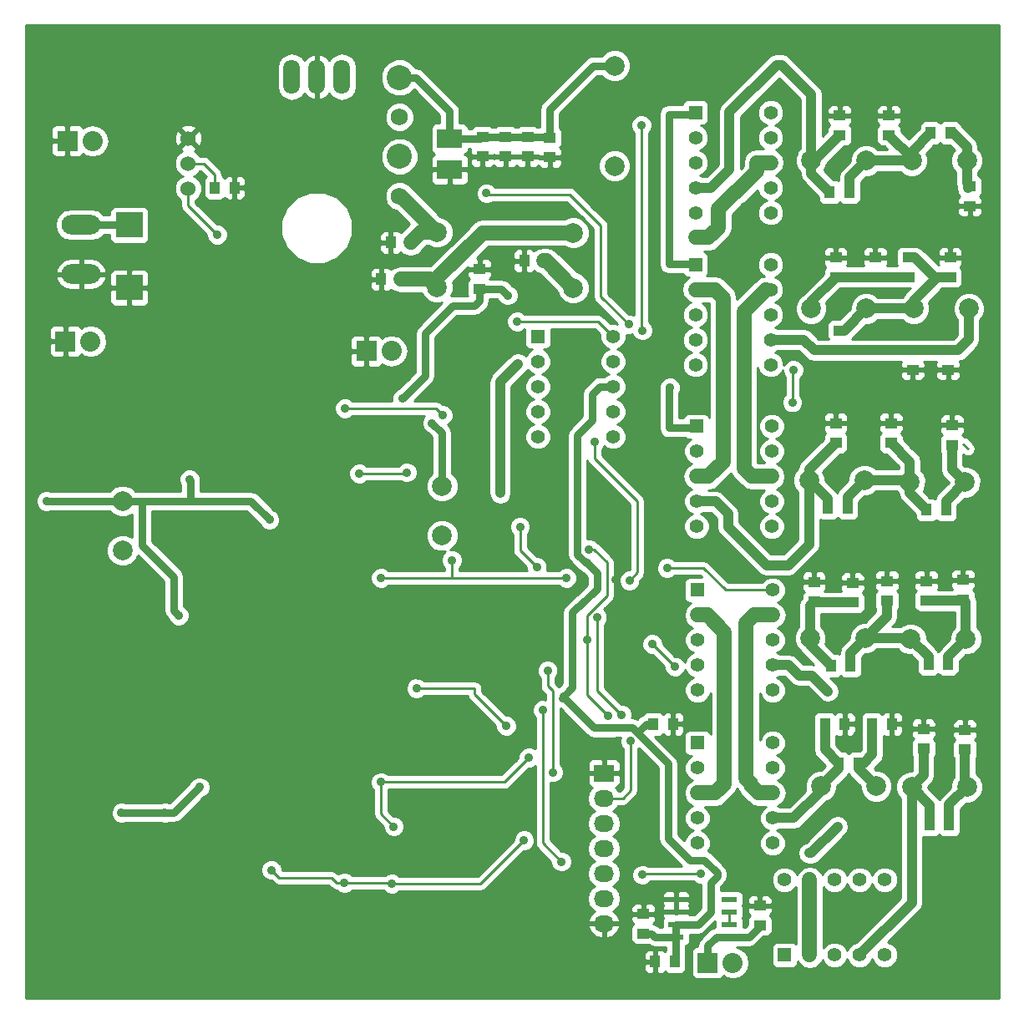
<source format=gbl>
%FSLAX46Y46*%
G04 Gerber Fmt 4.6, Leading zero omitted, Abs format (unit mm)*
G04 Created by KiCad (PCBNEW (2014-10-27 BZR 5228)-product) date 14/05/2015 10:32:42*
%MOMM*%
G01*
G04 APERTURE LIST*
%ADD10C,0.100000*%
%ADD11C,1.998980*%
%ADD12R,2.032000X2.032000*%
%ADD13O,2.032000X2.032000*%
%ADD14O,1.699260X3.500120*%
%ADD15C,1.524000*%
%ADD16C,2.540000*%
%ADD17C,1.727200*%
%ADD18R,1.397000X1.397000*%
%ADD19C,1.397000*%
%ADD20R,1.000000X1.250000*%
%ADD21R,1.250000X1.000000*%
%ADD22R,2.700020X2.550160*%
%ADD23R,2.499360X1.950720*%
%ADD24O,3.962400X1.981200*%
%ADD25R,1.550000X0.600000*%
%ADD26C,6.350000*%
%ADD27R,2.032000X1.727200*%
%ADD28O,2.032000X1.727200*%
%ADD29C,0.889000*%
%ADD30C,0.254000*%
%ADD31C,0.762000*%
%ADD32C,0.381000*%
%ADD33C,1.524000*%
%ADD34C,1.016000*%
%ADD35C,0.780000*%
G04 APERTURE END LIST*
D10*
D11*
X160375600Y-64919860D03*
X160375600Y-54759860D03*
X142392400Y-77228700D03*
X142392400Y-71640700D03*
X156197300Y-77292200D03*
X156197300Y-71704200D03*
X196092000Y-64396000D03*
X190504000Y-64396000D03*
X196292000Y-79396000D03*
X190704000Y-79396000D03*
X195892000Y-96996000D03*
X190304000Y-96996000D03*
X181308000Y-127804000D03*
X186896000Y-127804000D03*
X195992000Y-112896000D03*
X190404000Y-112896000D03*
X185892000Y-64396000D03*
X180304000Y-64396000D03*
X185892000Y-79396000D03*
X180304000Y-79396000D03*
X185692000Y-96796000D03*
X180104000Y-96796000D03*
X196092000Y-127896000D03*
X190504000Y-127896000D03*
X185792000Y-112796000D03*
X180204000Y-112796000D03*
D12*
X135230000Y-83700000D03*
D13*
X137770000Y-83700000D03*
D12*
X104930000Y-62400000D03*
D13*
X107470000Y-62400000D03*
D12*
X104730000Y-82700000D03*
D13*
X107270000Y-82700000D03*
D14*
X130200000Y-55900000D03*
X132740000Y-55900000D03*
X127660000Y-55900000D03*
D11*
X110500000Y-98900640D03*
X110500000Y-103901900D03*
X142900000Y-102399360D03*
X142900000Y-97398100D03*
D15*
X117170200Y-64668400D03*
X117170200Y-62128400D03*
X117170200Y-67208400D03*
D16*
X138582400Y-55976000D03*
D17*
X138582400Y-59976000D03*
D16*
X138582400Y-63976000D03*
D17*
X138582400Y-67976000D03*
D18*
X152603200Y-82207100D03*
D19*
X152603200Y-84747100D03*
X152603200Y-87287100D03*
X152603200Y-89827100D03*
X152603200Y-92367100D03*
X160223200Y-92367100D03*
X160223200Y-89827100D03*
X160223200Y-87287100D03*
X160223200Y-84747100D03*
X160223200Y-82207100D03*
D18*
X168590000Y-59520000D03*
D19*
X168590000Y-62060000D03*
X168590000Y-64600000D03*
X168590000Y-67140000D03*
X168590000Y-69680000D03*
X176210000Y-69680000D03*
X176210000Y-67140000D03*
X176210000Y-64600000D03*
X176210000Y-62060000D03*
X176210000Y-59520000D03*
D18*
X168590000Y-74920000D03*
D19*
X168590000Y-77460000D03*
X168590000Y-80000000D03*
X168590000Y-82540000D03*
X168590000Y-85080000D03*
X176210000Y-85080000D03*
X176210000Y-82540000D03*
X176210000Y-80000000D03*
X176210000Y-77460000D03*
X176210000Y-74920000D03*
D18*
X168690000Y-91320000D03*
D19*
X168690000Y-93860000D03*
X168690000Y-96400000D03*
X168690000Y-98940000D03*
X168690000Y-101480000D03*
X176310000Y-101480000D03*
X176310000Y-98940000D03*
X176310000Y-96400000D03*
X176310000Y-93860000D03*
X176310000Y-91320000D03*
D18*
X168790000Y-107920000D03*
D19*
X168790000Y-110460000D03*
X168790000Y-113000000D03*
X168790000Y-115540000D03*
X168790000Y-118080000D03*
X176410000Y-118080000D03*
X176410000Y-115540000D03*
X176410000Y-113000000D03*
X176410000Y-110460000D03*
X176410000Y-107920000D03*
D18*
X168790000Y-123420000D03*
D19*
X168790000Y-125960000D03*
X168790000Y-128500000D03*
X168790000Y-131040000D03*
X168790000Y-133580000D03*
X176410000Y-133580000D03*
X176410000Y-131040000D03*
X176410000Y-128500000D03*
X176410000Y-125960000D03*
X176410000Y-123420000D03*
D20*
X119853200Y-67132200D03*
X121853200Y-67132200D03*
D21*
X146989800Y-63979300D03*
X146989800Y-61979300D03*
X151561800Y-63979300D03*
X151561800Y-61979300D03*
X149313900Y-63979300D03*
X149313900Y-61979300D03*
X153809700Y-64055500D03*
X153809700Y-62055500D03*
D20*
X139700000Y-72700000D03*
X137700000Y-72700000D03*
X138731500Y-76428600D03*
X136731500Y-76428600D03*
X153222200Y-74561700D03*
X151222200Y-74561700D03*
D21*
X196400000Y-67000000D03*
X196400000Y-69000000D03*
X194200000Y-83600000D03*
X194200000Y-85600000D03*
X194600000Y-93200000D03*
X194600000Y-91200000D03*
X195700000Y-108900000D03*
X195700000Y-106900000D03*
X192000000Y-109000000D03*
X192000000Y-107000000D03*
D20*
X181700000Y-121500000D03*
X183700000Y-121500000D03*
X194400000Y-61600000D03*
X192400000Y-61600000D03*
D21*
X183200000Y-83600000D03*
X183200000Y-81600000D03*
D20*
X194000000Y-99800000D03*
X192000000Y-99800000D03*
X185100000Y-125500000D03*
X183100000Y-125500000D03*
X194200000Y-115400000D03*
X192200000Y-115400000D03*
X186500000Y-121500000D03*
X188500000Y-121500000D03*
D21*
X188200000Y-61800000D03*
X188200000Y-59800000D03*
X194400000Y-76200000D03*
X194400000Y-74200000D03*
X188400000Y-93000000D03*
X188400000Y-91000000D03*
X195900000Y-124100000D03*
X195900000Y-122100000D03*
X188000000Y-109000000D03*
X188000000Y-107000000D03*
D20*
X184200000Y-67600000D03*
X182200000Y-67600000D03*
D21*
X190200000Y-74200000D03*
X190200000Y-76200000D03*
D20*
X184000000Y-99600000D03*
X182000000Y-99600000D03*
X192306700Y-131660900D03*
X194306700Y-131660900D03*
X184300000Y-115600000D03*
X182300000Y-115600000D03*
D21*
X191700000Y-124000000D03*
X191700000Y-122000000D03*
X183200000Y-61800000D03*
X183200000Y-59800000D03*
X182800000Y-76200000D03*
X182800000Y-74200000D03*
X182800000Y-93000000D03*
X182800000Y-91000000D03*
X180600000Y-109100000D03*
X180600000Y-107100000D03*
X184500000Y-109200000D03*
X184500000Y-107200000D03*
X190600000Y-83600000D03*
X190600000Y-85600000D03*
X186800000Y-76200000D03*
X186800000Y-74200000D03*
D22*
X111200000Y-77275000D03*
X111200000Y-70925000D03*
D23*
X143675100Y-65290700D03*
X143675100Y-62191900D03*
D18*
X177620000Y-144910000D03*
D19*
X180160000Y-144910000D03*
X182700000Y-144910000D03*
X185240000Y-144910000D03*
X187780000Y-144910000D03*
X187780000Y-137290000D03*
X185240000Y-137290000D03*
X182700000Y-137290000D03*
X180160000Y-137290000D03*
X177620000Y-137290000D03*
D21*
X175100000Y-141900000D03*
X175100000Y-139900000D03*
X146700000Y-77400000D03*
X146700000Y-75400000D03*
D20*
X164500000Y-145600000D03*
X166500000Y-145600000D03*
X166300000Y-121500000D03*
X164300000Y-121500000D03*
D24*
X106300000Y-75900000D03*
X106300000Y-70900000D03*
D12*
X169830000Y-145700000D03*
D13*
X172370000Y-145700000D03*
D25*
X166600000Y-143105000D03*
X166600000Y-141835000D03*
X166600000Y-140565000D03*
X166600000Y-139295000D03*
X172000000Y-139295000D03*
X172000000Y-140565000D03*
X172000000Y-141835000D03*
X172000000Y-143105000D03*
D26*
X104100000Y-53900000D03*
X146600000Y-53800000D03*
X104000000Y-92400000D03*
X145850000Y-83400000D03*
X196000000Y-54000000D03*
X196200000Y-146250000D03*
X103950000Y-146050000D03*
D21*
X163300000Y-142750000D03*
X163300000Y-140750000D03*
D27*
X159300000Y-126500000D03*
D28*
X159300000Y-129040000D03*
X159300000Y-131580000D03*
X159300000Y-134120000D03*
X159300000Y-136660000D03*
X159300000Y-139200000D03*
X159300000Y-141740000D03*
D29*
X138900000Y-88500000D03*
X117300000Y-96700000D03*
X102800000Y-98900000D03*
X116200000Y-110500000D03*
X125400000Y-100800000D03*
X110400000Y-130500000D03*
X114800000Y-130500000D03*
X118300000Y-127900000D03*
X149550000Y-78050000D03*
X141900000Y-91000000D03*
X162000000Y-94800000D03*
X185000000Y-148500000D03*
X180000000Y-148500000D03*
X175000000Y-148500000D03*
X170000000Y-148500000D03*
X165000000Y-148500000D03*
X160000000Y-148500000D03*
X155000000Y-148500000D03*
X150000000Y-148500000D03*
X145000000Y-148500000D03*
X140000000Y-148500000D03*
X135000000Y-148500000D03*
X130000000Y-148500000D03*
X123600000Y-144600000D03*
X115000000Y-148500000D03*
X120000000Y-148500000D03*
X125000000Y-148500000D03*
X137700000Y-92800000D03*
X132100000Y-96600000D03*
X122500000Y-96600000D03*
X160000000Y-51500000D03*
X165000000Y-51500000D03*
X170000000Y-51500000D03*
X175000000Y-51500000D03*
X180000000Y-51500000D03*
X185000000Y-51600000D03*
X135000000Y-51500000D03*
X126300000Y-143400000D03*
X126300000Y-140400000D03*
X123600000Y-142400000D03*
X122400000Y-105000000D03*
X130700000Y-105100000D03*
X123400000Y-122300000D03*
X123500000Y-110800000D03*
X123800000Y-102100000D03*
X132800000Y-105100000D03*
X123900000Y-113400000D03*
X125900000Y-114100000D03*
X129700000Y-113900000D03*
X131600000Y-110300000D03*
X131600000Y-113600000D03*
X123500000Y-124300000D03*
X125800000Y-123800000D03*
X130000000Y-125100000D03*
X132100000Y-124200000D03*
X132200000Y-122100000D03*
X129400000Y-132300000D03*
X129500000Y-134800000D03*
X129300000Y-136100000D03*
X124500000Y-133900000D03*
X123000000Y-134000000D03*
X123200000Y-135600000D03*
X123300000Y-85100000D03*
X144600000Y-141300000D03*
X102500000Y-122900000D03*
X130000000Y-51500000D03*
X120000000Y-51500000D03*
X125000000Y-51500000D03*
X115000000Y-51500000D03*
X114757200Y-79362300D03*
X160500000Y-106850000D03*
X182000000Y-118200000D03*
X180100000Y-134600000D03*
X183000000Y-131900000D03*
X148800000Y-98100000D03*
X150600000Y-85000000D03*
X143900000Y-104900000D03*
X155500000Y-106700000D03*
X136700000Y-106700000D03*
X140300000Y-117900000D03*
X149400000Y-121700000D03*
X151700000Y-124900000D03*
X136700000Y-127400000D03*
X138000000Y-131900000D03*
X151200000Y-133300000D03*
X133000000Y-137600000D03*
X137800000Y-137700000D03*
X125600000Y-136300000D03*
X120100000Y-71900000D03*
X147400000Y-67700000D03*
X161800000Y-81000000D03*
X163100000Y-60800000D03*
X163200000Y-81600000D03*
X178400000Y-88900000D03*
X178500000Y-85600000D03*
X165700000Y-105700000D03*
X166500000Y-115700000D03*
X164200000Y-113400000D03*
X168600000Y-72200000D03*
X157800000Y-103800000D03*
X159700000Y-120650000D03*
X157600000Y-112950000D03*
X155000000Y-135450000D03*
X153100000Y-120100000D03*
X154150000Y-126400000D03*
X153600000Y-116100000D03*
X157600000Y-105200000D03*
X155200000Y-118700000D03*
X169100000Y-136700000D03*
X163200000Y-136800000D03*
X139300000Y-96000000D03*
X134500000Y-96100000D03*
X150800000Y-101500000D03*
X152500000Y-105600000D03*
X158600000Y-110700000D03*
X161100000Y-120550000D03*
X166000000Y-87400000D03*
X150500000Y-80700000D03*
X162000000Y-123250000D03*
X161900000Y-106950000D03*
X133050000Y-89500000D03*
X142950000Y-90200000D03*
X158350000Y-92900000D03*
D30*
X196196700Y-93602800D02*
X195719700Y-93125800D01*
D31*
X141200000Y-86200000D02*
X141200000Y-81900000D01*
X138900000Y-88500000D02*
X141200000Y-86200000D01*
X117400000Y-96800000D02*
X117400000Y-98900640D01*
X117300000Y-96700000D02*
X117400000Y-96800000D01*
X142900000Y-97398100D02*
X142900000Y-97200000D01*
X102800640Y-98900640D02*
X110500000Y-98900640D01*
X102800000Y-98900000D02*
X102800640Y-98900640D01*
X115700000Y-110000000D02*
X115700000Y-106600000D01*
X116200000Y-110500000D02*
X115700000Y-110000000D01*
X112500000Y-103400000D02*
X112500000Y-98900640D01*
X115700000Y-106600000D02*
X112500000Y-103400000D01*
X123500640Y-98900640D02*
X117400000Y-98900640D01*
X117400000Y-98900640D02*
X112500000Y-98900640D01*
X112500000Y-98900640D02*
X110500000Y-98900640D01*
X125400000Y-100800000D02*
X123500640Y-98900640D01*
X114800000Y-130500000D02*
X110400000Y-130500000D01*
X115700000Y-130500000D02*
X114800000Y-130500000D01*
X118300000Y-127900000D02*
X115700000Y-130500000D01*
X110500000Y-98900640D02*
X110500000Y-98400000D01*
X146700000Y-78600000D02*
X146200000Y-79100000D01*
X144000000Y-79100000D02*
X146200000Y-79100000D01*
X141200000Y-81900000D02*
X144000000Y-79100000D01*
X146700000Y-77400000D02*
X146700000Y-78600000D01*
X148900000Y-77400000D02*
X149550000Y-78050000D01*
X146700000Y-77400000D02*
X148900000Y-77400000D01*
X170695000Y-143105000D02*
X169830000Y-143970000D01*
X169830000Y-143970000D02*
X169830000Y-145700000D01*
X172000000Y-143105000D02*
X170695000Y-143105000D01*
X142900000Y-92000000D02*
X141900000Y-91000000D01*
X142900000Y-97398100D02*
X142900000Y-92000000D01*
X175100000Y-142010000D02*
X175100000Y-141900000D01*
X174005000Y-143105000D02*
X175100000Y-142010000D01*
X172000000Y-143105000D02*
X174005000Y-143105000D01*
X106325000Y-70925000D02*
X106300000Y-70900000D01*
X111200000Y-70925000D02*
X106325000Y-70925000D01*
D32*
X125000000Y-148500000D02*
X130000000Y-148500000D01*
X175000000Y-148500000D02*
X180000000Y-148500000D01*
X165000000Y-148500000D02*
X170000000Y-148500000D01*
X155000000Y-148500000D02*
X160000000Y-148500000D01*
X145000000Y-148500000D02*
X150000000Y-148500000D01*
X135000000Y-148500000D02*
X140000000Y-148500000D01*
X123600000Y-144600000D02*
X123600000Y-147100000D01*
X120000000Y-148500000D02*
X115000000Y-148500000D01*
X123600000Y-147100000D02*
X125000000Y-148500000D01*
X188200000Y-59800000D02*
X188200000Y-54800000D01*
X170000000Y-51500000D02*
X165000000Y-51500000D01*
X180000000Y-51500000D02*
X175000000Y-51500000D01*
X188200000Y-54800000D02*
X185000000Y-51600000D01*
X135000000Y-51500000D02*
X130000000Y-51500000D01*
X130200000Y-51700000D02*
X130000000Y-51500000D01*
X130200000Y-51700000D02*
X130200000Y-55900000D01*
X166600000Y-140565000D02*
X166600000Y-139295000D01*
X125000000Y-51500000D02*
X130000000Y-51500000D01*
X120000000Y-51500000D02*
X125000000Y-51500000D01*
X115000000Y-51500000D02*
X120000000Y-51500000D01*
D30*
X119853200Y-65776600D02*
X118745000Y-64668400D01*
X118745000Y-64668400D02*
X117170200Y-64668400D01*
X119853200Y-67132200D02*
X119853200Y-65776600D01*
D31*
X151561800Y-61979300D02*
X151638000Y-62055500D01*
X146777200Y-62191900D02*
X146989800Y-61979300D01*
X143675100Y-62191900D02*
X146777200Y-62191900D01*
X146989800Y-61979300D02*
X149313900Y-61979300D01*
X149313900Y-61979300D02*
X151561800Y-61979300D01*
X153733500Y-61979300D02*
X153809700Y-62055500D01*
X151561800Y-61979300D02*
X153733500Y-61979300D01*
X140243040Y-55976000D02*
X143675100Y-59408060D01*
X143675100Y-59408060D02*
X143675100Y-62191900D01*
X138582400Y-55976000D02*
X140243040Y-55976000D01*
X153809700Y-59190300D02*
X158240140Y-54759860D01*
X158240140Y-54759860D02*
X160375600Y-54759860D01*
X153809700Y-62055500D02*
X153809700Y-59190300D01*
D33*
X138727700Y-67976000D02*
X142392400Y-71640700D01*
D30*
X138582400Y-67976000D02*
X138727700Y-67976000D01*
D33*
X140759300Y-71640700D02*
X139700000Y-72700000D01*
X142392400Y-71640700D02*
X140759300Y-71640700D01*
X141592300Y-76428600D02*
X142392400Y-77228700D01*
X138731500Y-76428600D02*
X141592300Y-76428600D01*
X147027900Y-71704200D02*
X156197300Y-71704200D01*
X142392400Y-76339700D02*
X147027900Y-71704200D01*
D30*
X142392400Y-77228700D02*
X142392400Y-76339700D01*
D33*
X153466800Y-74561700D02*
X156197300Y-77292200D01*
X153222200Y-74561700D02*
X153466800Y-74561700D01*
D34*
X196092000Y-66692000D02*
X196400000Y-67000000D01*
X196092000Y-64396000D02*
X196092000Y-66692000D01*
X196092000Y-64396000D02*
X195796000Y-64396000D01*
X196200000Y-67200000D02*
X196400000Y-67000000D01*
X196092000Y-62992000D02*
X196092000Y-64396000D01*
X194700000Y-61600000D02*
X196092000Y-62992000D01*
X194400000Y-61600000D02*
X194700000Y-61600000D01*
D30*
X196138000Y-79221800D02*
X196138000Y-79465300D01*
D34*
X183200000Y-83600000D02*
X190600000Y-83600000D01*
X190600000Y-83600000D02*
X194200000Y-83600000D01*
X195200000Y-83600000D02*
X196292000Y-82508000D01*
X196292000Y-82508000D02*
X196292000Y-79396000D01*
X194200000Y-83600000D02*
X195200000Y-83600000D01*
X180600000Y-83600000D02*
X179540000Y-82540000D01*
X179540000Y-82540000D02*
X176210000Y-82540000D01*
X183200000Y-83600000D02*
X180600000Y-83600000D01*
X194000000Y-98888000D02*
X195892000Y-96996000D01*
X194000000Y-99800000D02*
X194000000Y-98888000D01*
X194600000Y-95704000D02*
X195892000Y-96996000D01*
X194600000Y-93200000D02*
X194600000Y-95704000D01*
X194200000Y-114688000D02*
X195992000Y-112896000D01*
X194200000Y-115400000D02*
X194200000Y-114688000D01*
X195992000Y-109192000D02*
X195700000Y-108900000D01*
X195992000Y-112896000D02*
X195992000Y-109192000D01*
X195600000Y-109000000D02*
X195700000Y-108900000D01*
X192000000Y-109000000D02*
X195600000Y-109000000D01*
X182000000Y-118200000D02*
X180400000Y-116600000D01*
X180400000Y-116600000D02*
X179100000Y-116600000D01*
X179100000Y-116600000D02*
X178040000Y-115540000D01*
X178040000Y-115540000D02*
X176410000Y-115540000D01*
X183100000Y-126012000D02*
X181308000Y-127804000D01*
X183100000Y-125500000D02*
X183100000Y-126012000D01*
X178560000Y-131040000D02*
X176410000Y-131040000D01*
X181308000Y-128292000D02*
X178560000Y-131040000D01*
X181308000Y-127804000D02*
X181308000Y-128292000D01*
X181700000Y-124100000D02*
X183100000Y-125500000D01*
X181700000Y-121500000D02*
X181700000Y-124100000D01*
D32*
X190704000Y-64196000D02*
X190704000Y-64259500D01*
X190704000Y-64196000D02*
X190704000Y-63508600D01*
D34*
X185892000Y-64396000D02*
X190504000Y-64396000D01*
X190504000Y-64104000D02*
X188200000Y-61800000D01*
X190504000Y-64396000D02*
X190504000Y-64104000D01*
X184200000Y-66088000D02*
X185892000Y-64396000D01*
X184200000Y-67600000D02*
X184200000Y-66088000D01*
X190504000Y-63496000D02*
X192400000Y-61600000D01*
X190504000Y-64396000D02*
X190504000Y-63496000D01*
X185892000Y-79396000D02*
X190704000Y-79396000D01*
X183688000Y-81600000D02*
X185892000Y-79396000D01*
X183200000Y-81600000D02*
X183688000Y-81600000D01*
X190800000Y-74200000D02*
X190200000Y-74200000D01*
X192800000Y-76200000D02*
X190800000Y-74200000D01*
X193100000Y-76200000D02*
X192800000Y-76200000D01*
X194400000Y-76200000D02*
X193100000Y-76200000D01*
X190704000Y-78596000D02*
X193100000Y-76200000D01*
X190704000Y-79396000D02*
X190704000Y-78596000D01*
D30*
X190608700Y-96755500D02*
X190608700Y-96171500D01*
X184108600Y-99606100D02*
X184200800Y-99606100D01*
D34*
X190104000Y-96796000D02*
X190304000Y-96996000D01*
X185692000Y-96796000D02*
X190104000Y-96796000D01*
X190304000Y-94904000D02*
X188400000Y-93000000D01*
X190304000Y-96996000D02*
X190304000Y-94904000D01*
X184000000Y-98488000D02*
X185692000Y-96796000D01*
X184000000Y-99600000D02*
X184000000Y-98488000D01*
X190304000Y-98104000D02*
X192000000Y-99800000D01*
X190304000Y-96996000D02*
X190304000Y-98104000D01*
X180300000Y-134600000D02*
X180100000Y-134600000D01*
X183000000Y-131900000D02*
X180300000Y-134600000D01*
X185100000Y-126008000D02*
X186896000Y-127804000D01*
X185100000Y-125500000D02*
X185100000Y-126008000D01*
X186500000Y-124600000D02*
X186500000Y-121500000D01*
X185600000Y-125500000D02*
X186500000Y-124600000D01*
X185100000Y-125500000D02*
X185600000Y-125500000D01*
D30*
X185288000Y-113152000D02*
X185830000Y-113152000D01*
X190442000Y-113252000D02*
X190442000Y-113215000D01*
D34*
X184300000Y-114288000D02*
X185792000Y-112796000D01*
X184300000Y-115600000D02*
X184300000Y-114288000D01*
X190304000Y-112796000D02*
X190404000Y-112896000D01*
X185792000Y-112796000D02*
X190304000Y-112796000D01*
X192200000Y-114692000D02*
X190404000Y-112896000D01*
X192200000Y-115400000D02*
X192200000Y-114692000D01*
X188000000Y-110588000D02*
X185792000Y-112796000D01*
X188000000Y-109000000D02*
X188000000Y-110588000D01*
X195900000Y-127704000D02*
X196092000Y-127896000D01*
X195900000Y-124100000D02*
X195900000Y-127704000D01*
X194306700Y-129681300D02*
X196092000Y-127896000D01*
X194306700Y-131660900D02*
X194306700Y-129681300D01*
D30*
X180404000Y-64196000D02*
X180404000Y-64665600D01*
D34*
X180604000Y-64396000D02*
X183200000Y-61800000D01*
X180304000Y-64396000D02*
X180604000Y-64396000D01*
X180304000Y-65704000D02*
X182200000Y-67600000D01*
X180304000Y-64396000D02*
X180304000Y-65704000D01*
X179908000Y-64000000D02*
X180304000Y-64396000D01*
X180304000Y-57704000D02*
X177300000Y-54700000D01*
X177300000Y-54700000D02*
X176800000Y-54700000D01*
X176800000Y-54700000D02*
X172000000Y-59500000D01*
X172000000Y-59500000D02*
X172000000Y-65300000D01*
X172000000Y-65300000D02*
X170160000Y-67140000D01*
X170160000Y-67140000D02*
X168590000Y-67140000D01*
X180304000Y-64396000D02*
X180304000Y-57704000D01*
X180304000Y-78696000D02*
X182800000Y-76200000D01*
X180304000Y-79396000D02*
X180304000Y-78696000D01*
X182800000Y-76200000D02*
X186800000Y-76200000D01*
X186800000Y-76200000D02*
X190200000Y-76200000D01*
X180104000Y-95696000D02*
X182800000Y-93000000D01*
X180104000Y-96796000D02*
X180104000Y-95696000D01*
X182000000Y-98692000D02*
X180104000Y-96796000D01*
X182000000Y-99600000D02*
X182000000Y-98692000D01*
X180104000Y-103296000D02*
X178000000Y-105400000D01*
X178000000Y-105400000D02*
X175800000Y-105400000D01*
X175800000Y-105400000D02*
X171900000Y-101500000D01*
X171900000Y-101500000D02*
X171900000Y-100200000D01*
X171900000Y-100200000D02*
X170640000Y-98940000D01*
X170640000Y-98940000D02*
X168690000Y-98940000D01*
X180104000Y-96796000D02*
X180104000Y-103296000D01*
D30*
X192306700Y-131660900D02*
X192306700Y-131173700D01*
D34*
X191700000Y-126700000D02*
X190504000Y-127896000D01*
X191700000Y-124000000D02*
X191700000Y-126700000D01*
X192306700Y-129698700D02*
X190504000Y-127896000D01*
X192306700Y-131660900D02*
X192306700Y-129698700D01*
X190504000Y-139596000D02*
X190504000Y-127896000D01*
X185240000Y-144860000D02*
X190504000Y-139596000D01*
X185240000Y-144910000D02*
X185240000Y-144860000D01*
X180204000Y-113504000D02*
X182300000Y-115600000D01*
X180204000Y-112796000D02*
X180204000Y-113504000D01*
X180204000Y-109496000D02*
X180600000Y-109100000D01*
X180204000Y-109804000D02*
X180204000Y-109496000D01*
X180204000Y-112796000D02*
X180204000Y-109804000D01*
X180700000Y-109200000D02*
X180600000Y-109100000D01*
X184500000Y-109200000D02*
X180700000Y-109200000D01*
X148800000Y-86800000D02*
X148800000Y-98100000D01*
X150600000Y-85000000D02*
X148800000Y-86800000D01*
D30*
X143900000Y-104900000D02*
X143900000Y-106700000D01*
X136700000Y-106700000D02*
X143900000Y-106700000D01*
X143900000Y-106700000D02*
X155500000Y-106700000D01*
X146200000Y-117900000D02*
X146200000Y-118500000D01*
X146000000Y-117900000D02*
X146200000Y-117900000D01*
X140300000Y-117900000D02*
X146000000Y-117900000D01*
X146200000Y-118500000D02*
X149400000Y-121700000D01*
X149200000Y-127400000D02*
X136700000Y-127400000D01*
X151700000Y-124900000D02*
X149200000Y-127400000D01*
X136700000Y-130600000D02*
X136700000Y-127400000D01*
X138000000Y-131900000D02*
X136700000Y-130600000D01*
X146800000Y-137700000D02*
X137800000Y-137700000D01*
X151200000Y-133300000D02*
X146800000Y-137700000D01*
X126400000Y-137100000D02*
X125600000Y-136300000D01*
X131700000Y-137100000D02*
X126400000Y-137100000D01*
X132200000Y-137600000D02*
X131700000Y-137100000D01*
X133000000Y-137600000D02*
X132200000Y-137600000D01*
X133100000Y-137700000D02*
X133000000Y-137600000D01*
X137700000Y-137600000D02*
X137800000Y-137700000D01*
X133000000Y-137600000D02*
X137700000Y-137600000D01*
X117170200Y-68970200D02*
X117170200Y-67208400D01*
X120100000Y-71900000D02*
X117170200Y-68970200D01*
X147400000Y-67700000D02*
X147500000Y-67800000D01*
X147500000Y-67800000D02*
X155800000Y-67800000D01*
X155800000Y-67800000D02*
X157700000Y-69700000D01*
X161800000Y-81000000D02*
X159000000Y-78200000D01*
X159000000Y-78200000D02*
X159000000Y-71000000D01*
X159000000Y-71000000D02*
X157700000Y-69700000D01*
X163100000Y-81500000D02*
X163100000Y-60800000D01*
X163200000Y-81600000D02*
X163100000Y-81500000D01*
X178400000Y-85700000D02*
X178400000Y-88900000D01*
X178500000Y-85600000D02*
X178400000Y-85700000D01*
X165700000Y-105700000D02*
X169400000Y-105700000D01*
X176410000Y-107920000D02*
X171620000Y-107920000D01*
X169400000Y-105700000D02*
X171620000Y-107920000D01*
X176120000Y-107920000D02*
X176410000Y-107920000D01*
X164300000Y-113500000D02*
X166500000Y-115700000D01*
X164200000Y-113400000D02*
X164300000Y-113500000D01*
D33*
X172600000Y-67600000D02*
X170900000Y-69300000D01*
X170900000Y-69300000D02*
X170900000Y-71200000D01*
X170900000Y-71200000D02*
X169900000Y-72200000D01*
X169900000Y-72200000D02*
X168600000Y-72200000D01*
X174800000Y-64600000D02*
X174800000Y-65500000D01*
X176210000Y-64600000D02*
X174800000Y-64600000D01*
X174800000Y-65500000D02*
X172700000Y-67600000D01*
X172700000Y-67600000D02*
X172600000Y-67600000D01*
X171400000Y-80300000D02*
X171400000Y-94900000D01*
X171400000Y-80100000D02*
X171400000Y-80300000D01*
X171400000Y-94900000D02*
X169900000Y-96400000D01*
X169900000Y-96400000D02*
X168690000Y-96400000D01*
D30*
X168590000Y-77460000D02*
X168760000Y-77460000D01*
D33*
X171400000Y-78300000D02*
X170560000Y-77460000D01*
X170560000Y-77460000D02*
X168590000Y-77460000D01*
X171400000Y-80300000D02*
X171400000Y-78300000D01*
X174300000Y-96400000D02*
X176310000Y-96400000D01*
X173500000Y-95600000D02*
X174300000Y-96400000D01*
X173500000Y-79700000D02*
X173500000Y-95600000D01*
X175740000Y-77460000D02*
X173500000Y-79700000D01*
D30*
X176210000Y-77460000D02*
X175740000Y-77460000D01*
X168790000Y-110460000D02*
X169060000Y-110460000D01*
D33*
X169760000Y-110460000D02*
X171500000Y-112200000D01*
X171500000Y-112200000D02*
X171500000Y-127600000D01*
X171500000Y-127600000D02*
X170600000Y-128500000D01*
X170600000Y-128500000D02*
X168790000Y-128500000D01*
X168790000Y-110460000D02*
X169760000Y-110460000D01*
D30*
X176410000Y-110460000D02*
X175740000Y-110460000D01*
D33*
X174540000Y-110460000D02*
X173700000Y-111300000D01*
X173700000Y-111300000D02*
X173700000Y-127000000D01*
X173700000Y-127000000D02*
X174200000Y-127500000D01*
X174200000Y-127500000D02*
X174200000Y-127700000D01*
X174200000Y-127700000D02*
X175000000Y-128500000D01*
X175000000Y-128500000D02*
X176410000Y-128500000D01*
X176410000Y-110460000D02*
X174540000Y-110460000D01*
D30*
X157600000Y-110500000D02*
X157600000Y-110900000D01*
X158300000Y-103800000D02*
X157800000Y-103800000D01*
X159600000Y-105100000D02*
X158300000Y-103800000D01*
X159600000Y-108500000D02*
X159600000Y-105100000D01*
X157600000Y-110500000D02*
X159600000Y-108500000D01*
X157600000Y-118550000D02*
X159700000Y-120650000D01*
X157600000Y-112950000D02*
X157600000Y-118550000D01*
X157600000Y-110900000D02*
X157600000Y-112950000D01*
X153100000Y-120100000D02*
X153100000Y-133550000D01*
X153100000Y-133550000D02*
X155000000Y-135450000D01*
X154100000Y-126350000D02*
X154150000Y-126400000D01*
X153600000Y-117650000D02*
X154100000Y-118150000D01*
X153600000Y-116100000D02*
X153600000Y-117650000D01*
X154100000Y-118150000D02*
X154100000Y-126350000D01*
D31*
X158600000Y-107800000D02*
X158600000Y-106200000D01*
X158600000Y-106200000D02*
X157600000Y-105200000D01*
X155038817Y-118861183D02*
X155200000Y-118700000D01*
X156100000Y-117800000D02*
X155038817Y-118861183D01*
X156100000Y-110200000D02*
X156100000Y-117800000D01*
X156700000Y-109600000D02*
X156100000Y-110200000D01*
X156700000Y-109600000D02*
X156800000Y-109600000D01*
X156800000Y-109600000D02*
X158600000Y-107800000D01*
X166600000Y-141835000D02*
X166600000Y-143105000D01*
X168835000Y-141835000D02*
X170100000Y-140570000D01*
X170100000Y-140570000D02*
X170100000Y-137600000D01*
X170100000Y-137600000D02*
X170800000Y-136900000D01*
X170800000Y-136900000D02*
X170800000Y-136600000D01*
X170800000Y-136600000D02*
X169500000Y-135300000D01*
X169500000Y-135300000D02*
X168000000Y-135300000D01*
X168000000Y-135300000D02*
X165800000Y-133100000D01*
X165800000Y-133100000D02*
X165800000Y-125500000D01*
X162700000Y-122400000D02*
X162200000Y-121900000D01*
X165800000Y-125500000D02*
X162700000Y-122400000D01*
X162200000Y-121900000D02*
X160500000Y-121900000D01*
X166600000Y-141835000D02*
X168835000Y-141835000D01*
X166600000Y-145500000D02*
X166500000Y-145600000D01*
X166600000Y-143105000D02*
X166600000Y-145500000D01*
X155200000Y-118800000D02*
X155200000Y-118700000D01*
X158300000Y-121900000D02*
X155200000Y-118800000D01*
D35*
X158600000Y-121900000D02*
X158300000Y-121900000D01*
X160500000Y-121900000D02*
X158600000Y-121900000D01*
X164150000Y-142750000D02*
X164505000Y-143105000D01*
X164505000Y-143105000D02*
X166600000Y-143105000D01*
X163300000Y-142750000D02*
X164150000Y-142750000D01*
X157500000Y-105200000D02*
X156600000Y-104300000D01*
X156600000Y-104300000D02*
X156600000Y-92250000D01*
X156600000Y-92250000D02*
X158150000Y-90700000D01*
X158150000Y-90700000D02*
X158150000Y-88050000D01*
X158150000Y-88050000D02*
X158912900Y-87287100D01*
X158912900Y-87287100D02*
X160223200Y-87287100D01*
X157600000Y-105200000D02*
X157500000Y-105200000D01*
X163600000Y-121500000D02*
X162700000Y-122400000D01*
X164300000Y-121500000D02*
X163600000Y-121500000D01*
D33*
X180160000Y-144910000D02*
X180160000Y-137290000D01*
D30*
X163200000Y-136800000D02*
X163300000Y-136700000D01*
X163300000Y-136700000D02*
X169100000Y-136700000D01*
X139300000Y-96000000D02*
X139200000Y-96100000D01*
X139200000Y-96100000D02*
X134500000Y-96100000D01*
X152600000Y-105500000D02*
X152500000Y-105600000D01*
X150800000Y-103900000D02*
X150800000Y-101500000D01*
X152500000Y-105600000D02*
X150800000Y-103900000D01*
X161050000Y-120550000D02*
X158600000Y-118100000D01*
X158600000Y-118100000D02*
X158600000Y-110700000D01*
X161100000Y-120550000D02*
X161050000Y-120550000D01*
D31*
X168510000Y-59600000D02*
X168590000Y-59520000D01*
X168582700Y-91427300D02*
X168690000Y-91320000D01*
X168410000Y-59700000D02*
X168590000Y-59520000D01*
X165900000Y-59700000D02*
X168410000Y-59700000D01*
X168570000Y-74900000D02*
X168590000Y-74920000D01*
X165900000Y-74900000D02*
X168570000Y-74900000D01*
X168510000Y-91500000D02*
X168690000Y-91320000D01*
X165900000Y-91500000D02*
X168510000Y-91500000D01*
X166000000Y-87400000D02*
X165900000Y-87500000D01*
X165900000Y-87500000D02*
X165900000Y-91500000D01*
X165900000Y-59700000D02*
X165900000Y-74900000D01*
D30*
X172000000Y-140565000D02*
X172000000Y-141835000D01*
X158716100Y-80700000D02*
X160223200Y-82207100D01*
X150500000Y-80700000D02*
X158716100Y-80700000D01*
X161210000Y-129040000D02*
X162000000Y-128250000D01*
X162000000Y-128250000D02*
X162000000Y-123250000D01*
X159300000Y-129040000D02*
X161210000Y-129040000D01*
X161900000Y-106950000D02*
X162700000Y-106150000D01*
X162700000Y-106150000D02*
X162700000Y-98950000D01*
X142250000Y-89500000D02*
X133050000Y-89500000D01*
X142950000Y-90200000D02*
X142250000Y-89500000D01*
X158350000Y-94600000D02*
X158350000Y-92900000D01*
X162700000Y-98950000D02*
X158350000Y-94600000D01*
G36*
X199315000Y-149315000D02*
X197926774Y-149315000D01*
X197926774Y-79072306D01*
X197678462Y-78471345D01*
X197660000Y-78452850D01*
X197660000Y-69626309D01*
X197660000Y-69285750D01*
X197501250Y-69127000D01*
X196527000Y-69127000D01*
X196527000Y-69976250D01*
X196685750Y-70135000D01*
X196898691Y-70135000D01*
X197151310Y-70135000D01*
X197384699Y-70038327D01*
X197563327Y-69859698D01*
X197660000Y-69626309D01*
X197660000Y-78452850D01*
X197219073Y-78011154D01*
X196618547Y-77761794D01*
X196273000Y-77761492D01*
X196273000Y-69976250D01*
X196273000Y-69127000D01*
X195298750Y-69127000D01*
X195140000Y-69285750D01*
X195140000Y-69626309D01*
X195236673Y-69859698D01*
X195415301Y-70038327D01*
X195648690Y-70135000D01*
X195901309Y-70135000D01*
X196114250Y-70135000D01*
X196273000Y-69976250D01*
X196273000Y-77761492D01*
X195968306Y-77761226D01*
X195367345Y-78009538D01*
X194907154Y-78468927D01*
X194657794Y-79069453D01*
X194657226Y-79719694D01*
X194905538Y-80320655D01*
X195149000Y-80564542D01*
X195149000Y-82034554D01*
X194726554Y-82457000D01*
X194200000Y-82457000D01*
X190600000Y-82457000D01*
X184423222Y-82457000D01*
X184496223Y-82408223D01*
X185873970Y-81030475D01*
X186215694Y-81030774D01*
X186816655Y-80782462D01*
X187060542Y-80539000D01*
X189535502Y-80539000D01*
X189776927Y-80780846D01*
X190377453Y-81030206D01*
X191027694Y-81030774D01*
X191628655Y-80782462D01*
X192088846Y-80323073D01*
X192338206Y-79722547D01*
X192338774Y-79072306D01*
X192194152Y-78722293D01*
X193573446Y-77343000D01*
X194400000Y-77343000D01*
X194440218Y-77335000D01*
X195151309Y-77335000D01*
X195384698Y-77238327D01*
X195563327Y-77059699D01*
X195660000Y-76826310D01*
X195660000Y-76573691D01*
X195660000Y-75573691D01*
X195563327Y-75340302D01*
X195423025Y-75200000D01*
X195563327Y-75059698D01*
X195660000Y-74826309D01*
X195660000Y-74485750D01*
X195660000Y-73914250D01*
X195660000Y-73573691D01*
X195563327Y-73340302D01*
X195384699Y-73161673D01*
X195151310Y-73065000D01*
X194898691Y-73065000D01*
X194685750Y-73065000D01*
X194527000Y-73223750D01*
X194527000Y-74073000D01*
X195501250Y-74073000D01*
X195660000Y-73914250D01*
X195660000Y-74485750D01*
X195501250Y-74327000D01*
X194527000Y-74327000D01*
X194527000Y-74347000D01*
X194273000Y-74347000D01*
X194273000Y-74327000D01*
X194273000Y-74073000D01*
X194273000Y-73223750D01*
X194114250Y-73065000D01*
X193901309Y-73065000D01*
X193648690Y-73065000D01*
X193415301Y-73161673D01*
X193236673Y-73340302D01*
X193140000Y-73573691D01*
X193140000Y-73914250D01*
X193298750Y-74073000D01*
X194273000Y-74073000D01*
X194273000Y-74327000D01*
X193298750Y-74327000D01*
X193140000Y-74485750D01*
X193140000Y-74826309D01*
X193208762Y-74992316D01*
X191608223Y-73391777D01*
X191237407Y-73144006D01*
X191053945Y-73107513D01*
X190951310Y-73065000D01*
X190840218Y-73065000D01*
X190800000Y-73057000D01*
X190200000Y-73057000D01*
X190159781Y-73065000D01*
X189448691Y-73065000D01*
X189215302Y-73161673D01*
X189036673Y-73340301D01*
X188940000Y-73573690D01*
X188940000Y-73826309D01*
X188940000Y-74826309D01*
X189035555Y-75057000D01*
X187964444Y-75057000D01*
X188060000Y-74826309D01*
X188060000Y-74485750D01*
X188060000Y-73914250D01*
X188060000Y-73573691D01*
X187963327Y-73340302D01*
X187784699Y-73161673D01*
X187551310Y-73065000D01*
X187298691Y-73065000D01*
X187085750Y-73065000D01*
X186927000Y-73223750D01*
X186927000Y-74073000D01*
X187901250Y-74073000D01*
X188060000Y-73914250D01*
X188060000Y-74485750D01*
X187901250Y-74327000D01*
X186927000Y-74327000D01*
X186927000Y-74347000D01*
X186673000Y-74347000D01*
X186673000Y-74327000D01*
X186673000Y-74073000D01*
X186673000Y-73223750D01*
X186514250Y-73065000D01*
X186301309Y-73065000D01*
X186048690Y-73065000D01*
X185815301Y-73161673D01*
X185636673Y-73340302D01*
X185540000Y-73573691D01*
X185540000Y-73914250D01*
X185698750Y-74073000D01*
X186673000Y-74073000D01*
X186673000Y-74327000D01*
X185698750Y-74327000D01*
X185540000Y-74485750D01*
X185540000Y-74826309D01*
X185635555Y-75057000D01*
X183964444Y-75057000D01*
X184060000Y-74826309D01*
X184060000Y-74485750D01*
X184060000Y-73914250D01*
X184060000Y-73573691D01*
X183963327Y-73340302D01*
X183784699Y-73161673D01*
X183551310Y-73065000D01*
X183298691Y-73065000D01*
X183085750Y-73065000D01*
X182927000Y-73223750D01*
X182927000Y-74073000D01*
X183901250Y-74073000D01*
X184060000Y-73914250D01*
X184060000Y-74485750D01*
X183901250Y-74327000D01*
X182927000Y-74327000D01*
X182927000Y-74347000D01*
X182673000Y-74347000D01*
X182673000Y-74327000D01*
X182673000Y-74073000D01*
X182673000Y-73223750D01*
X182514250Y-73065000D01*
X182301309Y-73065000D01*
X182048690Y-73065000D01*
X181815301Y-73161673D01*
X181636673Y-73340302D01*
X181540000Y-73573691D01*
X181540000Y-73914250D01*
X181698750Y-74073000D01*
X182673000Y-74073000D01*
X182673000Y-74327000D01*
X181698750Y-74327000D01*
X181540000Y-74485750D01*
X181540000Y-74826309D01*
X181636673Y-75059698D01*
X181776974Y-75200000D01*
X181636673Y-75340301D01*
X181540000Y-75573690D01*
X181540000Y-75826309D01*
X181540000Y-75843554D01*
X179495777Y-77887777D01*
X179427795Y-77989518D01*
X179379345Y-78009538D01*
X178919154Y-78468927D01*
X178669794Y-79069453D01*
X178669226Y-79719694D01*
X178917538Y-80320655D01*
X179376927Y-80780846D01*
X179977453Y-81030206D01*
X180627694Y-81030774D01*
X181228655Y-80782462D01*
X181688846Y-80323073D01*
X181938206Y-79722547D01*
X181938774Y-79072306D01*
X181823390Y-78793055D01*
X183273446Y-77343000D01*
X186800000Y-77343000D01*
X190200000Y-77343000D01*
X190240218Y-77335000D01*
X190348554Y-77335000D01*
X189895777Y-77787777D01*
X189684014Y-78104702D01*
X189535457Y-78253000D01*
X187060497Y-78253000D01*
X186819073Y-78011154D01*
X186218547Y-77761794D01*
X185568306Y-77761226D01*
X184967345Y-78009538D01*
X184507154Y-78468927D01*
X184257794Y-79069453D01*
X184257492Y-79414061D01*
X183214554Y-80457000D01*
X183200000Y-80457000D01*
X183159781Y-80465000D01*
X182448691Y-80465000D01*
X182215302Y-80561673D01*
X182036673Y-80740301D01*
X181940000Y-80973690D01*
X181940000Y-81226309D01*
X181940000Y-82226309D01*
X182035555Y-82457000D01*
X181073446Y-82457000D01*
X180348223Y-81731777D01*
X179977407Y-81484006D01*
X179540000Y-81397000D01*
X176934628Y-81397000D01*
X176628553Y-81269906D01*
X176964380Y-81131146D01*
X177339827Y-80756353D01*
X177543268Y-80266413D01*
X177543731Y-79735914D01*
X177341146Y-79245620D01*
X176966353Y-78870173D01*
X176628553Y-78729906D01*
X176964380Y-78591146D01*
X177339827Y-78216353D01*
X177543268Y-77726413D01*
X177543731Y-77195914D01*
X177341146Y-76705620D01*
X176966353Y-76330173D01*
X176628553Y-76189906D01*
X176964380Y-76051146D01*
X177339827Y-75676353D01*
X177543268Y-75186413D01*
X177543731Y-74655914D01*
X177341146Y-74165620D01*
X176966353Y-73790173D01*
X176476413Y-73586732D01*
X175945914Y-73586269D01*
X175455620Y-73788854D01*
X175080173Y-74163647D01*
X174876732Y-74653587D01*
X174876269Y-75184086D01*
X175078854Y-75674380D01*
X175453647Y-76049827D01*
X175567841Y-76097244D01*
X175205391Y-76169340D01*
X174752172Y-76472172D01*
X172797000Y-78427344D01*
X172797000Y-78300000D01*
X172690660Y-77765391D01*
X172387828Y-77312172D01*
X171547828Y-76472172D01*
X171094609Y-76169340D01*
X170560000Y-76063000D01*
X169742025Y-76063000D01*
X169826827Y-75978199D01*
X169923500Y-75744810D01*
X169923500Y-75492191D01*
X169923500Y-74095191D01*
X169826827Y-73861802D01*
X169648199Y-73683173D01*
X169440159Y-73597000D01*
X169900000Y-73597000D01*
X170434609Y-73490660D01*
X170887828Y-73187828D01*
X171887828Y-72187828D01*
X172190660Y-71734609D01*
X172190660Y-71734608D01*
X172297000Y-71200000D01*
X172297000Y-69878656D01*
X173386459Y-68789196D01*
X173687828Y-68587828D01*
X174876273Y-67399383D01*
X174876269Y-67404086D01*
X175078854Y-67894380D01*
X175453647Y-68269827D01*
X175791446Y-68410093D01*
X175455620Y-68548854D01*
X175080173Y-68923647D01*
X174876732Y-69413587D01*
X174876269Y-69944086D01*
X175078854Y-70434380D01*
X175453647Y-70809827D01*
X175943587Y-71013268D01*
X176474086Y-71013731D01*
X176964380Y-70811146D01*
X177339827Y-70436353D01*
X177543268Y-69946413D01*
X177543731Y-69415914D01*
X177341146Y-68925620D01*
X176966353Y-68550173D01*
X176628553Y-68409906D01*
X176964380Y-68271146D01*
X177339827Y-67896353D01*
X177543268Y-67406413D01*
X177543731Y-66875914D01*
X177341146Y-66385620D01*
X176966353Y-66010173D01*
X176699934Y-65899546D01*
X176744609Y-65890660D01*
X177197828Y-65587828D01*
X177500660Y-65134609D01*
X177607000Y-64600000D01*
X177500660Y-64065391D01*
X177197828Y-63612172D01*
X176744609Y-63309340D01*
X176699867Y-63300440D01*
X176964380Y-63191146D01*
X177339827Y-62816353D01*
X177543268Y-62326413D01*
X177543731Y-61795914D01*
X177341146Y-61305620D01*
X176966353Y-60930173D01*
X176628553Y-60789906D01*
X176964380Y-60651146D01*
X177339827Y-60276353D01*
X177543268Y-59786413D01*
X177543731Y-59255914D01*
X177341146Y-58765620D01*
X176966353Y-58390173D01*
X176476413Y-58186732D01*
X175945914Y-58186269D01*
X175455620Y-58388854D01*
X175080173Y-58763647D01*
X174876732Y-59253587D01*
X174876269Y-59784086D01*
X175078854Y-60274380D01*
X175453647Y-60649827D01*
X175791446Y-60790093D01*
X175455620Y-60928854D01*
X175080173Y-61303647D01*
X174876732Y-61793587D01*
X174876269Y-62324086D01*
X175078854Y-62814380D01*
X175453647Y-63189827D01*
X175485371Y-63203000D01*
X174800000Y-63203000D01*
X174265391Y-63309340D01*
X173812172Y-63612172D01*
X173509340Y-64065391D01*
X173403000Y-64600000D01*
X173403000Y-64921343D01*
X173143000Y-65181343D01*
X173143000Y-59973446D01*
X177050000Y-56066446D01*
X179161000Y-58177446D01*
X179161000Y-63150869D01*
X179099777Y-63191777D01*
X178852006Y-63562593D01*
X178826025Y-63693205D01*
X178669794Y-64069453D01*
X178669226Y-64719694D01*
X178917538Y-65320655D01*
X179161000Y-65564542D01*
X179161000Y-65704000D01*
X179248006Y-66141407D01*
X179495777Y-66512223D01*
X181065000Y-68081446D01*
X181065000Y-68351309D01*
X181161673Y-68584698D01*
X181340301Y-68763327D01*
X181573690Y-68860000D01*
X181826309Y-68860000D01*
X182826309Y-68860000D01*
X183059698Y-68763327D01*
X183200000Y-68623025D01*
X183340301Y-68763327D01*
X183573690Y-68860000D01*
X183826309Y-68860000D01*
X184826309Y-68860000D01*
X185059698Y-68763327D01*
X185238327Y-68584699D01*
X185335000Y-68351310D01*
X185335000Y-68098691D01*
X185335000Y-67640218D01*
X185343000Y-67600000D01*
X185343000Y-66561446D01*
X185873970Y-66030475D01*
X186215694Y-66030774D01*
X186816655Y-65782462D01*
X187060542Y-65539000D01*
X189335502Y-65539000D01*
X189576927Y-65780846D01*
X190177453Y-66030206D01*
X190827694Y-66030774D01*
X191428655Y-65782462D01*
X191888846Y-65323073D01*
X192138206Y-64722547D01*
X192138774Y-64072306D01*
X191964913Y-63651532D01*
X192756446Y-62860000D01*
X193026309Y-62860000D01*
X193259698Y-62763327D01*
X193400000Y-62623025D01*
X193540301Y-62763327D01*
X193773690Y-62860000D01*
X194026309Y-62860000D01*
X194343554Y-62860000D01*
X194829924Y-63346370D01*
X194707154Y-63468927D01*
X194457794Y-64069453D01*
X194457226Y-64719694D01*
X194705538Y-65320655D01*
X194949000Y-65564542D01*
X194949000Y-66692000D01*
X195036006Y-67129407D01*
X195063004Y-67169813D01*
X195057000Y-67200000D01*
X195140000Y-67617267D01*
X195140000Y-67626309D01*
X195143460Y-67634662D01*
X195144006Y-67637407D01*
X195145560Y-67639733D01*
X195236673Y-67859698D01*
X195376974Y-68000000D01*
X195236673Y-68140302D01*
X195140000Y-68373691D01*
X195140000Y-68714250D01*
X195298750Y-68873000D01*
X196273000Y-68873000D01*
X196273000Y-68853000D01*
X196527000Y-68853000D01*
X196527000Y-68873000D01*
X197501250Y-68873000D01*
X197660000Y-68714250D01*
X197660000Y-68373691D01*
X197563327Y-68140302D01*
X197423025Y-67999999D01*
X197563327Y-67859699D01*
X197660000Y-67626310D01*
X197660000Y-67373691D01*
X197660000Y-66373691D01*
X197563327Y-66140302D01*
X197384699Y-65961673D01*
X197235000Y-65899665D01*
X197235000Y-65564497D01*
X197476846Y-65323073D01*
X197726206Y-64722547D01*
X197726774Y-64072306D01*
X197478462Y-63471345D01*
X197235000Y-63227457D01*
X197235000Y-62992000D01*
X197147994Y-62554593D01*
X196900223Y-62183777D01*
X195513689Y-60797243D01*
X195438327Y-60615302D01*
X195259699Y-60436673D01*
X195026310Y-60340000D01*
X194773691Y-60340000D01*
X193773691Y-60340000D01*
X193540302Y-60436673D01*
X193399999Y-60576974D01*
X193259699Y-60436673D01*
X193026310Y-60340000D01*
X192773691Y-60340000D01*
X191773691Y-60340000D01*
X191540302Y-60436673D01*
X191361673Y-60615301D01*
X191265000Y-60848690D01*
X191265000Y-61101309D01*
X191265000Y-61118554D01*
X190200000Y-62183554D01*
X189460000Y-61443554D01*
X189460000Y-61173691D01*
X189363327Y-60940302D01*
X189223025Y-60800000D01*
X189363327Y-60659698D01*
X189460000Y-60426309D01*
X189460000Y-60085750D01*
X189460000Y-59514250D01*
X189460000Y-59173691D01*
X189363327Y-58940302D01*
X189184699Y-58761673D01*
X188951310Y-58665000D01*
X188698691Y-58665000D01*
X188485750Y-58665000D01*
X188327000Y-58823750D01*
X188327000Y-59673000D01*
X189301250Y-59673000D01*
X189460000Y-59514250D01*
X189460000Y-60085750D01*
X189301250Y-59927000D01*
X188327000Y-59927000D01*
X188327000Y-59947000D01*
X188073000Y-59947000D01*
X188073000Y-59927000D01*
X188073000Y-59673000D01*
X188073000Y-58823750D01*
X187914250Y-58665000D01*
X187701309Y-58665000D01*
X187448690Y-58665000D01*
X187215301Y-58761673D01*
X187036673Y-58940302D01*
X186940000Y-59173691D01*
X186940000Y-59514250D01*
X187098750Y-59673000D01*
X188073000Y-59673000D01*
X188073000Y-59927000D01*
X187098750Y-59927000D01*
X186940000Y-60085750D01*
X186940000Y-60426309D01*
X187036673Y-60659698D01*
X187176974Y-60800000D01*
X187036673Y-60940301D01*
X186940000Y-61173690D01*
X186940000Y-61426309D01*
X186940000Y-62426309D01*
X187036673Y-62659698D01*
X187215301Y-62838327D01*
X187448690Y-62935000D01*
X187701309Y-62935000D01*
X187718554Y-62935000D01*
X188036554Y-63253000D01*
X187060497Y-63253000D01*
X186819073Y-63011154D01*
X186218547Y-62761794D01*
X185568306Y-62761226D01*
X184967345Y-63009538D01*
X184507154Y-63468927D01*
X184257794Y-64069453D01*
X184257492Y-64414061D01*
X183391777Y-65279777D01*
X183144006Y-65650593D01*
X183057000Y-66088000D01*
X183057000Y-66435555D01*
X182826310Y-66340000D01*
X182573691Y-66340000D01*
X182556446Y-66340000D01*
X181614117Y-65397671D01*
X181688846Y-65323073D01*
X181938206Y-64722547D01*
X181938244Y-64678201D01*
X183681446Y-62935000D01*
X183951309Y-62935000D01*
X184184698Y-62838327D01*
X184363327Y-62659699D01*
X184460000Y-62426310D01*
X184460000Y-62173691D01*
X184460000Y-61173691D01*
X184363327Y-60940302D01*
X184223025Y-60800000D01*
X184363327Y-60659698D01*
X184460000Y-60426309D01*
X184460000Y-60085750D01*
X184460000Y-59514250D01*
X184460000Y-59173691D01*
X184363327Y-58940302D01*
X184184699Y-58761673D01*
X183951310Y-58665000D01*
X183698691Y-58665000D01*
X183485750Y-58665000D01*
X183327000Y-58823750D01*
X183327000Y-59673000D01*
X184301250Y-59673000D01*
X184460000Y-59514250D01*
X184460000Y-60085750D01*
X184301250Y-59927000D01*
X183327000Y-59927000D01*
X183327000Y-59947000D01*
X183073000Y-59947000D01*
X183073000Y-59927000D01*
X183073000Y-59673000D01*
X183073000Y-58823750D01*
X182914250Y-58665000D01*
X182701309Y-58665000D01*
X182448690Y-58665000D01*
X182215301Y-58761673D01*
X182036673Y-58940302D01*
X181940000Y-59173691D01*
X181940000Y-59514250D01*
X182098750Y-59673000D01*
X183073000Y-59673000D01*
X183073000Y-59927000D01*
X182098750Y-59927000D01*
X181940000Y-60085750D01*
X181940000Y-60426309D01*
X182036673Y-60659698D01*
X182176974Y-60800000D01*
X182036673Y-60940301D01*
X181940000Y-61173690D01*
X181940000Y-61426309D01*
X181940000Y-61443554D01*
X181447000Y-61936554D01*
X181447000Y-57704000D01*
X181359994Y-57266593D01*
X181112223Y-56895777D01*
X178108223Y-53891777D01*
X177737407Y-53644006D01*
X177300000Y-53557000D01*
X176800000Y-53557000D01*
X176362593Y-53644006D01*
X175991777Y-53891777D01*
X171191777Y-58691777D01*
X170944006Y-59062593D01*
X170857000Y-59500000D01*
X170857000Y-64826554D01*
X169686554Y-65997000D01*
X169314628Y-65997000D01*
X169008553Y-65869906D01*
X169344380Y-65731146D01*
X169719827Y-65356353D01*
X169923268Y-64866413D01*
X169923731Y-64335914D01*
X169721146Y-63845620D01*
X169346353Y-63470173D01*
X169008553Y-63329906D01*
X169344380Y-63191146D01*
X169719827Y-62816353D01*
X169923268Y-62326413D01*
X169923731Y-61795914D01*
X169721146Y-61305620D01*
X169346353Y-60930173D01*
X169161704Y-60853500D01*
X169414809Y-60853500D01*
X169648198Y-60756827D01*
X169826827Y-60578199D01*
X169923500Y-60344810D01*
X169923500Y-60092191D01*
X169923500Y-58695191D01*
X169826827Y-58461802D01*
X169648199Y-58283173D01*
X169414810Y-58186500D01*
X169162191Y-58186500D01*
X167765191Y-58186500D01*
X167531802Y-58283173D01*
X167353173Y-58461801D01*
X167261135Y-58684000D01*
X165900000Y-58684000D01*
X165511194Y-58761338D01*
X165181580Y-58981580D01*
X164961338Y-59311194D01*
X164884000Y-59700000D01*
X164884000Y-74900000D01*
X164961338Y-75288806D01*
X165181580Y-75618420D01*
X165511194Y-75838662D01*
X165900000Y-75916000D01*
X167327409Y-75916000D01*
X167353173Y-75978198D01*
X167531801Y-76156827D01*
X167765190Y-76253500D01*
X167929436Y-76253500D01*
X167602172Y-76472172D01*
X167299340Y-76925391D01*
X167193000Y-77460000D01*
X167299340Y-77994609D01*
X167602172Y-78447828D01*
X168055391Y-78750660D01*
X168100132Y-78759559D01*
X167835620Y-78868854D01*
X167460173Y-79243647D01*
X167256732Y-79733587D01*
X167256269Y-80264086D01*
X167458854Y-80754380D01*
X167833647Y-81129827D01*
X168171446Y-81270093D01*
X167835620Y-81408854D01*
X167460173Y-81783647D01*
X167256732Y-82273587D01*
X167256269Y-82804086D01*
X167458854Y-83294380D01*
X167833647Y-83669827D01*
X168171446Y-83810093D01*
X167835620Y-83948854D01*
X167460173Y-84323647D01*
X167256732Y-84813587D01*
X167256269Y-85344086D01*
X167458854Y-85834380D01*
X167833647Y-86209827D01*
X168323587Y-86413268D01*
X168854086Y-86413731D01*
X169344380Y-86211146D01*
X169719827Y-85836353D01*
X169923268Y-85346413D01*
X169923731Y-84815914D01*
X169721146Y-84325620D01*
X169346353Y-83950173D01*
X169008553Y-83809906D01*
X169344380Y-83671146D01*
X169719827Y-83296353D01*
X169923268Y-82806413D01*
X169923731Y-82275914D01*
X169721146Y-81785620D01*
X169346353Y-81410173D01*
X169008553Y-81269906D01*
X169344380Y-81131146D01*
X169719827Y-80756353D01*
X169923268Y-80266413D01*
X169923731Y-79735914D01*
X169721146Y-79245620D01*
X169346353Y-78870173D01*
X169314628Y-78857000D01*
X169981344Y-78857000D01*
X170003000Y-78878656D01*
X170003000Y-80100000D01*
X170003000Y-80300000D01*
X170003000Y-90445699D01*
X169926827Y-90261802D01*
X169748199Y-90083173D01*
X169514810Y-89986500D01*
X169262191Y-89986500D01*
X167865191Y-89986500D01*
X167631802Y-90083173D01*
X167453173Y-90261801D01*
X167361135Y-90484000D01*
X166916000Y-90484000D01*
X166916000Y-88008967D01*
X167079313Y-87615668D01*
X167079687Y-87186216D01*
X166915689Y-86789311D01*
X166612286Y-86485378D01*
X166215668Y-86320687D01*
X165786216Y-86320313D01*
X165389311Y-86484311D01*
X165085378Y-86787714D01*
X164920687Y-87184332D01*
X164920572Y-87316138D01*
X164884000Y-87500000D01*
X164884000Y-91500000D01*
X164961338Y-91888806D01*
X165181580Y-92218420D01*
X165511194Y-92438662D01*
X165900000Y-92516000D01*
X167590974Y-92516000D01*
X167631801Y-92556827D01*
X167865190Y-92653500D01*
X168117809Y-92653500D01*
X168117990Y-92653500D01*
X167935620Y-92728854D01*
X167560173Y-93103647D01*
X167356732Y-93593587D01*
X167356269Y-94124086D01*
X167558854Y-94614380D01*
X167933647Y-94989827D01*
X168200065Y-95100453D01*
X168155391Y-95109340D01*
X167702172Y-95412172D01*
X167399340Y-95865391D01*
X167293000Y-96400000D01*
X167399340Y-96934609D01*
X167702172Y-97387828D01*
X168155391Y-97690660D01*
X168200132Y-97699559D01*
X167935620Y-97808854D01*
X167560173Y-98183647D01*
X167356732Y-98673587D01*
X167356269Y-99204086D01*
X167558854Y-99694380D01*
X167933647Y-100069827D01*
X168271446Y-100210093D01*
X167935620Y-100348854D01*
X167560173Y-100723647D01*
X167356732Y-101213587D01*
X167356269Y-101744086D01*
X167558854Y-102234380D01*
X167933647Y-102609827D01*
X168423587Y-102813268D01*
X168954086Y-102813731D01*
X169444380Y-102611146D01*
X169819827Y-102236353D01*
X170023268Y-101746413D01*
X170023731Y-101215914D01*
X169821146Y-100725620D01*
X169446353Y-100350173D01*
X169108553Y-100209906D01*
X169415691Y-100083000D01*
X170166554Y-100083000D01*
X170757000Y-100673446D01*
X170757000Y-101500000D01*
X170844006Y-101937407D01*
X171091777Y-102308223D01*
X174991777Y-106208223D01*
X175362593Y-106455994D01*
X175800000Y-106543000D01*
X178000000Y-106543000D01*
X178437407Y-106455994D01*
X178808223Y-106208223D01*
X180912223Y-104104223D01*
X181159994Y-103733407D01*
X181247000Y-103296000D01*
X181247000Y-100807523D01*
X181373690Y-100860000D01*
X181626309Y-100860000D01*
X182626309Y-100860000D01*
X182859698Y-100763327D01*
X183000000Y-100623025D01*
X183140301Y-100763327D01*
X183373690Y-100860000D01*
X183626309Y-100860000D01*
X184626309Y-100860000D01*
X184859698Y-100763327D01*
X185038327Y-100584699D01*
X185135000Y-100351310D01*
X185135000Y-100098691D01*
X185135000Y-99640218D01*
X185143000Y-99600000D01*
X185143000Y-98961446D01*
X185673970Y-98430475D01*
X186015694Y-98430774D01*
X186616655Y-98182462D01*
X186860542Y-97939000D01*
X188935851Y-97939000D01*
X189176039Y-98179607D01*
X189248006Y-98541407D01*
X189495777Y-98912223D01*
X190865000Y-100281446D01*
X190865000Y-100551309D01*
X190961673Y-100784698D01*
X191140301Y-100963327D01*
X191373690Y-101060000D01*
X191626309Y-101060000D01*
X192626309Y-101060000D01*
X192859698Y-100963327D01*
X193000000Y-100823025D01*
X193140301Y-100963327D01*
X193373690Y-101060000D01*
X193626309Y-101060000D01*
X194626309Y-101060000D01*
X194859698Y-100963327D01*
X195038327Y-100784699D01*
X195135000Y-100551310D01*
X195135000Y-100298691D01*
X195135000Y-99840218D01*
X195143000Y-99800000D01*
X195143000Y-99361446D01*
X195873970Y-98630475D01*
X196215694Y-98630774D01*
X196816655Y-98382462D01*
X197276846Y-97923073D01*
X197526206Y-97322547D01*
X197526774Y-96672306D01*
X197278462Y-96071345D01*
X196819073Y-95611154D01*
X196218547Y-95361794D01*
X195873938Y-95361492D01*
X195743000Y-95230554D01*
X195743000Y-94198486D01*
X195905096Y-94306796D01*
X196196700Y-94364800D01*
X196488305Y-94306796D01*
X196735515Y-94141615D01*
X196900696Y-93894405D01*
X196958700Y-93602800D01*
X196900696Y-93311196D01*
X196735515Y-93063985D01*
X196258515Y-92586985D01*
X196011304Y-92421804D01*
X195777851Y-92375367D01*
X195763327Y-92340302D01*
X195623025Y-92200000D01*
X195763327Y-92059698D01*
X195860000Y-91826309D01*
X195860000Y-91485750D01*
X195860000Y-90914250D01*
X195860000Y-90573691D01*
X195763327Y-90340302D01*
X195584699Y-90161673D01*
X195460000Y-90110020D01*
X195460000Y-86226309D01*
X195460000Y-85885750D01*
X195301250Y-85727000D01*
X194327000Y-85727000D01*
X194327000Y-86576250D01*
X194485750Y-86735000D01*
X194698691Y-86735000D01*
X194951310Y-86735000D01*
X195184699Y-86638327D01*
X195363327Y-86459698D01*
X195460000Y-86226309D01*
X195460000Y-90110020D01*
X195351310Y-90065000D01*
X195098691Y-90065000D01*
X194885750Y-90065000D01*
X194727000Y-90223750D01*
X194727000Y-91073000D01*
X195701250Y-91073000D01*
X195860000Y-90914250D01*
X195860000Y-91485750D01*
X195701250Y-91327000D01*
X194727000Y-91327000D01*
X194727000Y-91347000D01*
X194473000Y-91347000D01*
X194473000Y-91327000D01*
X194473000Y-91073000D01*
X194473000Y-90223750D01*
X194314250Y-90065000D01*
X194101309Y-90065000D01*
X194073000Y-90065000D01*
X194073000Y-86576250D01*
X194073000Y-85727000D01*
X193098750Y-85727000D01*
X192940000Y-85885750D01*
X192940000Y-86226309D01*
X193036673Y-86459698D01*
X193215301Y-86638327D01*
X193448690Y-86735000D01*
X193701309Y-86735000D01*
X193914250Y-86735000D01*
X194073000Y-86576250D01*
X194073000Y-90065000D01*
X193848690Y-90065000D01*
X193615301Y-90161673D01*
X193436673Y-90340302D01*
X193340000Y-90573691D01*
X193340000Y-90914250D01*
X193498750Y-91073000D01*
X194473000Y-91073000D01*
X194473000Y-91327000D01*
X193498750Y-91327000D01*
X193340000Y-91485750D01*
X193340000Y-91826309D01*
X193436673Y-92059698D01*
X193576974Y-92200000D01*
X193436673Y-92340301D01*
X193340000Y-92573690D01*
X193340000Y-92826309D01*
X193340000Y-93826309D01*
X193436673Y-94059698D01*
X193457000Y-94080025D01*
X193457000Y-95704000D01*
X193544006Y-96141407D01*
X193791777Y-96512223D01*
X194257524Y-96977970D01*
X194257492Y-97014061D01*
X193191777Y-98079777D01*
X192944006Y-98450593D01*
X192899145Y-98676119D01*
X192859699Y-98636673D01*
X192626310Y-98540000D01*
X192373691Y-98540000D01*
X192356446Y-98540000D01*
X191703713Y-97887267D01*
X191938206Y-97322547D01*
X191938774Y-96672306D01*
X191860000Y-96481658D01*
X191860000Y-86226309D01*
X191860000Y-85885750D01*
X191701250Y-85727000D01*
X190727000Y-85727000D01*
X190727000Y-86576250D01*
X190885750Y-86735000D01*
X191098691Y-86735000D01*
X191351310Y-86735000D01*
X191584699Y-86638327D01*
X191763327Y-86459698D01*
X191860000Y-86226309D01*
X191860000Y-96481658D01*
X191690462Y-96071345D01*
X191447000Y-95827457D01*
X191447000Y-94904000D01*
X191359994Y-94466593D01*
X191112223Y-94095777D01*
X190473000Y-93456554D01*
X190473000Y-86576250D01*
X190473000Y-85727000D01*
X189498750Y-85727000D01*
X189340000Y-85885750D01*
X189340000Y-86226309D01*
X189436673Y-86459698D01*
X189615301Y-86638327D01*
X189848690Y-86735000D01*
X190101309Y-86735000D01*
X190314250Y-86735000D01*
X190473000Y-86576250D01*
X190473000Y-93456554D01*
X189660000Y-92643554D01*
X189660000Y-92373691D01*
X189563327Y-92140302D01*
X189423025Y-92000000D01*
X189563327Y-91859698D01*
X189660000Y-91626309D01*
X189660000Y-91285750D01*
X189660000Y-90714250D01*
X189660000Y-90373691D01*
X189563327Y-90140302D01*
X189384699Y-89961673D01*
X189151310Y-89865000D01*
X188898691Y-89865000D01*
X188685750Y-89865000D01*
X188527000Y-90023750D01*
X188527000Y-90873000D01*
X189501250Y-90873000D01*
X189660000Y-90714250D01*
X189660000Y-91285750D01*
X189501250Y-91127000D01*
X188527000Y-91127000D01*
X188527000Y-91147000D01*
X188273000Y-91147000D01*
X188273000Y-91127000D01*
X188273000Y-90873000D01*
X188273000Y-90023750D01*
X188114250Y-89865000D01*
X187901309Y-89865000D01*
X187648690Y-89865000D01*
X187415301Y-89961673D01*
X187236673Y-90140302D01*
X187140000Y-90373691D01*
X187140000Y-90714250D01*
X187298750Y-90873000D01*
X188273000Y-90873000D01*
X188273000Y-91127000D01*
X187298750Y-91127000D01*
X187140000Y-91285750D01*
X187140000Y-91626309D01*
X187236673Y-91859698D01*
X187376974Y-92000000D01*
X187236673Y-92140301D01*
X187140000Y-92373690D01*
X187140000Y-92626309D01*
X187140000Y-93626309D01*
X187236673Y-93859698D01*
X187415301Y-94038327D01*
X187648690Y-94135000D01*
X187901309Y-94135000D01*
X187918554Y-94135000D01*
X189161000Y-95377446D01*
X189161000Y-95653000D01*
X186860497Y-95653000D01*
X186619073Y-95411154D01*
X186018547Y-95161794D01*
X185368306Y-95161226D01*
X184767345Y-95409538D01*
X184307154Y-95868927D01*
X184057794Y-96469453D01*
X184057492Y-96814061D01*
X183191777Y-97679777D01*
X182944006Y-98050593D01*
X182938426Y-98078641D01*
X182808223Y-97883777D01*
X181738475Y-96814029D01*
X181738774Y-96472306D01*
X181506437Y-95910008D01*
X183281446Y-94135000D01*
X183551309Y-94135000D01*
X183784698Y-94038327D01*
X183963327Y-93859699D01*
X184060000Y-93626310D01*
X184060000Y-93373691D01*
X184060000Y-92373691D01*
X183963327Y-92140302D01*
X183823025Y-92000000D01*
X183963327Y-91859698D01*
X184060000Y-91626309D01*
X184060000Y-91285750D01*
X184060000Y-90714250D01*
X184060000Y-90373691D01*
X183963327Y-90140302D01*
X183784699Y-89961673D01*
X183551310Y-89865000D01*
X183298691Y-89865000D01*
X183085750Y-89865000D01*
X182927000Y-90023750D01*
X182927000Y-90873000D01*
X183901250Y-90873000D01*
X184060000Y-90714250D01*
X184060000Y-91285750D01*
X183901250Y-91127000D01*
X182927000Y-91127000D01*
X182927000Y-91147000D01*
X182673000Y-91147000D01*
X182673000Y-91127000D01*
X182673000Y-90873000D01*
X182673000Y-90023750D01*
X182514250Y-89865000D01*
X182301309Y-89865000D01*
X182048690Y-89865000D01*
X181815301Y-89961673D01*
X181636673Y-90140302D01*
X181540000Y-90373691D01*
X181540000Y-90714250D01*
X181698750Y-90873000D01*
X182673000Y-90873000D01*
X182673000Y-91127000D01*
X181698750Y-91127000D01*
X181540000Y-91285750D01*
X181540000Y-91626309D01*
X181636673Y-91859698D01*
X181776974Y-92000000D01*
X181636673Y-92140301D01*
X181540000Y-92373690D01*
X181540000Y-92626309D01*
X181540000Y-92643554D01*
X179295777Y-94887777D01*
X179048006Y-95258593D01*
X178978000Y-95610531D01*
X178719154Y-95868927D01*
X178469794Y-96469453D01*
X178469226Y-97119694D01*
X178717538Y-97720655D01*
X178961000Y-97964542D01*
X178961000Y-102822554D01*
X177526554Y-104257000D01*
X176273446Y-104257000D01*
X173043000Y-101026554D01*
X173043000Y-100200000D01*
X172955994Y-99762593D01*
X172708223Y-99391777D01*
X171448223Y-98131777D01*
X171077407Y-97884006D01*
X170640000Y-97797000D01*
X169900000Y-97797000D01*
X170434609Y-97690660D01*
X170887828Y-97387828D01*
X172198009Y-96077646D01*
X172209340Y-96134609D01*
X172512172Y-96587828D01*
X173312172Y-97387828D01*
X173765391Y-97690660D01*
X174300000Y-97797000D01*
X175584308Y-97797000D01*
X175555620Y-97808854D01*
X175180173Y-98183647D01*
X174976732Y-98673587D01*
X174976269Y-99204086D01*
X175178854Y-99694380D01*
X175553647Y-100069827D01*
X175891446Y-100210093D01*
X175555620Y-100348854D01*
X175180173Y-100723647D01*
X174976732Y-101213587D01*
X174976269Y-101744086D01*
X175178854Y-102234380D01*
X175553647Y-102609827D01*
X176043587Y-102813268D01*
X176574086Y-102813731D01*
X177064380Y-102611146D01*
X177439827Y-102236353D01*
X177643268Y-101746413D01*
X177643731Y-101215914D01*
X177441146Y-100725620D01*
X177066353Y-100350173D01*
X176728553Y-100209906D01*
X177064380Y-100071146D01*
X177439827Y-99696353D01*
X177643268Y-99206413D01*
X177643731Y-98675914D01*
X177441146Y-98185620D01*
X177066353Y-97810173D01*
X176799934Y-97699546D01*
X176844609Y-97690660D01*
X177297828Y-97387828D01*
X177600660Y-96934609D01*
X177707000Y-96400000D01*
X177600660Y-95865391D01*
X177297828Y-95412172D01*
X176844609Y-95109340D01*
X176799867Y-95100440D01*
X177064380Y-94991146D01*
X177439827Y-94616353D01*
X177643268Y-94126413D01*
X177643731Y-93595914D01*
X177441146Y-93105620D01*
X177066353Y-92730173D01*
X176728553Y-92589906D01*
X177064380Y-92451146D01*
X177439827Y-92076353D01*
X177643268Y-91586413D01*
X177643731Y-91055914D01*
X177441146Y-90565620D01*
X177066353Y-90190173D01*
X176576413Y-89986732D01*
X176045914Y-89986269D01*
X175555620Y-90188854D01*
X175180173Y-90563647D01*
X174976732Y-91053587D01*
X174976269Y-91584086D01*
X175178854Y-92074380D01*
X175553647Y-92449827D01*
X175891446Y-92590093D01*
X175555620Y-92728854D01*
X175180173Y-93103647D01*
X174976732Y-93593587D01*
X174976269Y-94124086D01*
X175178854Y-94614380D01*
X175553647Y-94989827D01*
X175585371Y-95003000D01*
X174897000Y-95003000D01*
X174897000Y-85394258D01*
X175078854Y-85834380D01*
X175453647Y-86209827D01*
X175943587Y-86413268D01*
X176474086Y-86413731D01*
X176964380Y-86211146D01*
X177339827Y-85836353D01*
X177420462Y-85642161D01*
X177420313Y-85813784D01*
X177584311Y-86210689D01*
X177638000Y-86264471D01*
X177638000Y-88135358D01*
X177485378Y-88287714D01*
X177320687Y-88684332D01*
X177320313Y-89113784D01*
X177484311Y-89510689D01*
X177787714Y-89814622D01*
X178184332Y-89979313D01*
X178613784Y-89979687D01*
X179010689Y-89815689D01*
X179314622Y-89512286D01*
X179479313Y-89115668D01*
X179479687Y-88686216D01*
X179315689Y-88289311D01*
X179162000Y-88135353D01*
X179162000Y-86464467D01*
X179414622Y-86212286D01*
X179579313Y-85815668D01*
X179579687Y-85386216D01*
X179415689Y-84989311D01*
X179112286Y-84685378D01*
X178715668Y-84520687D01*
X178286216Y-84520313D01*
X177889311Y-84684311D01*
X177585378Y-84987714D01*
X177543493Y-85088583D01*
X177543731Y-84815914D01*
X177341146Y-84325620D01*
X176966353Y-83950173D01*
X176628553Y-83809906D01*
X176935691Y-83683000D01*
X179066554Y-83683000D01*
X179791777Y-84408223D01*
X180162593Y-84655994D01*
X180600000Y-84743000D01*
X183200000Y-84743000D01*
X189435555Y-84743000D01*
X189340000Y-84973691D01*
X189340000Y-85314250D01*
X189498750Y-85473000D01*
X190473000Y-85473000D01*
X190473000Y-85453000D01*
X190727000Y-85453000D01*
X190727000Y-85473000D01*
X191701250Y-85473000D01*
X191860000Y-85314250D01*
X191860000Y-84973691D01*
X191764444Y-84743000D01*
X193035555Y-84743000D01*
X192940000Y-84973691D01*
X192940000Y-85314250D01*
X193098750Y-85473000D01*
X194073000Y-85473000D01*
X194073000Y-85453000D01*
X194327000Y-85453000D01*
X194327000Y-85473000D01*
X195301250Y-85473000D01*
X195460000Y-85314250D01*
X195460000Y-84973691D01*
X195363327Y-84740302D01*
X195338479Y-84715454D01*
X195637407Y-84655994D01*
X196008223Y-84408223D01*
X197100223Y-83316223D01*
X197347994Y-82945407D01*
X197435000Y-82508000D01*
X197435000Y-80564497D01*
X197676846Y-80323073D01*
X197926206Y-79722547D01*
X197926774Y-79072306D01*
X197926774Y-149315000D01*
X197726774Y-149315000D01*
X197726774Y-127572306D01*
X197626774Y-127330287D01*
X197626774Y-112572306D01*
X197378462Y-111971345D01*
X197135000Y-111727457D01*
X197135000Y-109192000D01*
X197047994Y-108754593D01*
X196960000Y-108622900D01*
X196960000Y-108273691D01*
X196863327Y-108040302D01*
X196723025Y-107900000D01*
X196863327Y-107759698D01*
X196960000Y-107526309D01*
X196960000Y-107185750D01*
X196960000Y-106614250D01*
X196960000Y-106273691D01*
X196863327Y-106040302D01*
X196684699Y-105861673D01*
X196451310Y-105765000D01*
X196198691Y-105765000D01*
X195985750Y-105765000D01*
X195827000Y-105923750D01*
X195827000Y-106773000D01*
X196801250Y-106773000D01*
X196960000Y-106614250D01*
X196960000Y-107185750D01*
X196801250Y-107027000D01*
X195827000Y-107027000D01*
X195827000Y-107047000D01*
X195573000Y-107047000D01*
X195573000Y-107027000D01*
X195573000Y-106773000D01*
X195573000Y-105923750D01*
X195414250Y-105765000D01*
X195201309Y-105765000D01*
X194948690Y-105765000D01*
X194715301Y-105861673D01*
X194536673Y-106040302D01*
X194440000Y-106273691D01*
X194440000Y-106614250D01*
X194598750Y-106773000D01*
X195573000Y-106773000D01*
X195573000Y-107027000D01*
X194598750Y-107027000D01*
X194440000Y-107185750D01*
X194440000Y-107526309D01*
X194536673Y-107759698D01*
X194633974Y-107857000D01*
X193164444Y-107857000D01*
X193260000Y-107626309D01*
X193260000Y-107285750D01*
X193260000Y-106714250D01*
X193260000Y-106373691D01*
X193163327Y-106140302D01*
X192984699Y-105961673D01*
X192751310Y-105865000D01*
X192498691Y-105865000D01*
X192285750Y-105865000D01*
X192127000Y-106023750D01*
X192127000Y-106873000D01*
X193101250Y-106873000D01*
X193260000Y-106714250D01*
X193260000Y-107285750D01*
X193101250Y-107127000D01*
X192127000Y-107127000D01*
X192127000Y-107147000D01*
X191873000Y-107147000D01*
X191873000Y-107127000D01*
X191873000Y-106873000D01*
X191873000Y-106023750D01*
X191714250Y-105865000D01*
X191501309Y-105865000D01*
X191248690Y-105865000D01*
X191015301Y-105961673D01*
X190836673Y-106140302D01*
X190740000Y-106373691D01*
X190740000Y-106714250D01*
X190898750Y-106873000D01*
X191873000Y-106873000D01*
X191873000Y-107127000D01*
X190898750Y-107127000D01*
X190740000Y-107285750D01*
X190740000Y-107626309D01*
X190836673Y-107859698D01*
X190976974Y-108000000D01*
X190836673Y-108140301D01*
X190740000Y-108373690D01*
X190740000Y-108626309D01*
X190740000Y-109626309D01*
X190836673Y-109859698D01*
X191015301Y-110038327D01*
X191248690Y-110135000D01*
X191501309Y-110135000D01*
X191959781Y-110135000D01*
X192000000Y-110143000D01*
X194849000Y-110143000D01*
X194849000Y-111727502D01*
X194607154Y-111968927D01*
X194357794Y-112569453D01*
X194357492Y-112914061D01*
X193391777Y-113879777D01*
X193198663Y-114168791D01*
X193008223Y-113883777D01*
X192038475Y-112914029D01*
X192038774Y-112572306D01*
X191790462Y-111971345D01*
X191331073Y-111511154D01*
X190730547Y-111261794D01*
X190080306Y-111261226D01*
X189479345Y-111509538D01*
X189335632Y-111653000D01*
X188551446Y-111653000D01*
X188808223Y-111396223D01*
X189055994Y-111025407D01*
X189143000Y-110588000D01*
X189143000Y-109880025D01*
X189163327Y-109859699D01*
X189260000Y-109626310D01*
X189260000Y-109373691D01*
X189260000Y-108373691D01*
X189163327Y-108140302D01*
X189023025Y-108000000D01*
X189163327Y-107859698D01*
X189260000Y-107626309D01*
X189260000Y-107285750D01*
X189260000Y-106714250D01*
X189260000Y-106373691D01*
X189163327Y-106140302D01*
X188984699Y-105961673D01*
X188751310Y-105865000D01*
X188498691Y-105865000D01*
X188285750Y-105865000D01*
X188127000Y-106023750D01*
X188127000Y-106873000D01*
X189101250Y-106873000D01*
X189260000Y-106714250D01*
X189260000Y-107285750D01*
X189101250Y-107127000D01*
X188127000Y-107127000D01*
X188127000Y-107147000D01*
X187873000Y-107147000D01*
X187873000Y-107127000D01*
X187873000Y-106873000D01*
X187873000Y-106023750D01*
X187714250Y-105865000D01*
X187501309Y-105865000D01*
X187248690Y-105865000D01*
X187015301Y-105961673D01*
X186836673Y-106140302D01*
X186740000Y-106373691D01*
X186740000Y-106714250D01*
X186898750Y-106873000D01*
X187873000Y-106873000D01*
X187873000Y-107127000D01*
X186898750Y-107127000D01*
X186740000Y-107285750D01*
X186740000Y-107626309D01*
X186836673Y-107859698D01*
X186976974Y-108000000D01*
X186836673Y-108140301D01*
X186740000Y-108373690D01*
X186740000Y-108626309D01*
X186740000Y-109626309D01*
X186836673Y-109859698D01*
X186857000Y-109880025D01*
X186857000Y-110114554D01*
X185810029Y-111161524D01*
X185468306Y-111161226D01*
X184867345Y-111409538D01*
X184407154Y-111868927D01*
X184157794Y-112469453D01*
X184157492Y-112814061D01*
X183491777Y-113479777D01*
X183244006Y-113850593D01*
X183157000Y-114288000D01*
X183157000Y-114435555D01*
X182926310Y-114340000D01*
X182673691Y-114340000D01*
X182656446Y-114340000D01*
X181721075Y-113404629D01*
X181838206Y-113122547D01*
X181838774Y-112472306D01*
X181590462Y-111871345D01*
X181347000Y-111627457D01*
X181347000Y-110343000D01*
X184500000Y-110343000D01*
X184540218Y-110335000D01*
X185251309Y-110335000D01*
X185484698Y-110238327D01*
X185663327Y-110059699D01*
X185760000Y-109826310D01*
X185760000Y-109573691D01*
X185760000Y-108573691D01*
X185663327Y-108340302D01*
X185523025Y-108200000D01*
X185663327Y-108059698D01*
X185760000Y-107826309D01*
X185760000Y-107485750D01*
X185760000Y-106914250D01*
X185760000Y-106573691D01*
X185663327Y-106340302D01*
X185484699Y-106161673D01*
X185251310Y-106065000D01*
X184998691Y-106065000D01*
X184785750Y-106065000D01*
X184627000Y-106223750D01*
X184627000Y-107073000D01*
X185601250Y-107073000D01*
X185760000Y-106914250D01*
X185760000Y-107485750D01*
X185601250Y-107327000D01*
X184627000Y-107327000D01*
X184627000Y-107347000D01*
X184373000Y-107347000D01*
X184373000Y-107327000D01*
X184373000Y-107073000D01*
X184373000Y-106223750D01*
X184214250Y-106065000D01*
X184001309Y-106065000D01*
X183748690Y-106065000D01*
X183515301Y-106161673D01*
X183336673Y-106340302D01*
X183240000Y-106573691D01*
X183240000Y-106914250D01*
X183398750Y-107073000D01*
X184373000Y-107073000D01*
X184373000Y-107327000D01*
X183398750Y-107327000D01*
X183240000Y-107485750D01*
X183240000Y-107826309D01*
X183335555Y-108057000D01*
X181666025Y-108057000D01*
X181763327Y-107959698D01*
X181860000Y-107726309D01*
X181860000Y-107385750D01*
X181860000Y-106814250D01*
X181860000Y-106473691D01*
X181763327Y-106240302D01*
X181584699Y-106061673D01*
X181351310Y-105965000D01*
X181098691Y-105965000D01*
X180885750Y-105965000D01*
X180727000Y-106123750D01*
X180727000Y-106973000D01*
X181701250Y-106973000D01*
X181860000Y-106814250D01*
X181860000Y-107385750D01*
X181701250Y-107227000D01*
X180727000Y-107227000D01*
X180727000Y-107247000D01*
X180473000Y-107247000D01*
X180473000Y-107227000D01*
X180473000Y-106973000D01*
X180473000Y-106123750D01*
X180314250Y-105965000D01*
X180101309Y-105965000D01*
X179848690Y-105965000D01*
X179615301Y-106061673D01*
X179436673Y-106240302D01*
X179340000Y-106473691D01*
X179340000Y-106814250D01*
X179498750Y-106973000D01*
X180473000Y-106973000D01*
X180473000Y-107227000D01*
X179498750Y-107227000D01*
X179340000Y-107385750D01*
X179340000Y-107726309D01*
X179436673Y-107959698D01*
X179576974Y-108100000D01*
X179436673Y-108240301D01*
X179340000Y-108473690D01*
X179340000Y-108726309D01*
X179340000Y-108771253D01*
X179148006Y-109058593D01*
X179061000Y-109496000D01*
X179061000Y-109804000D01*
X179061000Y-111627502D01*
X178819154Y-111868927D01*
X178569794Y-112469453D01*
X178569226Y-113119694D01*
X178817538Y-113720655D01*
X179276927Y-114180846D01*
X179319923Y-114198699D01*
X179395777Y-114312223D01*
X180575454Y-115491900D01*
X180400000Y-115457000D01*
X179573446Y-115457000D01*
X178848223Y-114731777D01*
X178477407Y-114484006D01*
X178040000Y-114397000D01*
X177134628Y-114397000D01*
X176828553Y-114269906D01*
X177164380Y-114131146D01*
X177539827Y-113756353D01*
X177743268Y-113266413D01*
X177743731Y-112735914D01*
X177541146Y-112245620D01*
X177166353Y-111870173D01*
X176899934Y-111759546D01*
X176944609Y-111750660D01*
X177397828Y-111447828D01*
X177700660Y-110994609D01*
X177807000Y-110460000D01*
X177700660Y-109925391D01*
X177397828Y-109472172D01*
X176944609Y-109169340D01*
X176899867Y-109160440D01*
X177164380Y-109051146D01*
X177539827Y-108676353D01*
X177743268Y-108186413D01*
X177743731Y-107655914D01*
X177541146Y-107165620D01*
X177166353Y-106790173D01*
X176676413Y-106586732D01*
X176145914Y-106586269D01*
X175655620Y-106788854D01*
X175285829Y-107158000D01*
X171935630Y-107158000D01*
X169938815Y-105161185D01*
X169691605Y-104996004D01*
X169400000Y-104938000D01*
X166464641Y-104938000D01*
X166312286Y-104785378D01*
X165915668Y-104620687D01*
X165486216Y-104620313D01*
X165089311Y-104784311D01*
X164785378Y-105087714D01*
X164620687Y-105484332D01*
X164620313Y-105913784D01*
X164784311Y-106310689D01*
X165087714Y-106614622D01*
X165484332Y-106779313D01*
X165913784Y-106779687D01*
X166310689Y-106615689D01*
X166464646Y-106462000D01*
X169084370Y-106462000D01*
X169208870Y-106586500D01*
X167965191Y-106586500D01*
X167731802Y-106683173D01*
X167553173Y-106861801D01*
X167456500Y-107095190D01*
X167456500Y-107347809D01*
X167456500Y-108744809D01*
X167553173Y-108978198D01*
X167731801Y-109156827D01*
X167965190Y-109253500D01*
X168129436Y-109253500D01*
X167802172Y-109472172D01*
X167499340Y-109925391D01*
X167393000Y-110460000D01*
X167499340Y-110994609D01*
X167802172Y-111447828D01*
X168255391Y-111750660D01*
X168300132Y-111759559D01*
X168035620Y-111868854D01*
X167660173Y-112243647D01*
X167456732Y-112733587D01*
X167456269Y-113264086D01*
X167658854Y-113754380D01*
X168033647Y-114129827D01*
X168371446Y-114270093D01*
X168035620Y-114408854D01*
X167660173Y-114783647D01*
X167474324Y-115231219D01*
X167415689Y-115089311D01*
X167112286Y-114785378D01*
X166715668Y-114620687D01*
X166498127Y-114620497D01*
X165279499Y-113401869D01*
X165279687Y-113186216D01*
X165115689Y-112789311D01*
X164812286Y-112485378D01*
X164415668Y-112320687D01*
X163986216Y-112320313D01*
X163589311Y-112484311D01*
X163285378Y-112787714D01*
X163120687Y-113184332D01*
X163120313Y-113613784D01*
X163284311Y-114010689D01*
X163587714Y-114314622D01*
X163984332Y-114479313D01*
X164201872Y-114479502D01*
X165420500Y-115698130D01*
X165420313Y-115913784D01*
X165584311Y-116310689D01*
X165887714Y-116614622D01*
X166284332Y-116779313D01*
X166713784Y-116779687D01*
X167110689Y-116615689D01*
X167414622Y-116312286D01*
X167540748Y-116008541D01*
X167658854Y-116294380D01*
X168033647Y-116669827D01*
X168371446Y-116810093D01*
X168035620Y-116948854D01*
X167660173Y-117323647D01*
X167456732Y-117813587D01*
X167456269Y-118344086D01*
X167658854Y-118834380D01*
X168033647Y-119209827D01*
X168523587Y-119413268D01*
X169054086Y-119413731D01*
X169544380Y-119211146D01*
X169919827Y-118836353D01*
X170103000Y-118395223D01*
X170103000Y-122545699D01*
X170026827Y-122361802D01*
X169848199Y-122183173D01*
X169614810Y-122086500D01*
X169362191Y-122086500D01*
X167965191Y-122086500D01*
X167731802Y-122183173D01*
X167553173Y-122361801D01*
X167456500Y-122595190D01*
X167456500Y-122847809D01*
X167456500Y-124244809D01*
X167553173Y-124478198D01*
X167731801Y-124656827D01*
X167965190Y-124753500D01*
X168217809Y-124753500D01*
X168217990Y-124753500D01*
X168035620Y-124828854D01*
X167660173Y-125203647D01*
X167456732Y-125693587D01*
X167456269Y-126224086D01*
X167658854Y-126714380D01*
X168033647Y-127089827D01*
X168300065Y-127200453D01*
X168255391Y-127209340D01*
X167802172Y-127512172D01*
X167499340Y-127965391D01*
X167435000Y-128288851D01*
X167435000Y-122251310D01*
X167435000Y-121998691D01*
X167435000Y-121785750D01*
X167435000Y-121214250D01*
X167435000Y-121001309D01*
X167435000Y-120748690D01*
X167338327Y-120515301D01*
X167159698Y-120336673D01*
X166926309Y-120240000D01*
X166585750Y-120240000D01*
X166427000Y-120398750D01*
X166427000Y-121373000D01*
X167276250Y-121373000D01*
X167435000Y-121214250D01*
X167435000Y-121785750D01*
X167276250Y-121627000D01*
X166427000Y-121627000D01*
X166427000Y-122601250D01*
X166585750Y-122760000D01*
X166926309Y-122760000D01*
X167159698Y-122663327D01*
X167338327Y-122484699D01*
X167435000Y-122251310D01*
X167435000Y-128288851D01*
X167393000Y-128500000D01*
X167499340Y-129034609D01*
X167802172Y-129487828D01*
X168255391Y-129790660D01*
X168300132Y-129799559D01*
X168035620Y-129908854D01*
X167660173Y-130283647D01*
X167456732Y-130773587D01*
X167456269Y-131304086D01*
X167658854Y-131794380D01*
X168033647Y-132169827D01*
X168371446Y-132310093D01*
X168035620Y-132448854D01*
X167660173Y-132823647D01*
X167456732Y-133313587D01*
X167456726Y-133319886D01*
X166816000Y-132679159D01*
X166816000Y-125500000D01*
X166751492Y-125175700D01*
X166738662Y-125111194D01*
X166738662Y-125111193D01*
X166518420Y-124781580D01*
X166518420Y-124781579D01*
X164496840Y-122760000D01*
X164926309Y-122760000D01*
X165159698Y-122663327D01*
X165300000Y-122523025D01*
X165440302Y-122663327D01*
X165673691Y-122760000D01*
X166014250Y-122760000D01*
X166173000Y-122601250D01*
X166173000Y-121627000D01*
X166153000Y-121627000D01*
X166153000Y-121373000D01*
X166173000Y-121373000D01*
X166173000Y-120398750D01*
X166014250Y-120240000D01*
X165673691Y-120240000D01*
X165440302Y-120336673D01*
X165299999Y-120476974D01*
X165159699Y-120336673D01*
X164926310Y-120240000D01*
X164673691Y-120240000D01*
X163673691Y-120240000D01*
X163440302Y-120336673D01*
X163261673Y-120515301D01*
X163249486Y-120544720D01*
X163207749Y-120553023D01*
X162875215Y-120775216D01*
X162648924Y-121001507D01*
X162648923Y-121001507D01*
X162588807Y-120961338D01*
X162524299Y-120948507D01*
X162200000Y-120884000D01*
X162130177Y-120884000D01*
X162179313Y-120765668D01*
X162179687Y-120336216D01*
X162015689Y-119939311D01*
X161712286Y-119635378D01*
X161315668Y-119470687D01*
X161048084Y-119470453D01*
X159362000Y-117784369D01*
X159362000Y-111464641D01*
X159514622Y-111312286D01*
X159679313Y-110915668D01*
X159679687Y-110486216D01*
X159515689Y-110089311D01*
X159302190Y-109875439D01*
X160138815Y-109038815D01*
X160303996Y-108791605D01*
X160361999Y-108500000D01*
X160362000Y-108500000D01*
X160362000Y-105100000D01*
X160303996Y-104808396D01*
X160303996Y-104808395D01*
X160237834Y-104709376D01*
X160138816Y-104561185D01*
X158838815Y-103261185D01*
X158684522Y-103158090D01*
X158684521Y-103158088D01*
X158412286Y-102885378D01*
X158015668Y-102720687D01*
X157625000Y-102720346D01*
X157625000Y-94786011D01*
X157646004Y-94891605D01*
X157811185Y-95138815D01*
X161938000Y-99265630D01*
X161938000Y-105834370D01*
X161901869Y-105870500D01*
X161686216Y-105870313D01*
X161289311Y-106034311D01*
X160985378Y-106337714D01*
X160820687Y-106734332D01*
X160820313Y-107163784D01*
X160984311Y-107560689D01*
X161287714Y-107864622D01*
X161684332Y-108029313D01*
X162113784Y-108029687D01*
X162510689Y-107865689D01*
X162814622Y-107562286D01*
X162979313Y-107165668D01*
X162979502Y-106948127D01*
X163238815Y-106688815D01*
X163403996Y-106441605D01*
X163403996Y-106441604D01*
X163462000Y-106150000D01*
X163462000Y-98950000D01*
X163403996Y-98658396D01*
X163403996Y-98658395D01*
X163238815Y-98411185D01*
X159112000Y-94284370D01*
X159112000Y-93664641D01*
X159264622Y-93512286D01*
X159328533Y-93358371D01*
X159466847Y-93496927D01*
X159956787Y-93700368D01*
X160487286Y-93700831D01*
X160977580Y-93498246D01*
X161353027Y-93123453D01*
X161556468Y-92633513D01*
X161556931Y-92103014D01*
X161354346Y-91612720D01*
X160979553Y-91237273D01*
X160641753Y-91097006D01*
X160977580Y-90958246D01*
X161353027Y-90583453D01*
X161556468Y-90093513D01*
X161556931Y-89563014D01*
X161354346Y-89072720D01*
X160979553Y-88697273D01*
X160641753Y-88557006D01*
X160977580Y-88418246D01*
X161353027Y-88043453D01*
X161556468Y-87553513D01*
X161556931Y-87023014D01*
X161354346Y-86532720D01*
X160979553Y-86157273D01*
X160641753Y-86017006D01*
X160977580Y-85878246D01*
X161353027Y-85503453D01*
X161556468Y-85013513D01*
X161556931Y-84483014D01*
X161354346Y-83992720D01*
X160979553Y-83617273D01*
X160641753Y-83477006D01*
X160977580Y-83338246D01*
X161353027Y-82963453D01*
X161556468Y-82473513D01*
X161556822Y-82067889D01*
X161584332Y-82079313D01*
X162013784Y-82079687D01*
X162198624Y-82003312D01*
X162284311Y-82210689D01*
X162587714Y-82514622D01*
X162984332Y-82679313D01*
X163413784Y-82679687D01*
X163810689Y-82515689D01*
X164114622Y-82212286D01*
X164279313Y-81815668D01*
X164279687Y-81386216D01*
X164115689Y-80989311D01*
X163862000Y-80735178D01*
X163862000Y-61564641D01*
X164014622Y-61412286D01*
X164179313Y-61015668D01*
X164179687Y-60586216D01*
X164015689Y-60189311D01*
X163712286Y-59885378D01*
X163315668Y-59720687D01*
X162886216Y-59720313D01*
X162489311Y-59884311D01*
X162185378Y-60187714D01*
X162020687Y-60584332D01*
X162020313Y-61013784D01*
X162184311Y-61410689D01*
X162338000Y-61564646D01*
X162338000Y-80054531D01*
X162015668Y-79920687D01*
X162010374Y-79920682D01*
X162010374Y-64596166D01*
X162010374Y-54436166D01*
X161762062Y-53835205D01*
X161302673Y-53375014D01*
X160702147Y-53125654D01*
X160051906Y-53125086D01*
X159450945Y-53373398D01*
X159079836Y-53743860D01*
X158240140Y-53743860D01*
X157851334Y-53821198D01*
X157741961Y-53894279D01*
X157521719Y-54041440D01*
X153091280Y-58471880D01*
X152871038Y-58801493D01*
X152858207Y-58866000D01*
X152793700Y-59190300D01*
X152793700Y-60963300D01*
X152568825Y-60963300D01*
X152546499Y-60940973D01*
X152313110Y-60844300D01*
X152060491Y-60844300D01*
X150810491Y-60844300D01*
X150577102Y-60940973D01*
X150554774Y-60963300D01*
X150320925Y-60963300D01*
X150298599Y-60940973D01*
X150065210Y-60844300D01*
X149812591Y-60844300D01*
X148562591Y-60844300D01*
X148329202Y-60940973D01*
X148306874Y-60963300D01*
X147996825Y-60963300D01*
X147974499Y-60940973D01*
X147741110Y-60844300D01*
X147488491Y-60844300D01*
X146238491Y-60844300D01*
X146005102Y-60940973D01*
X145826473Y-61119601D01*
X145803153Y-61175900D01*
X145559780Y-61175900D01*
X145559780Y-61090231D01*
X145463107Y-60856842D01*
X145284479Y-60678213D01*
X145051090Y-60581540D01*
X144798471Y-60581540D01*
X144691100Y-60581540D01*
X144691100Y-59408060D01*
X144626592Y-59083760D01*
X144613762Y-59019254D01*
X144613762Y-59019253D01*
X144393521Y-58689640D01*
X140961460Y-55257580D01*
X140631847Y-55037338D01*
X140567339Y-55024507D01*
X140243040Y-54960000D01*
X140223810Y-54960000D01*
X140198322Y-54898314D01*
X139662905Y-54361961D01*
X138962990Y-54071332D01*
X138205135Y-54070670D01*
X137504714Y-54360078D01*
X136968361Y-54895495D01*
X136677732Y-55595410D01*
X136677070Y-56353265D01*
X136966478Y-57053686D01*
X137501895Y-57590039D01*
X138201810Y-57880668D01*
X138959665Y-57881330D01*
X139660086Y-57591922D01*
X140041436Y-57211236D01*
X142659100Y-59828900D01*
X142659100Y-60581540D01*
X142299111Y-60581540D01*
X142065722Y-60678213D01*
X141887093Y-60856841D01*
X141790420Y-61090230D01*
X141790420Y-61342849D01*
X141790420Y-63293569D01*
X141887093Y-63526958D01*
X142065721Y-63705587D01*
X142151939Y-63741300D01*
X142065721Y-63777013D01*
X141887093Y-63955642D01*
X141790420Y-64189031D01*
X141790420Y-65004950D01*
X141949170Y-65163700D01*
X143548100Y-65163700D01*
X143548100Y-65143700D01*
X143802100Y-65143700D01*
X143802100Y-65163700D01*
X145401030Y-65163700D01*
X145559780Y-65004950D01*
X145559780Y-64189031D01*
X145463107Y-63955642D01*
X145284479Y-63777013D01*
X145198259Y-63741299D01*
X145284478Y-63705587D01*
X145463107Y-63526959D01*
X145559780Y-63293570D01*
X145559780Y-63207900D01*
X145789898Y-63207900D01*
X145729800Y-63352991D01*
X145729800Y-63693550D01*
X145888550Y-63852300D01*
X146862800Y-63852300D01*
X146862800Y-63832300D01*
X147116800Y-63832300D01*
X147116800Y-63852300D01*
X148091050Y-63852300D01*
X148151850Y-63791500D01*
X148212650Y-63852300D01*
X149186900Y-63852300D01*
X149186900Y-63832300D01*
X149440900Y-63832300D01*
X149440900Y-63852300D01*
X150415150Y-63852300D01*
X150437850Y-63829600D01*
X150460550Y-63852300D01*
X151434800Y-63852300D01*
X151434800Y-63832300D01*
X151688800Y-63832300D01*
X151688800Y-63852300D01*
X152632250Y-63852300D01*
X152708450Y-63928500D01*
X153682700Y-63928500D01*
X153682700Y-63908500D01*
X153936700Y-63908500D01*
X153936700Y-63928500D01*
X154910950Y-63928500D01*
X155069700Y-63769750D01*
X155069700Y-63429191D01*
X154973027Y-63195802D01*
X154832725Y-63055499D01*
X154973027Y-62915199D01*
X155069700Y-62681810D01*
X155069700Y-62429191D01*
X155069700Y-61429191D01*
X154973027Y-61195802D01*
X154825700Y-61048474D01*
X154825700Y-59611140D01*
X158660980Y-55775860D01*
X159080323Y-55775860D01*
X159448527Y-56144706D01*
X160049053Y-56394066D01*
X160699294Y-56394634D01*
X161300255Y-56146322D01*
X161760446Y-55686933D01*
X162009806Y-55086407D01*
X162010374Y-54436166D01*
X162010374Y-64596166D01*
X161762062Y-63995205D01*
X161302673Y-63535014D01*
X160702147Y-63285654D01*
X160051906Y-63285086D01*
X159450945Y-63533398D01*
X158990754Y-63992787D01*
X158741394Y-64593313D01*
X158740826Y-65243554D01*
X158989138Y-65844515D01*
X159448527Y-66304706D01*
X160049053Y-66554066D01*
X160699294Y-66554634D01*
X161300255Y-66306322D01*
X161760446Y-65846933D01*
X162009806Y-65246407D01*
X162010374Y-64596166D01*
X162010374Y-79920682D01*
X161798127Y-79920497D01*
X159762000Y-77884370D01*
X159762000Y-71000000D01*
X159703996Y-70708396D01*
X159703996Y-70708395D01*
X159637834Y-70609376D01*
X159538816Y-70461185D01*
X158238818Y-69161188D01*
X158238816Y-69161185D01*
X156338815Y-67261185D01*
X156091605Y-67096004D01*
X155800000Y-67038000D01*
X155069700Y-67038000D01*
X155069700Y-64681809D01*
X155069700Y-64341250D01*
X154910950Y-64182500D01*
X153936700Y-64182500D01*
X153936700Y-65031750D01*
X154095450Y-65190500D01*
X154308391Y-65190500D01*
X154561010Y-65190500D01*
X154794399Y-65093827D01*
X154973027Y-64915198D01*
X155069700Y-64681809D01*
X155069700Y-67038000D01*
X153682700Y-67038000D01*
X153682700Y-65031750D01*
X153682700Y-64182500D01*
X152739250Y-64182500D01*
X152663050Y-64106300D01*
X151688800Y-64106300D01*
X151688800Y-64955550D01*
X151847550Y-65114300D01*
X152060491Y-65114300D01*
X152313110Y-65114300D01*
X152546499Y-65017627D01*
X152647650Y-64916475D01*
X152825001Y-65093827D01*
X153058390Y-65190500D01*
X153311009Y-65190500D01*
X153523950Y-65190500D01*
X153682700Y-65031750D01*
X153682700Y-67038000D01*
X151434800Y-67038000D01*
X151434800Y-64955550D01*
X151434800Y-64106300D01*
X150460550Y-64106300D01*
X150437850Y-64129000D01*
X150415150Y-64106300D01*
X149440900Y-64106300D01*
X149440900Y-64955550D01*
X149599650Y-65114300D01*
X149812591Y-65114300D01*
X150065210Y-65114300D01*
X150298599Y-65017627D01*
X150437850Y-64878375D01*
X150577101Y-65017627D01*
X150810490Y-65114300D01*
X151063109Y-65114300D01*
X151276050Y-65114300D01*
X151434800Y-64955550D01*
X151434800Y-67038000D01*
X149186900Y-67038000D01*
X149186900Y-64955550D01*
X149186900Y-64106300D01*
X148212650Y-64106300D01*
X148151850Y-64167100D01*
X148091050Y-64106300D01*
X147116800Y-64106300D01*
X147116800Y-64955550D01*
X147275550Y-65114300D01*
X147488491Y-65114300D01*
X147741110Y-65114300D01*
X147974499Y-65017627D01*
X148151850Y-64840275D01*
X148329201Y-65017627D01*
X148562590Y-65114300D01*
X148815209Y-65114300D01*
X149028150Y-65114300D01*
X149186900Y-64955550D01*
X149186900Y-67038000D01*
X148264467Y-67038000D01*
X148012286Y-66785378D01*
X147615668Y-66620687D01*
X147186216Y-66620313D01*
X146862800Y-66753945D01*
X146862800Y-64955550D01*
X146862800Y-64106300D01*
X145888550Y-64106300D01*
X145729800Y-64265050D01*
X145729800Y-64605609D01*
X145826473Y-64838998D01*
X146005101Y-65017627D01*
X146238490Y-65114300D01*
X146491109Y-65114300D01*
X146704050Y-65114300D01*
X146862800Y-64955550D01*
X146862800Y-66753945D01*
X146789311Y-66784311D01*
X146485378Y-67087714D01*
X146320687Y-67484332D01*
X146320313Y-67913784D01*
X146484311Y-68310689D01*
X146787714Y-68614622D01*
X147184332Y-68779313D01*
X147613784Y-68779687D01*
X148010689Y-68615689D01*
X148064471Y-68562000D01*
X155484369Y-68562000D01*
X157161185Y-70238816D01*
X157161188Y-70238818D01*
X158238000Y-71315630D01*
X158238000Y-78200000D01*
X158296004Y-78491605D01*
X158461185Y-78738815D01*
X160671890Y-80949520D01*
X160489613Y-80873832D01*
X159967106Y-80873375D01*
X159254915Y-80161185D01*
X159007705Y-79996004D01*
X158716100Y-79938000D01*
X157832074Y-79938000D01*
X157832074Y-76968506D01*
X157832074Y-71380506D01*
X157583762Y-70779545D01*
X157124373Y-70319354D01*
X156523847Y-70069994D01*
X155873606Y-70069426D01*
X155298148Y-70307200D01*
X147027900Y-70307200D01*
X146493291Y-70413540D01*
X146040072Y-70716372D01*
X145559780Y-71196663D01*
X145559780Y-66392369D01*
X145559780Y-65576450D01*
X145401030Y-65417700D01*
X143802100Y-65417700D01*
X143802100Y-66742310D01*
X143960850Y-66901060D01*
X144798471Y-66901060D01*
X145051090Y-66901060D01*
X145284479Y-66804387D01*
X145463107Y-66625758D01*
X145559780Y-66392369D01*
X145559780Y-71196663D01*
X144027174Y-72729269D01*
X144027174Y-71317006D01*
X143778862Y-70716045D01*
X143548100Y-70484880D01*
X143548100Y-66742310D01*
X143548100Y-65417700D01*
X141949170Y-65417700D01*
X141790420Y-65576450D01*
X141790420Y-66392369D01*
X141887093Y-66625758D01*
X142065721Y-66804387D01*
X142299110Y-66901060D01*
X142551729Y-66901060D01*
X143389350Y-66901060D01*
X143548100Y-66742310D01*
X143548100Y-70484880D01*
X143319473Y-70255854D01*
X142744432Y-70017076D01*
X140487730Y-67760374D01*
X140487730Y-63598735D01*
X140198322Y-62898314D01*
X140081259Y-62781046D01*
X140081259Y-59679218D01*
X139853592Y-59128220D01*
X139432397Y-58706290D01*
X138881798Y-58477661D01*
X138285618Y-58477141D01*
X137734620Y-58704808D01*
X137312690Y-59126003D01*
X137084061Y-59676602D01*
X137083541Y-60272782D01*
X137311208Y-60823780D01*
X137732403Y-61245710D01*
X138283002Y-61474339D01*
X138879182Y-61474859D01*
X139430180Y-61247192D01*
X139852110Y-60825997D01*
X140080739Y-60275398D01*
X140081259Y-59679218D01*
X140081259Y-62781046D01*
X139662905Y-62361961D01*
X138962990Y-62071332D01*
X138205135Y-62070670D01*
X137504714Y-62360078D01*
X136968361Y-62895495D01*
X136677732Y-63595410D01*
X136677070Y-64353265D01*
X136966478Y-65053686D01*
X137501895Y-65590039D01*
X138201810Y-65880668D01*
X138959665Y-65881330D01*
X139660086Y-65591922D01*
X140196439Y-65056505D01*
X140487068Y-64356590D01*
X140487730Y-63598735D01*
X140487730Y-67760374D01*
X139715528Y-66988172D01*
X139710302Y-66984680D01*
X139432397Y-66706290D01*
X138881798Y-66477661D01*
X138285618Y-66477141D01*
X137734620Y-66704808D01*
X137312690Y-67126003D01*
X137084061Y-67676602D01*
X137083541Y-68272782D01*
X137311208Y-68823780D01*
X137732403Y-69245710D01*
X138227220Y-69451176D01*
X139600194Y-70824150D01*
X138921166Y-71503177D01*
X138840302Y-71536673D01*
X138700000Y-71676974D01*
X138559698Y-71536673D01*
X138326309Y-71440000D01*
X137985750Y-71440000D01*
X137827000Y-71598750D01*
X137827000Y-72573000D01*
X137847000Y-72573000D01*
X137847000Y-72827000D01*
X137827000Y-72827000D01*
X137827000Y-73801250D01*
X137985750Y-73960000D01*
X138326309Y-73960000D01*
X138559698Y-73863327D01*
X138700000Y-73723025D01*
X138840301Y-73863327D01*
X139073690Y-73960000D01*
X139119505Y-73960000D01*
X139165391Y-73990660D01*
X139700000Y-74097000D01*
X140234609Y-73990660D01*
X140280494Y-73960000D01*
X140326309Y-73960000D01*
X140559698Y-73863327D01*
X140738327Y-73684699D01*
X140771822Y-73603833D01*
X141337956Y-73037700D01*
X141494597Y-73037700D01*
X142065853Y-73274906D01*
X142716094Y-73275474D01*
X143317055Y-73027162D01*
X143777246Y-72567773D01*
X144026606Y-71967247D01*
X144027174Y-71317006D01*
X144027174Y-72729269D01*
X141702853Y-75053590D01*
X141592300Y-75031600D01*
X138731500Y-75031600D01*
X138196891Y-75137940D01*
X138151005Y-75168600D01*
X138105191Y-75168600D01*
X137871802Y-75265273D01*
X137731500Y-75405574D01*
X137591198Y-75265273D01*
X137573000Y-75257735D01*
X137573000Y-73801250D01*
X137573000Y-72827000D01*
X137573000Y-72573000D01*
X137573000Y-71598750D01*
X137414250Y-71440000D01*
X137073691Y-71440000D01*
X136840302Y-71536673D01*
X136661673Y-71715301D01*
X136565000Y-71948690D01*
X136565000Y-72201309D01*
X136565000Y-72414250D01*
X136723750Y-72573000D01*
X137573000Y-72573000D01*
X137573000Y-72827000D01*
X136723750Y-72827000D01*
X136565000Y-72985750D01*
X136565000Y-73198691D01*
X136565000Y-73451310D01*
X136661673Y-73684699D01*
X136840302Y-73863327D01*
X137073691Y-73960000D01*
X137414250Y-73960000D01*
X137573000Y-73801250D01*
X137573000Y-75257735D01*
X137357809Y-75168600D01*
X137017250Y-75168600D01*
X136858500Y-75327350D01*
X136858500Y-76301600D01*
X136878500Y-76301600D01*
X136878500Y-76555600D01*
X136858500Y-76555600D01*
X136858500Y-77529850D01*
X137017250Y-77688600D01*
X137357809Y-77688600D01*
X137591198Y-77591927D01*
X137731500Y-77451625D01*
X137871801Y-77591927D01*
X138105190Y-77688600D01*
X138151005Y-77688600D01*
X138196891Y-77719260D01*
X138731500Y-77825600D01*
X140870512Y-77825600D01*
X141005938Y-78153355D01*
X141465327Y-78613546D01*
X142065853Y-78862906D01*
X142716094Y-78863474D01*
X142858544Y-78804614D01*
X140481580Y-81181580D01*
X140261338Y-81511193D01*
X140248507Y-81575700D01*
X140184000Y-81900000D01*
X140184000Y-85779159D01*
X139453345Y-86509814D01*
X139453345Y-83700000D01*
X139327670Y-83068190D01*
X138969778Y-82532567D01*
X138434155Y-82174675D01*
X137802345Y-82049000D01*
X137737655Y-82049000D01*
X137105845Y-82174675D01*
X136805481Y-82375371D01*
X136784327Y-82324301D01*
X136605698Y-82145673D01*
X136604500Y-82145176D01*
X136604500Y-77529850D01*
X136604500Y-76555600D01*
X136604500Y-76301600D01*
X136604500Y-75327350D01*
X136445750Y-75168600D01*
X136105191Y-75168600D01*
X135871802Y-75265273D01*
X135693173Y-75443901D01*
X135596500Y-75677290D01*
X135596500Y-75929909D01*
X135596500Y-76142850D01*
X135755250Y-76301600D01*
X136604500Y-76301600D01*
X136604500Y-76555600D01*
X135755250Y-76555600D01*
X135596500Y-76714350D01*
X135596500Y-76927291D01*
X135596500Y-77179910D01*
X135693173Y-77413299D01*
X135871802Y-77591927D01*
X136105191Y-77688600D01*
X136445750Y-77688600D01*
X136604500Y-77529850D01*
X136604500Y-82145176D01*
X136372309Y-82049000D01*
X135515750Y-82049000D01*
X135357000Y-82207750D01*
X135357000Y-83573000D01*
X135377000Y-83573000D01*
X135377000Y-83827000D01*
X135357000Y-83827000D01*
X135357000Y-85192250D01*
X135515750Y-85351000D01*
X136372309Y-85351000D01*
X136605698Y-85254327D01*
X136784327Y-85075699D01*
X136805481Y-85024628D01*
X137105845Y-85225325D01*
X137737655Y-85351000D01*
X137802345Y-85351000D01*
X138434155Y-85225325D01*
X138969778Y-84867433D01*
X139327670Y-84331810D01*
X139453345Y-83700000D01*
X139453345Y-86509814D01*
X138441895Y-87521264D01*
X138289311Y-87584311D01*
X137985378Y-87887714D01*
X137820687Y-88284332D01*
X137820313Y-88713784D01*
X137830318Y-88738000D01*
X135103000Y-88738000D01*
X135103000Y-85192250D01*
X135103000Y-83827000D01*
X135103000Y-83573000D01*
X135103000Y-82207750D01*
X134944250Y-82049000D01*
X134224630Y-82049000D01*
X134224630Y-56847156D01*
X134224630Y-54952844D01*
X134111619Y-54384701D01*
X133789792Y-53903052D01*
X133308143Y-53581225D01*
X132740000Y-53468214D01*
X132171857Y-53581225D01*
X131690208Y-53903052D01*
X131464483Y-54240872D01*
X131159989Y-53859976D01*
X130650810Y-53579351D01*
X130556832Y-53558460D01*
X130327000Y-53679786D01*
X130327000Y-55773000D01*
X130347000Y-55773000D01*
X130347000Y-56027000D01*
X130327000Y-56027000D01*
X130327000Y-58120214D01*
X130556832Y-58241540D01*
X130650810Y-58220649D01*
X131159989Y-57940024D01*
X131464483Y-57559127D01*
X131690208Y-57896948D01*
X132171857Y-58218775D01*
X132740000Y-58331786D01*
X133308143Y-58218775D01*
X133789792Y-57896948D01*
X134111619Y-57415299D01*
X134224630Y-56847156D01*
X134224630Y-82049000D01*
X134087691Y-82049000D01*
X133854302Y-82145673D01*
X133835370Y-82164604D01*
X133835370Y-70480177D01*
X133283180Y-69143775D01*
X132261603Y-68120414D01*
X130926166Y-67565892D01*
X130073000Y-67565147D01*
X130073000Y-58120214D01*
X130073000Y-56027000D01*
X130053000Y-56027000D01*
X130053000Y-55773000D01*
X130073000Y-55773000D01*
X130073000Y-53679786D01*
X129843168Y-53558460D01*
X129749190Y-53579351D01*
X129240011Y-53859976D01*
X128935516Y-54240872D01*
X128709792Y-53903052D01*
X128228143Y-53581225D01*
X127660000Y-53468214D01*
X127091857Y-53581225D01*
X126610208Y-53903052D01*
X126288381Y-54384701D01*
X126175370Y-54952844D01*
X126175370Y-56847156D01*
X126288381Y-57415299D01*
X126610208Y-57896948D01*
X127091857Y-58218775D01*
X127660000Y-58331786D01*
X128228143Y-58218775D01*
X128709792Y-57896948D01*
X128935516Y-57559127D01*
X129240011Y-57940024D01*
X129749190Y-58220649D01*
X129843168Y-58241540D01*
X130073000Y-58120214D01*
X130073000Y-67565147D01*
X129480177Y-67564630D01*
X128143775Y-68116820D01*
X127120414Y-69138397D01*
X126565892Y-70473834D01*
X126564630Y-71919823D01*
X127116820Y-73256225D01*
X128138397Y-74279586D01*
X129473834Y-74834108D01*
X130919823Y-74835370D01*
X132256225Y-74283180D01*
X133279586Y-73261603D01*
X133834108Y-71926166D01*
X133835370Y-70480177D01*
X133835370Y-82164604D01*
X133675673Y-82324301D01*
X133579000Y-82557690D01*
X133579000Y-82810309D01*
X133579000Y-83414250D01*
X133737750Y-83573000D01*
X135103000Y-83573000D01*
X135103000Y-83827000D01*
X133737750Y-83827000D01*
X133579000Y-83985750D01*
X133579000Y-84589691D01*
X133579000Y-84842310D01*
X133675673Y-85075699D01*
X133854302Y-85254327D01*
X134087691Y-85351000D01*
X134944250Y-85351000D01*
X135103000Y-85192250D01*
X135103000Y-88738000D01*
X133814641Y-88738000D01*
X133662286Y-88585378D01*
X133265668Y-88420687D01*
X132836216Y-88420313D01*
X132439311Y-88584311D01*
X132135378Y-88887714D01*
X131970687Y-89284332D01*
X131970313Y-89713784D01*
X132134311Y-90110689D01*
X132437714Y-90414622D01*
X132834332Y-90579313D01*
X133263784Y-90579687D01*
X133660689Y-90415689D01*
X133814646Y-90262000D01*
X141111311Y-90262000D01*
X140985378Y-90387714D01*
X140820687Y-90784332D01*
X140820313Y-91213784D01*
X140984311Y-91610689D01*
X141287714Y-91914622D01*
X141441738Y-91978578D01*
X141884000Y-92420840D01*
X141884000Y-96102823D01*
X141515154Y-96471027D01*
X141265794Y-97071553D01*
X141265226Y-97721794D01*
X141513538Y-98322755D01*
X141972927Y-98782946D01*
X142573453Y-99032306D01*
X143223694Y-99032874D01*
X143824655Y-98784562D01*
X144284846Y-98325173D01*
X144534206Y-97724647D01*
X144534774Y-97074406D01*
X144286462Y-96473445D01*
X143916000Y-96102336D01*
X143916000Y-92000000D01*
X143838662Y-91611194D01*
X143838662Y-91611193D01*
X143618421Y-91281580D01*
X143484153Y-91147312D01*
X143560689Y-91115689D01*
X143864622Y-90812286D01*
X144029313Y-90415668D01*
X144029687Y-89986216D01*
X143865689Y-89589311D01*
X143562286Y-89285378D01*
X143165668Y-89120687D01*
X142948127Y-89120497D01*
X142788815Y-88961185D01*
X142541605Y-88796004D01*
X142250000Y-88738000D01*
X140098840Y-88738000D01*
X141918420Y-86918421D01*
X141918420Y-86918420D01*
X142065580Y-86698179D01*
X142138661Y-86588807D01*
X142138662Y-86588806D01*
X142215999Y-86200000D01*
X142216000Y-86200000D01*
X142216000Y-82320840D01*
X144420840Y-80116000D01*
X146200000Y-80116000D01*
X146200000Y-80115999D01*
X146524299Y-80051492D01*
X146588806Y-80038662D01*
X146588807Y-80038662D01*
X146918420Y-79818420D01*
X147418420Y-79318420D01*
X147418421Y-79318420D01*
X147638662Y-78988807D01*
X147638662Y-78988806D01*
X147651492Y-78924299D01*
X147715999Y-78600000D01*
X147716000Y-78600000D01*
X147716000Y-78416000D01*
X148479159Y-78416000D01*
X148571264Y-78508105D01*
X148634311Y-78660689D01*
X148937714Y-78964622D01*
X149334332Y-79129313D01*
X149763784Y-79129687D01*
X150160689Y-78965689D01*
X150464622Y-78662286D01*
X150629313Y-78265668D01*
X150629687Y-77836216D01*
X150465689Y-77439311D01*
X150162286Y-77135378D01*
X150008261Y-77071421D01*
X149618420Y-76681580D01*
X149288807Y-76461338D01*
X149224299Y-76448507D01*
X148900000Y-76384000D01*
X147739025Y-76384000D01*
X147863327Y-76259698D01*
X147960000Y-76026309D01*
X147960000Y-75685750D01*
X147960000Y-75114250D01*
X147960000Y-74773691D01*
X147863327Y-74540302D01*
X147684699Y-74361673D01*
X147451310Y-74265000D01*
X147198691Y-74265000D01*
X146985750Y-74265000D01*
X146827000Y-74423750D01*
X146827000Y-75273000D01*
X147801250Y-75273000D01*
X147960000Y-75114250D01*
X147960000Y-75685750D01*
X147801250Y-75527000D01*
X146827000Y-75527000D01*
X146827000Y-75547000D01*
X146573000Y-75547000D01*
X146573000Y-75527000D01*
X145598750Y-75527000D01*
X145440000Y-75685750D01*
X145440000Y-76026309D01*
X145536673Y-76259698D01*
X145676974Y-76400000D01*
X145536673Y-76540301D01*
X145440000Y-76773690D01*
X145440000Y-77026309D01*
X145440000Y-78026309D01*
X145463896Y-78084000D01*
X144000000Y-78084000D01*
X143789677Y-78125835D01*
X144026606Y-77555247D01*
X144027174Y-76905006D01*
X143961556Y-76746199D01*
X145516753Y-75191003D01*
X145598750Y-75273000D01*
X146573000Y-75273000D01*
X146573000Y-74423750D01*
X146428503Y-74279253D01*
X147606555Y-73101200D01*
X155299497Y-73101200D01*
X155870753Y-73338406D01*
X156520994Y-73338974D01*
X157121955Y-73090662D01*
X157582146Y-72631273D01*
X157831506Y-72030747D01*
X157832074Y-71380506D01*
X157832074Y-76968506D01*
X157583762Y-76367545D01*
X157124373Y-75907354D01*
X156549332Y-75668576D01*
X154454628Y-73573872D01*
X154001409Y-73271040D01*
X153466800Y-73164700D01*
X153222200Y-73164700D01*
X152687591Y-73271040D01*
X152641705Y-73301700D01*
X152595891Y-73301700D01*
X152362502Y-73398373D01*
X152222200Y-73538674D01*
X152081898Y-73398373D01*
X151848509Y-73301700D01*
X151507950Y-73301700D01*
X151349200Y-73460450D01*
X151349200Y-74434700D01*
X151369200Y-74434700D01*
X151369200Y-74688700D01*
X151349200Y-74688700D01*
X151349200Y-75662950D01*
X151507950Y-75821700D01*
X151848509Y-75821700D01*
X152081898Y-75725027D01*
X152222200Y-75584725D01*
X152362501Y-75725027D01*
X152595890Y-75821700D01*
X152641705Y-75821700D01*
X152687591Y-75852360D01*
X152805197Y-75875753D01*
X154574628Y-77645184D01*
X154810838Y-78216855D01*
X155270227Y-78677046D01*
X155870753Y-78926406D01*
X156520994Y-78926974D01*
X157121955Y-78678662D01*
X157582146Y-78219273D01*
X157831506Y-77618747D01*
X157832074Y-76968506D01*
X157832074Y-79938000D01*
X151264641Y-79938000D01*
X151112286Y-79785378D01*
X151095200Y-79778283D01*
X151095200Y-75662950D01*
X151095200Y-74688700D01*
X151095200Y-74434700D01*
X151095200Y-73460450D01*
X150936450Y-73301700D01*
X150595891Y-73301700D01*
X150362502Y-73398373D01*
X150183873Y-73577001D01*
X150087200Y-73810390D01*
X150087200Y-74063009D01*
X150087200Y-74275950D01*
X150245950Y-74434700D01*
X151095200Y-74434700D01*
X151095200Y-74688700D01*
X150245950Y-74688700D01*
X150087200Y-74847450D01*
X150087200Y-75060391D01*
X150087200Y-75313010D01*
X150183873Y-75546399D01*
X150362502Y-75725027D01*
X150595891Y-75821700D01*
X150936450Y-75821700D01*
X151095200Y-75662950D01*
X151095200Y-79778283D01*
X150715668Y-79620687D01*
X150286216Y-79620313D01*
X149889311Y-79784311D01*
X149585378Y-80087714D01*
X149420687Y-80484332D01*
X149420313Y-80913784D01*
X149584311Y-81310689D01*
X149887714Y-81614622D01*
X150284332Y-81779313D01*
X150713784Y-81779687D01*
X151110689Y-81615689D01*
X151264646Y-81462000D01*
X151269700Y-81462000D01*
X151269700Y-81634909D01*
X151269700Y-83031909D01*
X151366373Y-83265298D01*
X151545001Y-83443927D01*
X151778390Y-83540600D01*
X152031009Y-83540600D01*
X152031190Y-83540600D01*
X151848820Y-83615954D01*
X151473373Y-83990747D01*
X151393878Y-84182192D01*
X151037407Y-83944006D01*
X150600000Y-83857000D01*
X150162593Y-83944006D01*
X149791777Y-84191777D01*
X147991777Y-85991777D01*
X147744006Y-86362593D01*
X147657000Y-86800000D01*
X147657000Y-98100000D01*
X147744006Y-98537407D01*
X147991777Y-98908223D01*
X148362593Y-99155994D01*
X148800000Y-99243000D01*
X149237407Y-99155994D01*
X149608223Y-98908223D01*
X149855994Y-98537407D01*
X149943000Y-98100000D01*
X149943000Y-87273446D01*
X151408223Y-85808223D01*
X151556594Y-85586168D01*
X151846847Y-85876927D01*
X152184646Y-86017193D01*
X151848820Y-86155954D01*
X151473373Y-86530747D01*
X151269932Y-87020687D01*
X151269469Y-87551186D01*
X151472054Y-88041480D01*
X151846847Y-88416927D01*
X152184646Y-88557193D01*
X151848820Y-88695954D01*
X151473373Y-89070747D01*
X151269932Y-89560687D01*
X151269469Y-90091186D01*
X151472054Y-90581480D01*
X151846847Y-90956927D01*
X152184646Y-91097193D01*
X151848820Y-91235954D01*
X151473373Y-91610747D01*
X151269932Y-92100687D01*
X151269469Y-92631186D01*
X151472054Y-93121480D01*
X151846847Y-93496927D01*
X152336787Y-93700368D01*
X152867286Y-93700831D01*
X153357580Y-93498246D01*
X153733027Y-93123453D01*
X153936468Y-92633513D01*
X153936931Y-92103014D01*
X153734346Y-91612720D01*
X153359553Y-91237273D01*
X153021753Y-91097006D01*
X153357580Y-90958246D01*
X153733027Y-90583453D01*
X153936468Y-90093513D01*
X153936931Y-89563014D01*
X153734346Y-89072720D01*
X153359553Y-88697273D01*
X153021753Y-88557006D01*
X153357580Y-88418246D01*
X153733027Y-88043453D01*
X153936468Y-87553513D01*
X153936931Y-87023014D01*
X153734346Y-86532720D01*
X153359553Y-86157273D01*
X153021753Y-86017006D01*
X153357580Y-85878246D01*
X153733027Y-85503453D01*
X153936468Y-85013513D01*
X153936931Y-84483014D01*
X153734346Y-83992720D01*
X153359553Y-83617273D01*
X153174904Y-83540600D01*
X153428009Y-83540600D01*
X153661398Y-83443927D01*
X153840027Y-83265299D01*
X153936700Y-83031910D01*
X153936700Y-82779291D01*
X153936700Y-81462000D01*
X158400469Y-81462000D01*
X158889922Y-81951453D01*
X158889469Y-82471186D01*
X159092054Y-82961480D01*
X159466847Y-83336927D01*
X159804646Y-83477193D01*
X159468820Y-83615954D01*
X159093373Y-83990747D01*
X158889932Y-84480687D01*
X158889469Y-85011186D01*
X159092054Y-85501480D01*
X159466847Y-85876927D01*
X159804646Y-86017193D01*
X159468820Y-86155954D01*
X159362488Y-86262100D01*
X158912900Y-86262100D01*
X158520650Y-86340122D01*
X158188116Y-86562315D01*
X157425216Y-87325216D01*
X157203023Y-87657749D01*
X157125000Y-88050000D01*
X157125000Y-90275432D01*
X155875216Y-91525216D01*
X155653023Y-91857749D01*
X155575000Y-92250000D01*
X155575000Y-104300000D01*
X155653023Y-104692251D01*
X155875216Y-105024784D01*
X156775215Y-105924784D01*
X156775216Y-105924784D01*
X156844261Y-105970919D01*
X156844263Y-105970920D01*
X156987714Y-106114622D01*
X157141738Y-106178578D01*
X157584000Y-106620840D01*
X157584000Y-107379159D01*
X156579687Y-108383472D01*
X156579687Y-106486216D01*
X156415689Y-106089311D01*
X156112286Y-105785378D01*
X155715668Y-105620687D01*
X155286216Y-105620313D01*
X154889311Y-105784311D01*
X154735353Y-105938000D01*
X153528516Y-105938000D01*
X153579313Y-105815668D01*
X153579687Y-105386216D01*
X153415689Y-104989311D01*
X153112286Y-104685378D01*
X152715668Y-104520687D01*
X152498127Y-104520497D01*
X151562000Y-103584370D01*
X151562000Y-102264641D01*
X151714622Y-102112286D01*
X151879313Y-101715668D01*
X151879687Y-101286216D01*
X151715689Y-100889311D01*
X151412286Y-100585378D01*
X151015668Y-100420687D01*
X150586216Y-100420313D01*
X150189311Y-100584311D01*
X149885378Y-100887714D01*
X149720687Y-101284332D01*
X149720313Y-101713784D01*
X149884311Y-102110689D01*
X150038000Y-102264646D01*
X150038000Y-103900000D01*
X150096004Y-104191605D01*
X150261185Y-104438815D01*
X151420500Y-105598130D01*
X151420313Y-105813784D01*
X151471638Y-105938000D01*
X144662000Y-105938000D01*
X144662000Y-105664641D01*
X144814622Y-105512286D01*
X144979313Y-105115668D01*
X144979687Y-104686216D01*
X144815689Y-104289311D01*
X144512286Y-103985378D01*
X144115668Y-103820687D01*
X143741064Y-103820360D01*
X143824655Y-103785822D01*
X144284846Y-103326433D01*
X144534206Y-102725907D01*
X144534774Y-102075666D01*
X144286462Y-101474705D01*
X143827073Y-101014514D01*
X143226547Y-100765154D01*
X142576306Y-100764586D01*
X141975345Y-101012898D01*
X141515154Y-101472287D01*
X141265794Y-102072813D01*
X141265226Y-102723054D01*
X141513538Y-103324015D01*
X141972927Y-103784206D01*
X142573453Y-104033566D01*
X143223694Y-104034134D01*
X143250493Y-104023060D01*
X142985378Y-104287714D01*
X142820687Y-104684332D01*
X142820313Y-105113784D01*
X142984311Y-105510689D01*
X143138000Y-105664646D01*
X143138000Y-105938000D01*
X140379687Y-105938000D01*
X140379687Y-95786216D01*
X140215689Y-95389311D01*
X139912286Y-95085378D01*
X139515668Y-94920687D01*
X139086216Y-94920313D01*
X138689311Y-95084311D01*
X138435178Y-95338000D01*
X135264641Y-95338000D01*
X135112286Y-95185378D01*
X134715668Y-95020687D01*
X134286216Y-95020313D01*
X133889311Y-95184311D01*
X133585378Y-95487714D01*
X133420687Y-95884332D01*
X133420313Y-96313784D01*
X133584311Y-96710689D01*
X133887714Y-97014622D01*
X134284332Y-97179313D01*
X134713784Y-97179687D01*
X135110689Y-97015689D01*
X135264646Y-96862000D01*
X138635183Y-96862000D01*
X138687714Y-96914622D01*
X139084332Y-97079313D01*
X139513784Y-97079687D01*
X139910689Y-96915689D01*
X140214622Y-96612286D01*
X140379313Y-96215668D01*
X140379687Y-95786216D01*
X140379687Y-105938000D01*
X137464641Y-105938000D01*
X137312286Y-105785378D01*
X136915668Y-105620687D01*
X136486216Y-105620313D01*
X136089311Y-105784311D01*
X135785378Y-106087714D01*
X135620687Y-106484332D01*
X135620313Y-106913784D01*
X135784311Y-107310689D01*
X136087714Y-107614622D01*
X136484332Y-107779313D01*
X136913784Y-107779687D01*
X137310689Y-107615689D01*
X137464646Y-107462000D01*
X143900000Y-107462000D01*
X154735358Y-107462000D01*
X154887714Y-107614622D01*
X155284332Y-107779313D01*
X155713784Y-107779687D01*
X156110689Y-107615689D01*
X156414622Y-107312286D01*
X156579313Y-106915668D01*
X156579687Y-106486216D01*
X156579687Y-108383472D01*
X156282951Y-108680208D01*
X156282949Y-108680210D01*
X155981579Y-108881580D01*
X155381580Y-109481580D01*
X155161338Y-109811193D01*
X155148507Y-109875700D01*
X155084000Y-110200000D01*
X155084000Y-117379159D01*
X154741895Y-117721264D01*
X154718756Y-117730825D01*
X154638816Y-117611185D01*
X154362000Y-117334369D01*
X154362000Y-116864641D01*
X154514622Y-116712286D01*
X154679313Y-116315668D01*
X154679687Y-115886216D01*
X154515689Y-115489311D01*
X154212286Y-115185378D01*
X153815668Y-115020687D01*
X153386216Y-115020313D01*
X152989311Y-115184311D01*
X152685378Y-115487714D01*
X152520687Y-115884332D01*
X152520313Y-116313784D01*
X152684311Y-116710689D01*
X152838000Y-116864646D01*
X152838000Y-117650000D01*
X152896004Y-117941605D01*
X153061185Y-118188815D01*
X153338000Y-118465630D01*
X153338000Y-119029960D01*
X153315668Y-119020687D01*
X152886216Y-119020313D01*
X152489311Y-119184311D01*
X152185378Y-119487714D01*
X152020687Y-119884332D01*
X152020313Y-120313784D01*
X152184311Y-120710689D01*
X152338000Y-120864646D01*
X152338000Y-124011136D01*
X152312286Y-123985378D01*
X151915668Y-123820687D01*
X151486216Y-123820313D01*
X151089311Y-123984311D01*
X150785378Y-124287714D01*
X150620687Y-124684332D01*
X150620497Y-124901872D01*
X150479687Y-125042682D01*
X150479687Y-121486216D01*
X150315689Y-121089311D01*
X150012286Y-120785378D01*
X149615668Y-120620687D01*
X149398128Y-120620497D01*
X146962000Y-118184369D01*
X146962000Y-117900000D01*
X146903996Y-117608395D01*
X146738815Y-117361185D01*
X146491605Y-117196004D01*
X146200000Y-117138000D01*
X146000000Y-117138000D01*
X141064641Y-117138000D01*
X140912286Y-116985378D01*
X140515668Y-116820687D01*
X140086216Y-116820313D01*
X139689311Y-116984311D01*
X139385378Y-117287714D01*
X139220687Y-117684332D01*
X139220313Y-118113784D01*
X139384311Y-118510689D01*
X139687714Y-118814622D01*
X140084332Y-118979313D01*
X140513784Y-118979687D01*
X140910689Y-118815689D01*
X141064646Y-118662000D01*
X145470223Y-118662000D01*
X145470224Y-118662000D01*
X145496004Y-118791605D01*
X145661185Y-119038815D01*
X148320500Y-121698131D01*
X148320313Y-121913784D01*
X148484311Y-122310689D01*
X148787714Y-122614622D01*
X149184332Y-122779313D01*
X149613784Y-122779687D01*
X150010689Y-122615689D01*
X150314622Y-122312286D01*
X150479313Y-121915668D01*
X150479687Y-121486216D01*
X150479687Y-125042682D01*
X148884370Y-126638000D01*
X137464641Y-126638000D01*
X137312286Y-126485378D01*
X136915668Y-126320687D01*
X136486216Y-126320313D01*
X136089311Y-126484311D01*
X135785378Y-126787714D01*
X135620687Y-127184332D01*
X135620313Y-127613784D01*
X135784311Y-128010689D01*
X135938000Y-128164646D01*
X135938000Y-130600000D01*
X135996004Y-130891605D01*
X136161185Y-131138815D01*
X136920500Y-131898131D01*
X136920313Y-132113784D01*
X137084311Y-132510689D01*
X137387714Y-132814622D01*
X137784332Y-132979313D01*
X138213784Y-132979687D01*
X138610689Y-132815689D01*
X138914622Y-132512286D01*
X139079313Y-132115668D01*
X139079687Y-131686216D01*
X138915689Y-131289311D01*
X138612286Y-130985378D01*
X138215668Y-130820687D01*
X137998128Y-130820497D01*
X137462000Y-130284369D01*
X137462000Y-128164641D01*
X137464646Y-128162000D01*
X149200000Y-128162000D01*
X149200000Y-128161999D01*
X149491604Y-128103996D01*
X149491605Y-128103996D01*
X149738815Y-127938815D01*
X151698130Y-125979499D01*
X151913784Y-125979687D01*
X152310689Y-125815689D01*
X152338000Y-125788425D01*
X152338000Y-133550000D01*
X152396004Y-133841605D01*
X152561185Y-134088815D01*
X153920500Y-135448131D01*
X153920313Y-135663784D01*
X154084311Y-136060689D01*
X154387714Y-136364622D01*
X154784332Y-136529313D01*
X155213784Y-136529687D01*
X155610689Y-136365689D01*
X155914622Y-136062286D01*
X156079313Y-135665668D01*
X156079687Y-135236216D01*
X155915689Y-134839311D01*
X155612286Y-134535378D01*
X155215668Y-134370687D01*
X154998128Y-134370497D01*
X153862000Y-133234369D01*
X153862000Y-127449277D01*
X153934332Y-127479313D01*
X154363784Y-127479687D01*
X154760689Y-127315689D01*
X155064622Y-127012286D01*
X155229313Y-126615668D01*
X155229687Y-126186216D01*
X155065689Y-125789311D01*
X154862000Y-125585266D01*
X154862000Y-119898840D01*
X157549587Y-122586428D01*
X157575216Y-122624784D01*
X157907749Y-122846977D01*
X158300000Y-122925000D01*
X158600000Y-122925000D01*
X160500000Y-122925000D01*
X160545246Y-122916000D01*
X160969822Y-122916000D01*
X160920687Y-123034332D01*
X160920313Y-123463784D01*
X161084311Y-123860689D01*
X161238000Y-124014646D01*
X161238000Y-127934369D01*
X160894369Y-128278000D01*
X160743311Y-128278000D01*
X160544415Y-127980330D01*
X160522219Y-127965499D01*
X160675698Y-127901927D01*
X160854327Y-127723299D01*
X160951000Y-127489910D01*
X160951000Y-127237291D01*
X160951000Y-126785750D01*
X160951000Y-126214250D01*
X160951000Y-125762709D01*
X160951000Y-125510090D01*
X160854327Y-125276701D01*
X160675698Y-125098073D01*
X160442309Y-125001400D01*
X159585750Y-125001400D01*
X159427000Y-125160150D01*
X159427000Y-126373000D01*
X160792250Y-126373000D01*
X160951000Y-126214250D01*
X160951000Y-126785750D01*
X160792250Y-126627000D01*
X159427000Y-126627000D01*
X159427000Y-126647000D01*
X159173000Y-126647000D01*
X159173000Y-126627000D01*
X159173000Y-126373000D01*
X159173000Y-125160150D01*
X159014250Y-125001400D01*
X158157691Y-125001400D01*
X157924302Y-125098073D01*
X157745673Y-125276701D01*
X157649000Y-125510090D01*
X157649000Y-125762709D01*
X157649000Y-126214250D01*
X157807750Y-126373000D01*
X159173000Y-126373000D01*
X159173000Y-126627000D01*
X157807750Y-126627000D01*
X157649000Y-126785750D01*
X157649000Y-127237291D01*
X157649000Y-127489910D01*
X157745673Y-127723299D01*
X157924302Y-127901927D01*
X158077780Y-127965499D01*
X158055585Y-127980330D01*
X157730729Y-128466511D01*
X157616655Y-129040000D01*
X157730729Y-129613489D01*
X158055585Y-130099670D01*
X158370365Y-130310000D01*
X158055585Y-130520330D01*
X157730729Y-131006511D01*
X157616655Y-131580000D01*
X157730729Y-132153489D01*
X158055585Y-132639670D01*
X158370365Y-132850000D01*
X158055585Y-133060330D01*
X157730729Y-133546511D01*
X157616655Y-134120000D01*
X157730729Y-134693489D01*
X158055585Y-135179670D01*
X158370365Y-135390000D01*
X158055585Y-135600330D01*
X157730729Y-136086511D01*
X157616655Y-136660000D01*
X157730729Y-137233489D01*
X158055585Y-137719670D01*
X158370365Y-137930000D01*
X158055585Y-138140330D01*
X157730729Y-138626511D01*
X157616655Y-139200000D01*
X157730729Y-139773489D01*
X158055585Y-140259670D01*
X158365069Y-140466460D01*
X157949268Y-140837964D01*
X157695291Y-141365209D01*
X157692642Y-141380974D01*
X157813783Y-141613000D01*
X159173000Y-141613000D01*
X159173000Y-141593000D01*
X159427000Y-141593000D01*
X159427000Y-141613000D01*
X160786217Y-141613000D01*
X160907358Y-141380974D01*
X160904709Y-141365209D01*
X160650732Y-140837964D01*
X160234930Y-140466460D01*
X160544415Y-140259670D01*
X160869271Y-139773489D01*
X160983345Y-139200000D01*
X160869271Y-138626511D01*
X160544415Y-138140330D01*
X160229634Y-137930000D01*
X160544415Y-137719670D01*
X160869271Y-137233489D01*
X160983345Y-136660000D01*
X160869271Y-136086511D01*
X160544415Y-135600330D01*
X160229634Y-135390000D01*
X160544415Y-135179670D01*
X160869271Y-134693489D01*
X160983345Y-134120000D01*
X160869271Y-133546511D01*
X160544415Y-133060330D01*
X160229634Y-132850000D01*
X160544415Y-132639670D01*
X160869271Y-132153489D01*
X160983345Y-131580000D01*
X160869271Y-131006511D01*
X160544415Y-130520330D01*
X160229634Y-130310000D01*
X160544415Y-130099670D01*
X160743311Y-129802000D01*
X161210000Y-129802000D01*
X161210000Y-129801999D01*
X161501604Y-129743996D01*
X161501605Y-129743996D01*
X161748815Y-129578815D01*
X162538815Y-128788815D01*
X162538816Y-128788815D01*
X162637834Y-128640623D01*
X162703996Y-128541605D01*
X162703996Y-128541604D01*
X162762000Y-128250000D01*
X162762000Y-124014641D01*
X162819951Y-123956791D01*
X164784000Y-125920840D01*
X164784000Y-133100000D01*
X164848507Y-133424299D01*
X164861338Y-133488807D01*
X165081580Y-133818420D01*
X167201159Y-135938000D01*
X163864816Y-135938000D01*
X163812286Y-135885378D01*
X163415668Y-135720687D01*
X162986216Y-135720313D01*
X162589311Y-135884311D01*
X162285378Y-136187714D01*
X162120687Y-136584332D01*
X162120313Y-137013784D01*
X162284311Y-137410689D01*
X162587714Y-137714622D01*
X162984332Y-137879313D01*
X163413784Y-137879687D01*
X163810689Y-137715689D01*
X164064821Y-137462000D01*
X168335358Y-137462000D01*
X168487714Y-137614622D01*
X168884332Y-137779313D01*
X169084000Y-137779486D01*
X169084000Y-140149159D01*
X168414159Y-140819000D01*
X168010000Y-140819000D01*
X168010000Y-140279250D01*
X168010000Y-140138690D01*
X167923557Y-139930000D01*
X168010000Y-139721310D01*
X168010000Y-139580750D01*
X168010000Y-139009250D01*
X168010000Y-138868690D01*
X167913327Y-138635301D01*
X167734698Y-138456673D01*
X167501309Y-138360000D01*
X166885750Y-138360000D01*
X166727000Y-138518750D01*
X166727000Y-139168000D01*
X167851250Y-139168000D01*
X168010000Y-139009250D01*
X168010000Y-139580750D01*
X167851250Y-139422000D01*
X166727000Y-139422000D01*
X166727000Y-139788750D01*
X166727000Y-140071250D01*
X166727000Y-140438000D01*
X167851250Y-140438000D01*
X168010000Y-140279250D01*
X168010000Y-140819000D01*
X167978250Y-140819000D01*
X167851250Y-140692000D01*
X166727000Y-140692000D01*
X166727000Y-140712000D01*
X166473000Y-140712000D01*
X166473000Y-140692000D01*
X166473000Y-140438000D01*
X166473000Y-140071250D01*
X166473000Y-139788750D01*
X166473000Y-139422000D01*
X166473000Y-139168000D01*
X166473000Y-138518750D01*
X166314250Y-138360000D01*
X165698691Y-138360000D01*
X165465302Y-138456673D01*
X165286673Y-138635301D01*
X165190000Y-138868690D01*
X165190000Y-139009250D01*
X165348750Y-139168000D01*
X166473000Y-139168000D01*
X166473000Y-139422000D01*
X165348750Y-139422000D01*
X165190000Y-139580750D01*
X165190000Y-139721310D01*
X165276442Y-139930000D01*
X165190000Y-140138690D01*
X165190000Y-140279250D01*
X165348750Y-140438000D01*
X166473000Y-140438000D01*
X166473000Y-140692000D01*
X165348750Y-140692000D01*
X165190000Y-140850750D01*
X165190000Y-140991310D01*
X165276442Y-141200000D01*
X165190000Y-141408690D01*
X165190000Y-141661309D01*
X165190000Y-142080000D01*
X164929568Y-142080000D01*
X164874784Y-142025216D01*
X164542251Y-141803023D01*
X164334781Y-141761755D01*
X164334780Y-141761754D01*
X164323025Y-141750000D01*
X164463327Y-141609698D01*
X164560000Y-141376309D01*
X164560000Y-141035750D01*
X164560000Y-140464250D01*
X164560000Y-140123691D01*
X164463327Y-139890302D01*
X164284699Y-139711673D01*
X164051310Y-139615000D01*
X163798691Y-139615000D01*
X163585750Y-139615000D01*
X163427000Y-139773750D01*
X163427000Y-140623000D01*
X164401250Y-140623000D01*
X164560000Y-140464250D01*
X164560000Y-141035750D01*
X164401250Y-140877000D01*
X163427000Y-140877000D01*
X163427000Y-140897000D01*
X163173000Y-140897000D01*
X163173000Y-140877000D01*
X163173000Y-140623000D01*
X163173000Y-139773750D01*
X163014250Y-139615000D01*
X162801309Y-139615000D01*
X162548690Y-139615000D01*
X162315301Y-139711673D01*
X162136673Y-139890302D01*
X162040000Y-140123691D01*
X162040000Y-140464250D01*
X162198750Y-140623000D01*
X163173000Y-140623000D01*
X163173000Y-140877000D01*
X162198750Y-140877000D01*
X162040000Y-141035750D01*
X162040000Y-141376309D01*
X162136673Y-141609698D01*
X162276974Y-141750000D01*
X162136673Y-141890301D01*
X162040000Y-142123690D01*
X162040000Y-142376309D01*
X162040000Y-143376309D01*
X162136673Y-143609698D01*
X162315301Y-143788327D01*
X162548690Y-143885000D01*
X162801309Y-143885000D01*
X163862851Y-143885000D01*
X163862852Y-143885000D01*
X163979555Y-143962978D01*
X164112749Y-144051977D01*
X164112750Y-144051977D01*
X164505000Y-144130000D01*
X165584000Y-144130000D01*
X165584000Y-144492974D01*
X165500000Y-144576974D01*
X165359698Y-144436673D01*
X165126309Y-144340000D01*
X164785750Y-144340000D01*
X164627000Y-144498750D01*
X164627000Y-145473000D01*
X164647000Y-145473000D01*
X164647000Y-145727000D01*
X164627000Y-145727000D01*
X164627000Y-146701250D01*
X164785750Y-146860000D01*
X165126309Y-146860000D01*
X165359698Y-146763327D01*
X165500000Y-146623025D01*
X165640301Y-146763327D01*
X165873690Y-146860000D01*
X166126309Y-146860000D01*
X167126309Y-146860000D01*
X167359698Y-146763327D01*
X167538327Y-146584699D01*
X167635000Y-146351310D01*
X167635000Y-146098691D01*
X167635000Y-144848691D01*
X167616000Y-144802820D01*
X167616000Y-143992493D01*
X167734698Y-143943327D01*
X167913327Y-143764699D01*
X168010000Y-143531310D01*
X168010000Y-143278691D01*
X168010000Y-142851000D01*
X168835000Y-142851000D01*
X168835000Y-142850999D01*
X169159299Y-142786492D01*
X169223806Y-142773662D01*
X169223807Y-142773662D01*
X169553420Y-142553420D01*
X170590000Y-141516840D01*
X170590000Y-141661309D01*
X170590000Y-142109885D01*
X170370700Y-142153507D01*
X170306193Y-142166338D01*
X169976580Y-142386579D01*
X169111580Y-143251580D01*
X168891338Y-143581193D01*
X168878507Y-143645700D01*
X168814000Y-143970000D01*
X168814000Y-144049000D01*
X168687691Y-144049000D01*
X168454302Y-144145673D01*
X168275673Y-144324301D01*
X168179000Y-144557690D01*
X168179000Y-144810309D01*
X168179000Y-146842309D01*
X168275673Y-147075698D01*
X168454301Y-147254327D01*
X168687690Y-147351000D01*
X168940309Y-147351000D01*
X170972309Y-147351000D01*
X171205698Y-147254327D01*
X171384327Y-147075699D01*
X171405481Y-147024628D01*
X171705845Y-147225325D01*
X172337655Y-147351000D01*
X172402345Y-147351000D01*
X173034155Y-147225325D01*
X173569778Y-146867433D01*
X173927670Y-146331810D01*
X174053345Y-145700000D01*
X173927670Y-145068190D01*
X173569778Y-144532567D01*
X173034155Y-144174675D01*
X172764312Y-144121000D01*
X174005000Y-144121000D01*
X174005000Y-144120999D01*
X174329299Y-144056492D01*
X174393806Y-144043662D01*
X174393807Y-144043662D01*
X174723420Y-143823420D01*
X175511840Y-143035000D01*
X175851309Y-143035000D01*
X176084698Y-142938327D01*
X176263327Y-142759699D01*
X176360000Y-142526310D01*
X176360000Y-142273691D01*
X176360000Y-141273691D01*
X176263327Y-141040302D01*
X176123025Y-140900000D01*
X176263327Y-140759698D01*
X176360000Y-140526309D01*
X176360000Y-140185750D01*
X176360000Y-139614250D01*
X176360000Y-139273691D01*
X176263327Y-139040302D01*
X176084699Y-138861673D01*
X175851310Y-138765000D01*
X175598691Y-138765000D01*
X175385750Y-138765000D01*
X175227000Y-138923750D01*
X175227000Y-139773000D01*
X176201250Y-139773000D01*
X176360000Y-139614250D01*
X176360000Y-140185750D01*
X176201250Y-140027000D01*
X175227000Y-140027000D01*
X175227000Y-140047000D01*
X174973000Y-140047000D01*
X174973000Y-140027000D01*
X174973000Y-139773000D01*
X174973000Y-138923750D01*
X174814250Y-138765000D01*
X174601309Y-138765000D01*
X174348690Y-138765000D01*
X174115301Y-138861673D01*
X173936673Y-139040302D01*
X173840000Y-139273691D01*
X173840000Y-139614250D01*
X173998750Y-139773000D01*
X174973000Y-139773000D01*
X174973000Y-140027000D01*
X173998750Y-140027000D01*
X173840000Y-140185750D01*
X173840000Y-140526309D01*
X173936673Y-140759698D01*
X174076974Y-140900000D01*
X173936673Y-141040301D01*
X173840000Y-141273690D01*
X173840000Y-141526309D01*
X173840000Y-141833159D01*
X173584159Y-142089000D01*
X173410000Y-142089000D01*
X173410000Y-142008691D01*
X173410000Y-141408691D01*
X173323557Y-141200000D01*
X173410000Y-140991310D01*
X173410000Y-140738691D01*
X173410000Y-140138691D01*
X173323557Y-139930000D01*
X173410000Y-139721310D01*
X173410000Y-139468691D01*
X173410000Y-138868691D01*
X173313327Y-138635302D01*
X173134699Y-138456673D01*
X172901310Y-138360000D01*
X172648691Y-138360000D01*
X171116000Y-138360000D01*
X171116000Y-138020840D01*
X171518420Y-137618421D01*
X171518420Y-137618420D01*
X171665580Y-137398179D01*
X171738661Y-137288807D01*
X171738662Y-137288806D01*
X171815999Y-136900000D01*
X171816000Y-136900000D01*
X171816000Y-136600000D01*
X171738662Y-136211194D01*
X171738662Y-136211193D01*
X171518421Y-135881580D01*
X170218420Y-134581580D01*
X169892396Y-134363736D01*
X169919827Y-134336353D01*
X170123268Y-133846413D01*
X170123731Y-133315914D01*
X169921146Y-132825620D01*
X169546353Y-132450173D01*
X169208553Y-132309906D01*
X169544380Y-132171146D01*
X169919827Y-131796353D01*
X170123268Y-131306413D01*
X170123731Y-130775914D01*
X169921146Y-130285620D01*
X169546353Y-129910173D01*
X169514628Y-129897000D01*
X170600000Y-129897000D01*
X171134609Y-129790660D01*
X171587828Y-129487828D01*
X172487828Y-128587828D01*
X172790660Y-128134609D01*
X172801990Y-128077646D01*
X172897020Y-128172676D01*
X172909340Y-128234609D01*
X173212172Y-128687828D01*
X174012172Y-129487828D01*
X174465391Y-129790660D01*
X175000000Y-129897000D01*
X175684308Y-129897000D01*
X175655620Y-129908854D01*
X175280173Y-130283647D01*
X175076732Y-130773587D01*
X175076269Y-131304086D01*
X175278854Y-131794380D01*
X175653647Y-132169827D01*
X175991446Y-132310093D01*
X175655620Y-132448854D01*
X175280173Y-132823647D01*
X175076732Y-133313587D01*
X175076269Y-133844086D01*
X175278854Y-134334380D01*
X175653647Y-134709827D01*
X176143587Y-134913268D01*
X176674086Y-134913731D01*
X177164380Y-134711146D01*
X177539827Y-134336353D01*
X177743268Y-133846413D01*
X177743731Y-133315914D01*
X177541146Y-132825620D01*
X177166353Y-132450173D01*
X176828553Y-132309906D01*
X177135691Y-132183000D01*
X178560000Y-132183000D01*
X178997407Y-132095994D01*
X179368223Y-131848223D01*
X181880460Y-129335985D01*
X182232655Y-129190462D01*
X182692846Y-128731073D01*
X182942206Y-128130547D01*
X182942507Y-127785938D01*
X183908223Y-126820223D01*
X184101336Y-126531208D01*
X184291777Y-126816223D01*
X185261524Y-127785970D01*
X185261226Y-128127694D01*
X185509538Y-128728655D01*
X185968927Y-129188846D01*
X186569453Y-129438206D01*
X187219694Y-129438774D01*
X187820655Y-129190462D01*
X188280846Y-128731073D01*
X188530206Y-128130547D01*
X188530774Y-127480306D01*
X188282462Y-126879345D01*
X187823073Y-126419154D01*
X187222547Y-126169794D01*
X186877938Y-126169492D01*
X186712446Y-126004000D01*
X187308223Y-125408223D01*
X187555994Y-125037407D01*
X187643000Y-124600000D01*
X187643000Y-122664444D01*
X187873691Y-122760000D01*
X188214250Y-122760000D01*
X188373000Y-122601250D01*
X188373000Y-121627000D01*
X188353000Y-121627000D01*
X188353000Y-121373000D01*
X188373000Y-121373000D01*
X188373000Y-120398750D01*
X188214250Y-120240000D01*
X187873691Y-120240000D01*
X187640302Y-120336673D01*
X187499999Y-120476974D01*
X187359699Y-120336673D01*
X187126310Y-120240000D01*
X186873691Y-120240000D01*
X185873691Y-120240000D01*
X185640302Y-120336673D01*
X185461673Y-120515301D01*
X185365000Y-120748690D01*
X185365000Y-121001309D01*
X185365000Y-121459781D01*
X185357000Y-121500000D01*
X185357000Y-124126554D01*
X185243554Y-124240000D01*
X184835000Y-124240000D01*
X184835000Y-122251310D01*
X184835000Y-121998691D01*
X184835000Y-121785750D01*
X184835000Y-121214250D01*
X184835000Y-121001309D01*
X184835000Y-120748690D01*
X184738327Y-120515301D01*
X184559698Y-120336673D01*
X184326309Y-120240000D01*
X183985750Y-120240000D01*
X183827000Y-120398750D01*
X183827000Y-121373000D01*
X184676250Y-121373000D01*
X184835000Y-121214250D01*
X184835000Y-121785750D01*
X184676250Y-121627000D01*
X183827000Y-121627000D01*
X183827000Y-122601250D01*
X183985750Y-122760000D01*
X184326309Y-122760000D01*
X184559698Y-122663327D01*
X184738327Y-122484699D01*
X184835000Y-122251310D01*
X184835000Y-124240000D01*
X184473691Y-124240000D01*
X184240302Y-124336673D01*
X184099999Y-124476974D01*
X183959699Y-124336673D01*
X183726310Y-124240000D01*
X183473691Y-124240000D01*
X183456446Y-124240000D01*
X182843000Y-123626554D01*
X182843000Y-122664444D01*
X183073691Y-122760000D01*
X183414250Y-122760000D01*
X183573000Y-122601250D01*
X183573000Y-121627000D01*
X183553000Y-121627000D01*
X183553000Y-121373000D01*
X183573000Y-121373000D01*
X183573000Y-120398750D01*
X183414250Y-120240000D01*
X183073691Y-120240000D01*
X182840302Y-120336673D01*
X182699999Y-120476974D01*
X182559699Y-120336673D01*
X182326310Y-120240000D01*
X182073691Y-120240000D01*
X181073691Y-120240000D01*
X180840302Y-120336673D01*
X180661673Y-120515301D01*
X180565000Y-120748690D01*
X180565000Y-121001309D01*
X180565000Y-121459781D01*
X180557000Y-121500000D01*
X180557000Y-124100000D01*
X180644006Y-124537407D01*
X180891777Y-124908223D01*
X181739554Y-125756000D01*
X181326029Y-126169524D01*
X180984306Y-126169226D01*
X180383345Y-126417538D01*
X179923154Y-126876927D01*
X179673794Y-127477453D01*
X179673226Y-128127694D01*
X179726624Y-128256929D01*
X178086554Y-129897000D01*
X177134628Y-129897000D01*
X176899934Y-129799546D01*
X176944609Y-129790660D01*
X177397828Y-129487828D01*
X177700660Y-129034609D01*
X177807000Y-128500000D01*
X177700660Y-127965391D01*
X177397828Y-127512172D01*
X176944609Y-127209340D01*
X176899867Y-127200440D01*
X177164380Y-127091146D01*
X177539827Y-126716353D01*
X177743268Y-126226413D01*
X177743731Y-125695914D01*
X177541146Y-125205620D01*
X177166353Y-124830173D01*
X176828553Y-124689906D01*
X177164380Y-124551146D01*
X177539827Y-124176353D01*
X177743268Y-123686413D01*
X177743731Y-123155914D01*
X177541146Y-122665620D01*
X177166353Y-122290173D01*
X176676413Y-122086732D01*
X176145914Y-122086269D01*
X175655620Y-122288854D01*
X175280173Y-122663647D01*
X175097000Y-123104776D01*
X175097000Y-118394258D01*
X175278854Y-118834380D01*
X175653647Y-119209827D01*
X176143587Y-119413268D01*
X176674086Y-119413731D01*
X177164380Y-119211146D01*
X177539827Y-118836353D01*
X177743268Y-118346413D01*
X177743731Y-117815914D01*
X177541146Y-117325620D01*
X177166353Y-116950173D01*
X176828553Y-116809906D01*
X177135691Y-116683000D01*
X177566554Y-116683000D01*
X178291777Y-117408223D01*
X178662593Y-117655994D01*
X179100000Y-117743000D01*
X179926554Y-117743000D01*
X181191777Y-119008223D01*
X181562593Y-119255994D01*
X182000000Y-119343000D01*
X182437407Y-119255994D01*
X182808223Y-119008223D01*
X183055994Y-118637407D01*
X183143000Y-118200000D01*
X183055994Y-117762593D01*
X182808223Y-117391777D01*
X182276446Y-116860000D01*
X182926309Y-116860000D01*
X183159698Y-116763327D01*
X183300000Y-116623025D01*
X183440301Y-116763327D01*
X183673690Y-116860000D01*
X183926309Y-116860000D01*
X184926309Y-116860000D01*
X185159698Y-116763327D01*
X185338327Y-116584699D01*
X185435000Y-116351310D01*
X185435000Y-116098691D01*
X185435000Y-115640218D01*
X185443000Y-115600000D01*
X185443000Y-114761446D01*
X185773970Y-114430475D01*
X186115694Y-114430774D01*
X186716655Y-114182462D01*
X186960542Y-113939000D01*
X189135676Y-113939000D01*
X189476927Y-114280846D01*
X190077453Y-114530206D01*
X190422061Y-114530507D01*
X191057000Y-115165446D01*
X191057000Y-115400000D01*
X191065000Y-115440218D01*
X191065000Y-116151309D01*
X191161673Y-116384698D01*
X191340301Y-116563327D01*
X191573690Y-116660000D01*
X191826309Y-116660000D01*
X192826309Y-116660000D01*
X193059698Y-116563327D01*
X193200000Y-116423025D01*
X193340301Y-116563327D01*
X193573690Y-116660000D01*
X193826309Y-116660000D01*
X194826309Y-116660000D01*
X195059698Y-116563327D01*
X195238327Y-116384699D01*
X195335000Y-116151310D01*
X195335000Y-115898691D01*
X195335000Y-115440218D01*
X195343000Y-115400000D01*
X195343000Y-115161446D01*
X195973970Y-114530475D01*
X196315694Y-114530774D01*
X196916655Y-114282462D01*
X197376846Y-113823073D01*
X197626206Y-113222547D01*
X197626774Y-112572306D01*
X197626774Y-127330287D01*
X197478462Y-126971345D01*
X197043000Y-126535122D01*
X197043000Y-124980025D01*
X197063327Y-124959699D01*
X197160000Y-124726310D01*
X197160000Y-124473691D01*
X197160000Y-123473691D01*
X197063327Y-123240302D01*
X196923025Y-123100000D01*
X197063327Y-122959698D01*
X197160000Y-122726309D01*
X197160000Y-122385750D01*
X197160000Y-121814250D01*
X197160000Y-121473691D01*
X197063327Y-121240302D01*
X196884699Y-121061673D01*
X196651310Y-120965000D01*
X196398691Y-120965000D01*
X196185750Y-120965000D01*
X196027000Y-121123750D01*
X196027000Y-121973000D01*
X197001250Y-121973000D01*
X197160000Y-121814250D01*
X197160000Y-122385750D01*
X197001250Y-122227000D01*
X196027000Y-122227000D01*
X196027000Y-122247000D01*
X195773000Y-122247000D01*
X195773000Y-122227000D01*
X195773000Y-121973000D01*
X195773000Y-121123750D01*
X195614250Y-120965000D01*
X195401309Y-120965000D01*
X195148690Y-120965000D01*
X194915301Y-121061673D01*
X194736673Y-121240302D01*
X194640000Y-121473691D01*
X194640000Y-121814250D01*
X194798750Y-121973000D01*
X195773000Y-121973000D01*
X195773000Y-122227000D01*
X194798750Y-122227000D01*
X194640000Y-122385750D01*
X194640000Y-122726309D01*
X194736673Y-122959698D01*
X194876974Y-123100000D01*
X194736673Y-123240301D01*
X194640000Y-123473690D01*
X194640000Y-123726309D01*
X194640000Y-124726309D01*
X194736673Y-124959698D01*
X194757000Y-124980025D01*
X194757000Y-126919167D01*
X194707154Y-126968927D01*
X194457794Y-127569453D01*
X194457492Y-127914061D01*
X193498477Y-128873077D01*
X193300886Y-129168791D01*
X193114923Y-128890477D01*
X192138475Y-127914029D01*
X192138507Y-127877938D01*
X192508223Y-127508223D01*
X192755994Y-127137407D01*
X192843000Y-126700000D01*
X192843000Y-124880025D01*
X192863327Y-124859699D01*
X192960000Y-124626310D01*
X192960000Y-124373691D01*
X192960000Y-123373691D01*
X192863327Y-123140302D01*
X192723025Y-123000000D01*
X192863327Y-122859698D01*
X192960000Y-122626309D01*
X192960000Y-122285750D01*
X192960000Y-121714250D01*
X192960000Y-121373691D01*
X192863327Y-121140302D01*
X192684699Y-120961673D01*
X192451310Y-120865000D01*
X192198691Y-120865000D01*
X191985750Y-120865000D01*
X191827000Y-121023750D01*
X191827000Y-121873000D01*
X192801250Y-121873000D01*
X192960000Y-121714250D01*
X192960000Y-122285750D01*
X192801250Y-122127000D01*
X191827000Y-122127000D01*
X191827000Y-122147000D01*
X191573000Y-122147000D01*
X191573000Y-122127000D01*
X191573000Y-121873000D01*
X191573000Y-121023750D01*
X191414250Y-120865000D01*
X191201309Y-120865000D01*
X190948690Y-120865000D01*
X190715301Y-120961673D01*
X190536673Y-121140302D01*
X190440000Y-121373691D01*
X190440000Y-121714250D01*
X190598750Y-121873000D01*
X191573000Y-121873000D01*
X191573000Y-122127000D01*
X190598750Y-122127000D01*
X190440000Y-122285750D01*
X190440000Y-122626309D01*
X190536673Y-122859698D01*
X190676974Y-123000000D01*
X190536673Y-123140301D01*
X190440000Y-123373690D01*
X190440000Y-123626309D01*
X190440000Y-124626309D01*
X190536673Y-124859698D01*
X190557000Y-124880025D01*
X190557000Y-126226554D01*
X190522029Y-126261524D01*
X190180306Y-126261226D01*
X189635000Y-126486541D01*
X189635000Y-122251310D01*
X189635000Y-121998691D01*
X189635000Y-121785750D01*
X189635000Y-121214250D01*
X189635000Y-121001309D01*
X189635000Y-120748690D01*
X189538327Y-120515301D01*
X189359698Y-120336673D01*
X189126309Y-120240000D01*
X188785750Y-120240000D01*
X188627000Y-120398750D01*
X188627000Y-121373000D01*
X189476250Y-121373000D01*
X189635000Y-121214250D01*
X189635000Y-121785750D01*
X189476250Y-121627000D01*
X188627000Y-121627000D01*
X188627000Y-122601250D01*
X188785750Y-122760000D01*
X189126309Y-122760000D01*
X189359698Y-122663327D01*
X189538327Y-122484699D01*
X189635000Y-122251310D01*
X189635000Y-126486541D01*
X189579345Y-126509538D01*
X189119154Y-126968927D01*
X188869794Y-127569453D01*
X188869226Y-128219694D01*
X189117538Y-128820655D01*
X189361000Y-129064542D01*
X189361000Y-139122554D01*
X184858961Y-143624592D01*
X184485620Y-143778854D01*
X184110173Y-144153647D01*
X183969906Y-144491446D01*
X183831146Y-144155620D01*
X183456353Y-143780173D01*
X182966413Y-143576732D01*
X182435914Y-143576269D01*
X181945620Y-143778854D01*
X181570173Y-144153647D01*
X181557000Y-144185371D01*
X181557000Y-138015691D01*
X181568854Y-138044380D01*
X181943647Y-138419827D01*
X182433587Y-138623268D01*
X182964086Y-138623731D01*
X183454380Y-138421146D01*
X183829827Y-138046353D01*
X183970093Y-137708553D01*
X184108854Y-138044380D01*
X184483647Y-138419827D01*
X184973587Y-138623268D01*
X185504086Y-138623731D01*
X185994380Y-138421146D01*
X186369827Y-138046353D01*
X186510093Y-137708553D01*
X186648854Y-138044380D01*
X187023647Y-138419827D01*
X187513587Y-138623268D01*
X188044086Y-138623731D01*
X188534380Y-138421146D01*
X188909827Y-138046353D01*
X189113268Y-137556413D01*
X189113731Y-137025914D01*
X188911146Y-136535620D01*
X188536353Y-136160173D01*
X188046413Y-135956732D01*
X187515914Y-135956269D01*
X187025620Y-136158854D01*
X186650173Y-136533647D01*
X186509906Y-136871446D01*
X186371146Y-136535620D01*
X185996353Y-136160173D01*
X185506413Y-135956732D01*
X184975914Y-135956269D01*
X184485620Y-136158854D01*
X184143000Y-136500877D01*
X184143000Y-131900000D01*
X184055994Y-131462593D01*
X183808223Y-131091777D01*
X183437407Y-130844006D01*
X183000000Y-130757000D01*
X182562593Y-130844006D01*
X182191777Y-131091777D01*
X179758656Y-133524897D01*
X179662593Y-133544006D01*
X179291777Y-133791777D01*
X179044006Y-134162593D01*
X178957000Y-134600000D01*
X179044006Y-135037407D01*
X179291777Y-135408223D01*
X179662593Y-135655994D01*
X180100000Y-135743000D01*
X180300000Y-135743000D01*
X180737407Y-135655994D01*
X181108223Y-135408223D01*
X183808223Y-132708223D01*
X184055994Y-132337407D01*
X184143000Y-131900000D01*
X184143000Y-136500877D01*
X184110173Y-136533647D01*
X183969906Y-136871446D01*
X183831146Y-136535620D01*
X183456353Y-136160173D01*
X182966413Y-135956732D01*
X182435914Y-135956269D01*
X181945620Y-136158854D01*
X181570173Y-136533647D01*
X181459546Y-136800065D01*
X181450660Y-136755391D01*
X181147828Y-136302172D01*
X180694609Y-135999340D01*
X180160000Y-135893000D01*
X179625391Y-135999340D01*
X179172172Y-136302172D01*
X178869340Y-136755391D01*
X178860440Y-136800132D01*
X178751146Y-136535620D01*
X178376353Y-136160173D01*
X177886413Y-135956732D01*
X177355914Y-135956269D01*
X176865620Y-136158854D01*
X176490173Y-136533647D01*
X176286732Y-137023587D01*
X176286269Y-137554086D01*
X176488854Y-138044380D01*
X176863647Y-138419827D01*
X177353587Y-138623268D01*
X177884086Y-138623731D01*
X178374380Y-138421146D01*
X178749827Y-138046353D01*
X178763000Y-138014628D01*
X178763000Y-143757974D01*
X178678199Y-143673173D01*
X178444810Y-143576500D01*
X178192191Y-143576500D01*
X176795191Y-143576500D01*
X176561802Y-143673173D01*
X176383173Y-143851801D01*
X176286500Y-144085190D01*
X176286500Y-144337809D01*
X176286500Y-145734809D01*
X176383173Y-145968198D01*
X176561801Y-146146827D01*
X176795190Y-146243500D01*
X177047809Y-146243500D01*
X178444809Y-146243500D01*
X178678198Y-146146827D01*
X178856827Y-145968199D01*
X178953500Y-145734810D01*
X178953500Y-145570563D01*
X179172172Y-145897828D01*
X179625391Y-146200660D01*
X180160000Y-146307000D01*
X180694609Y-146200660D01*
X181147828Y-145897828D01*
X181450660Y-145444609D01*
X181459559Y-145399867D01*
X181568854Y-145664380D01*
X181943647Y-146039827D01*
X182433587Y-146243268D01*
X182964086Y-146243731D01*
X183454380Y-146041146D01*
X183829827Y-145666353D01*
X183970093Y-145328553D01*
X184108854Y-145664380D01*
X184483647Y-146039827D01*
X184973587Y-146243268D01*
X185504086Y-146243731D01*
X185994380Y-146041146D01*
X186369827Y-145666353D01*
X186510093Y-145328553D01*
X186648854Y-145664380D01*
X187023647Y-146039827D01*
X187513587Y-146243268D01*
X188044086Y-146243731D01*
X188534380Y-146041146D01*
X188909827Y-145666353D01*
X189113268Y-145176413D01*
X189113731Y-144645914D01*
X188911146Y-144155620D01*
X188536353Y-143780173D01*
X188112339Y-143604106D01*
X191312223Y-140404223D01*
X191559994Y-140033407D01*
X191647000Y-139596000D01*
X191647000Y-132907069D01*
X191680390Y-132920900D01*
X191933009Y-132920900D01*
X192933009Y-132920900D01*
X193166398Y-132824227D01*
X193306700Y-132683925D01*
X193447001Y-132824227D01*
X193680390Y-132920900D01*
X193933009Y-132920900D01*
X194933009Y-132920900D01*
X195166398Y-132824227D01*
X195345027Y-132645599D01*
X195441700Y-132412210D01*
X195441700Y-132159591D01*
X195441700Y-131701118D01*
X195449700Y-131660900D01*
X195449700Y-130154746D01*
X196073970Y-129530475D01*
X196415694Y-129530774D01*
X197016655Y-129282462D01*
X197476846Y-128823073D01*
X197726206Y-128222547D01*
X197726774Y-127572306D01*
X197726774Y-149315000D01*
X164373000Y-149315000D01*
X164373000Y-146701250D01*
X164373000Y-145727000D01*
X164373000Y-145473000D01*
X164373000Y-144498750D01*
X164214250Y-144340000D01*
X163873691Y-144340000D01*
X163640302Y-144436673D01*
X163461673Y-144615301D01*
X163365000Y-144848690D01*
X163365000Y-145101309D01*
X163365000Y-145314250D01*
X163523750Y-145473000D01*
X164373000Y-145473000D01*
X164373000Y-145727000D01*
X163523750Y-145727000D01*
X163365000Y-145885750D01*
X163365000Y-146098691D01*
X163365000Y-146351310D01*
X163461673Y-146584699D01*
X163640302Y-146763327D01*
X163873691Y-146860000D01*
X164214250Y-146860000D01*
X164373000Y-146701250D01*
X164373000Y-149315000D01*
X160907358Y-149315000D01*
X160907358Y-142099026D01*
X160786217Y-141867000D01*
X159427000Y-141867000D01*
X159427000Y-143080924D01*
X159661913Y-143225184D01*
X160214320Y-143031954D01*
X160650732Y-142642036D01*
X160904709Y-142114791D01*
X160907358Y-142099026D01*
X160907358Y-149315000D01*
X159173000Y-149315000D01*
X159173000Y-143080924D01*
X159173000Y-141867000D01*
X157813783Y-141867000D01*
X157692642Y-142099026D01*
X157695291Y-142114791D01*
X157949268Y-142642036D01*
X158385680Y-143031954D01*
X158938087Y-143225184D01*
X159173000Y-143080924D01*
X159173000Y-149315000D01*
X152279687Y-149315000D01*
X152279687Y-133086216D01*
X152115689Y-132689311D01*
X151812286Y-132385378D01*
X151415668Y-132220687D01*
X150986216Y-132220313D01*
X150589311Y-132384311D01*
X150285378Y-132687714D01*
X150120687Y-133084332D01*
X150120497Y-133301871D01*
X146484369Y-136938000D01*
X138564641Y-136938000D01*
X138412286Y-136785378D01*
X138015668Y-136620687D01*
X137586216Y-136620313D01*
X137189311Y-136784311D01*
X137135528Y-136838000D01*
X133764641Y-136838000D01*
X133612286Y-136685378D01*
X133215668Y-136520687D01*
X132786216Y-136520313D01*
X132389311Y-136684311D01*
X132375614Y-136697983D01*
X132238815Y-136561185D01*
X131991605Y-136396004D01*
X131700000Y-136338000D01*
X126715630Y-136338000D01*
X126679499Y-136301869D01*
X126679687Y-136086216D01*
X126515689Y-135689311D01*
X126479687Y-135653246D01*
X126479687Y-100586216D01*
X126315689Y-100189311D01*
X126012286Y-99885378D01*
X125858262Y-99821421D01*
X124219060Y-98182220D01*
X123889447Y-97961978D01*
X123824939Y-97949147D01*
X123500640Y-97884640D01*
X122988200Y-97884640D01*
X122988200Y-67883510D01*
X122988200Y-67630891D01*
X122988200Y-67417950D01*
X122988200Y-66846450D01*
X122988200Y-66633509D01*
X122988200Y-66380890D01*
X122891527Y-66147501D01*
X122712898Y-65968873D01*
X122479509Y-65872200D01*
X122138950Y-65872200D01*
X121980200Y-66030950D01*
X121980200Y-67005200D01*
X122829450Y-67005200D01*
X122988200Y-66846450D01*
X122988200Y-67417950D01*
X122829450Y-67259200D01*
X121980200Y-67259200D01*
X121980200Y-68233450D01*
X122138950Y-68392200D01*
X122479509Y-68392200D01*
X122712898Y-68295527D01*
X122891527Y-68116899D01*
X122988200Y-67883510D01*
X122988200Y-97884640D01*
X121726200Y-97884640D01*
X121726200Y-68233450D01*
X121726200Y-67259200D01*
X121706200Y-67259200D01*
X121706200Y-67005200D01*
X121726200Y-67005200D01*
X121726200Y-66030950D01*
X121567450Y-65872200D01*
X121226891Y-65872200D01*
X120993502Y-65968873D01*
X120853199Y-66109174D01*
X120712899Y-65968873D01*
X120615200Y-65928404D01*
X120615200Y-65776600D01*
X120557196Y-65484995D01*
X120392015Y-65237785D01*
X120392015Y-65237784D01*
X119283815Y-64129585D01*
X119036605Y-63964404D01*
X118745000Y-63906400D01*
X118579344Y-63906400D01*
X118579344Y-62336098D01*
X118551562Y-61781032D01*
X118392597Y-61397257D01*
X118150413Y-61327792D01*
X117970808Y-61507397D01*
X117970808Y-61148187D01*
X117901343Y-60906003D01*
X117377898Y-60719256D01*
X116822832Y-60747038D01*
X116439057Y-60906003D01*
X116369592Y-61148187D01*
X117170200Y-61948795D01*
X117970808Y-61148187D01*
X117970808Y-61507397D01*
X117349805Y-62128400D01*
X118150413Y-62929008D01*
X118392597Y-62859543D01*
X118579344Y-62336098D01*
X118579344Y-63906400D01*
X118366904Y-63906400D01*
X118355210Y-63878097D01*
X117962570Y-63484771D01*
X117770472Y-63405005D01*
X117901343Y-63350797D01*
X117970808Y-63108613D01*
X117170200Y-62308005D01*
X116990595Y-62487610D01*
X116990595Y-62128400D01*
X116189987Y-61327792D01*
X115947803Y-61397257D01*
X115761056Y-61920702D01*
X115788838Y-62475768D01*
X115947803Y-62859543D01*
X116189987Y-62929008D01*
X116990595Y-62128400D01*
X116990595Y-62487610D01*
X116369592Y-63108613D01*
X116439057Y-63350797D01*
X116579517Y-63400908D01*
X116379897Y-63483390D01*
X115986571Y-63876030D01*
X115773443Y-64389300D01*
X115772958Y-64945061D01*
X115985190Y-65458703D01*
X116377830Y-65852029D01*
X116585712Y-65938349D01*
X116379897Y-66023390D01*
X115986571Y-66416030D01*
X115773443Y-66929300D01*
X115772958Y-67485061D01*
X115985190Y-67998703D01*
X116377830Y-68392029D01*
X116408200Y-68404639D01*
X116408200Y-68970200D01*
X116466204Y-69261805D01*
X116631385Y-69509015D01*
X119020500Y-71898130D01*
X119020313Y-72113784D01*
X119184311Y-72510689D01*
X119487714Y-72814622D01*
X119884332Y-72979313D01*
X120313784Y-72979687D01*
X120710689Y-72815689D01*
X121014622Y-72512286D01*
X121179313Y-72115668D01*
X121179687Y-71686216D01*
X121015689Y-71289311D01*
X120712286Y-70985378D01*
X120315668Y-70820687D01*
X120098127Y-70820497D01*
X117932200Y-68654570D01*
X117932200Y-68405104D01*
X117960503Y-68393410D01*
X118353829Y-68000770D01*
X118566957Y-67487500D01*
X118567442Y-66931739D01*
X118355210Y-66418097D01*
X117962570Y-66024771D01*
X117754687Y-65938450D01*
X117960503Y-65853410D01*
X118353829Y-65460770D01*
X118366439Y-65430400D01*
X118429369Y-65430400D01*
X118980672Y-65981702D01*
X118814873Y-66147501D01*
X118718200Y-66380890D01*
X118718200Y-66633509D01*
X118718200Y-67883509D01*
X118814873Y-68116898D01*
X118993501Y-68295527D01*
X119226890Y-68392200D01*
X119479509Y-68392200D01*
X120479509Y-68392200D01*
X120712898Y-68295527D01*
X120853200Y-68155225D01*
X120993502Y-68295527D01*
X121226891Y-68392200D01*
X121567450Y-68392200D01*
X121726200Y-68233450D01*
X121726200Y-97884640D01*
X118416000Y-97884640D01*
X118416000Y-96800000D01*
X118379573Y-96616873D01*
X118379573Y-96616869D01*
X118379687Y-96486216D01*
X118215689Y-96089311D01*
X117912286Y-95785378D01*
X117515668Y-95620687D01*
X117086216Y-95620313D01*
X116689311Y-95784311D01*
X116385378Y-96087714D01*
X116220687Y-96484332D01*
X116220313Y-96913784D01*
X116384000Y-97309936D01*
X116384000Y-97884640D01*
X113185010Y-97884640D01*
X113185010Y-78676389D01*
X113185010Y-77560750D01*
X113185010Y-76989250D01*
X113185010Y-75873611D01*
X113185010Y-72326390D01*
X113185010Y-72073771D01*
X113185010Y-69523611D01*
X113088337Y-69290222D01*
X112909709Y-69111593D01*
X112676320Y-69014920D01*
X112423701Y-69014920D01*
X109723681Y-69014920D01*
X109490292Y-69111593D01*
X109311663Y-69290221D01*
X109214990Y-69523610D01*
X109214990Y-69776229D01*
X109214990Y-69909000D01*
X109153345Y-69909000D01*
X109153345Y-62400000D01*
X109027670Y-61768190D01*
X108669778Y-61232567D01*
X108134155Y-60874675D01*
X107502345Y-60749000D01*
X107437655Y-60749000D01*
X106805845Y-60874675D01*
X106505481Y-61075371D01*
X106484327Y-61024301D01*
X106305698Y-60845673D01*
X106072309Y-60749000D01*
X105215750Y-60749000D01*
X105057000Y-60907750D01*
X105057000Y-62273000D01*
X105077000Y-62273000D01*
X105077000Y-62527000D01*
X105057000Y-62527000D01*
X105057000Y-63892250D01*
X105215750Y-64051000D01*
X106072309Y-64051000D01*
X106305698Y-63954327D01*
X106484327Y-63775699D01*
X106505481Y-63724628D01*
X106805845Y-63925325D01*
X107437655Y-64051000D01*
X107502345Y-64051000D01*
X108134155Y-63925325D01*
X108669778Y-63567433D01*
X109027670Y-63031810D01*
X109153345Y-62400000D01*
X109153345Y-69909000D01*
X108597215Y-69909000D01*
X108491327Y-69750527D01*
X107963944Y-69398141D01*
X107341854Y-69274400D01*
X105258146Y-69274400D01*
X104803000Y-69364933D01*
X104803000Y-63892250D01*
X104803000Y-62527000D01*
X104803000Y-62273000D01*
X104803000Y-60907750D01*
X104644250Y-60749000D01*
X103787691Y-60749000D01*
X103554302Y-60845673D01*
X103375673Y-61024301D01*
X103279000Y-61257690D01*
X103279000Y-61510309D01*
X103279000Y-62114250D01*
X103437750Y-62273000D01*
X104803000Y-62273000D01*
X104803000Y-62527000D01*
X103437750Y-62527000D01*
X103279000Y-62685750D01*
X103279000Y-63289691D01*
X103279000Y-63542310D01*
X103375673Y-63775699D01*
X103554302Y-63954327D01*
X103787691Y-64051000D01*
X104644250Y-64051000D01*
X104803000Y-63892250D01*
X104803000Y-69364933D01*
X104636056Y-69398141D01*
X104108673Y-69750527D01*
X103756287Y-70277910D01*
X103632546Y-70900000D01*
X103756287Y-71522090D01*
X104108673Y-72049473D01*
X104636056Y-72401859D01*
X105258146Y-72525600D01*
X107341854Y-72525600D01*
X107963944Y-72401859D01*
X108491327Y-72049473D01*
X108563806Y-71941000D01*
X109214990Y-71941000D01*
X109214990Y-72326389D01*
X109311663Y-72559778D01*
X109490291Y-72738407D01*
X109723680Y-72835080D01*
X109976299Y-72835080D01*
X112676319Y-72835080D01*
X112909708Y-72738407D01*
X113088337Y-72559779D01*
X113185010Y-72326390D01*
X113185010Y-75873611D01*
X113088337Y-75640222D01*
X112909709Y-75461593D01*
X112676320Y-75364920D01*
X112423701Y-75364920D01*
X111485750Y-75364920D01*
X111327000Y-75523670D01*
X111327000Y-77148000D01*
X113026260Y-77148000D01*
X113185010Y-76989250D01*
X113185010Y-77560750D01*
X113026260Y-77402000D01*
X111327000Y-77402000D01*
X111327000Y-79026330D01*
X111485750Y-79185080D01*
X112423701Y-79185080D01*
X112676320Y-79185080D01*
X112909709Y-79088407D01*
X113088337Y-78909778D01*
X113185010Y-78676389D01*
X113185010Y-97884640D01*
X112500000Y-97884640D01*
X111795276Y-97884640D01*
X111427073Y-97515794D01*
X111073000Y-97368770D01*
X111073000Y-79026330D01*
X111073000Y-77402000D01*
X111073000Y-77148000D01*
X111073000Y-75523670D01*
X110914250Y-75364920D01*
X109976299Y-75364920D01*
X109723680Y-75364920D01*
X109490291Y-75461593D01*
X109311663Y-75640222D01*
X109214990Y-75873611D01*
X109214990Y-76989250D01*
X109373740Y-77148000D01*
X111073000Y-77148000D01*
X111073000Y-77402000D01*
X109373740Y-77402000D01*
X109214990Y-77560750D01*
X109214990Y-78676389D01*
X109311663Y-78909778D01*
X109490291Y-79088407D01*
X109723680Y-79185080D01*
X109976299Y-79185080D01*
X110914250Y-79185080D01*
X111073000Y-79026330D01*
X111073000Y-97368770D01*
X110826547Y-97266434D01*
X110176306Y-97265866D01*
X109575345Y-97514178D01*
X109204236Y-97884640D01*
X108953345Y-97884640D01*
X108953345Y-82700000D01*
X108871411Y-82288090D01*
X108871411Y-76278959D01*
X108871411Y-75521041D01*
X108841060Y-75395243D01*
X108529876Y-74840330D01*
X108030023Y-74446742D01*
X107417600Y-74274400D01*
X106427000Y-74274400D01*
X106427000Y-75773000D01*
X108751942Y-75773000D01*
X108871411Y-75521041D01*
X108871411Y-76278959D01*
X108751942Y-76027000D01*
X106427000Y-76027000D01*
X106427000Y-77525600D01*
X107417600Y-77525600D01*
X108030023Y-77353258D01*
X108529876Y-76959670D01*
X108841060Y-76404757D01*
X108871411Y-76278959D01*
X108871411Y-82288090D01*
X108827670Y-82068190D01*
X108469778Y-81532567D01*
X107934155Y-81174675D01*
X107302345Y-81049000D01*
X107237655Y-81049000D01*
X106605845Y-81174675D01*
X106305481Y-81375371D01*
X106284327Y-81324301D01*
X106173000Y-81212974D01*
X106173000Y-77525600D01*
X106173000Y-76027000D01*
X106173000Y-75773000D01*
X106173000Y-74274400D01*
X105182400Y-74274400D01*
X104569977Y-74446742D01*
X104070124Y-74840330D01*
X103758940Y-75395243D01*
X103728589Y-75521041D01*
X103848058Y-75773000D01*
X106173000Y-75773000D01*
X106173000Y-76027000D01*
X103848058Y-76027000D01*
X103728589Y-76278959D01*
X103758940Y-76404757D01*
X104070124Y-76959670D01*
X104569977Y-77353258D01*
X105182400Y-77525600D01*
X106173000Y-77525600D01*
X106173000Y-81212974D01*
X106105698Y-81145673D01*
X105872309Y-81049000D01*
X105015750Y-81049000D01*
X104857000Y-81207750D01*
X104857000Y-82573000D01*
X104877000Y-82573000D01*
X104877000Y-82827000D01*
X104857000Y-82827000D01*
X104857000Y-84192250D01*
X105015750Y-84351000D01*
X105872309Y-84351000D01*
X106105698Y-84254327D01*
X106284327Y-84075699D01*
X106305481Y-84024628D01*
X106605845Y-84225325D01*
X107237655Y-84351000D01*
X107302345Y-84351000D01*
X107934155Y-84225325D01*
X108469778Y-83867433D01*
X108827670Y-83331810D01*
X108953345Y-82700000D01*
X108953345Y-97884640D01*
X104603000Y-97884640D01*
X104603000Y-84192250D01*
X104603000Y-82827000D01*
X104603000Y-82573000D01*
X104603000Y-81207750D01*
X104444250Y-81049000D01*
X103587691Y-81049000D01*
X103354302Y-81145673D01*
X103175673Y-81324301D01*
X103079000Y-81557690D01*
X103079000Y-81810309D01*
X103079000Y-82414250D01*
X103237750Y-82573000D01*
X104603000Y-82573000D01*
X104603000Y-82827000D01*
X103237750Y-82827000D01*
X103079000Y-82985750D01*
X103079000Y-83589691D01*
X103079000Y-83842310D01*
X103175673Y-84075699D01*
X103354302Y-84254327D01*
X103587691Y-84351000D01*
X104444250Y-84351000D01*
X104603000Y-84192250D01*
X104603000Y-97884640D01*
X103169683Y-97884640D01*
X103015668Y-97820687D01*
X102586216Y-97820313D01*
X102189311Y-97984311D01*
X101885378Y-98287714D01*
X101720687Y-98684332D01*
X101720313Y-99113784D01*
X101884311Y-99510689D01*
X102187714Y-99814622D01*
X102584332Y-99979313D01*
X103013784Y-99979687D01*
X103166369Y-99916640D01*
X109204723Y-99916640D01*
X109572927Y-100285486D01*
X110173453Y-100534846D01*
X110823694Y-100535414D01*
X111424655Y-100287102D01*
X111484000Y-100227860D01*
X111484000Y-102574080D01*
X111427073Y-102517054D01*
X110826547Y-102267694D01*
X110176306Y-102267126D01*
X109575345Y-102515438D01*
X109115154Y-102974827D01*
X108865794Y-103575353D01*
X108865226Y-104225594D01*
X109113538Y-104826555D01*
X109572927Y-105286746D01*
X110173453Y-105536106D01*
X110823694Y-105536674D01*
X111424655Y-105288362D01*
X111884846Y-104828973D01*
X112063026Y-104399866D01*
X114684000Y-107020840D01*
X114684000Y-110000000D01*
X114748507Y-110324299D01*
X114761338Y-110388807D01*
X114981580Y-110718420D01*
X115221264Y-110958104D01*
X115284311Y-111110689D01*
X115587714Y-111414622D01*
X115984332Y-111579313D01*
X116413784Y-111579687D01*
X116810689Y-111415689D01*
X117114622Y-111112286D01*
X117279313Y-110715668D01*
X117279687Y-110286216D01*
X117115689Y-109889311D01*
X116812286Y-109585378D01*
X116716000Y-109545396D01*
X116716000Y-106600000D01*
X116638662Y-106211194D01*
X116638661Y-106211193D01*
X116565580Y-106101821D01*
X116418420Y-105881580D01*
X116418420Y-105881579D01*
X113516000Y-102979159D01*
X113516000Y-99916640D01*
X117400000Y-99916640D01*
X123079799Y-99916640D01*
X124421264Y-101258105D01*
X124484311Y-101410689D01*
X124787714Y-101714622D01*
X125184332Y-101879313D01*
X125613784Y-101879687D01*
X126010689Y-101715689D01*
X126314622Y-101412286D01*
X126479313Y-101015668D01*
X126479687Y-100586216D01*
X126479687Y-135653246D01*
X126212286Y-135385378D01*
X125815668Y-135220687D01*
X125386216Y-135220313D01*
X124989311Y-135384311D01*
X124685378Y-135687714D01*
X124520687Y-136084332D01*
X124520313Y-136513784D01*
X124684311Y-136910689D01*
X124987714Y-137214622D01*
X125384332Y-137379313D01*
X125601872Y-137379502D01*
X125861185Y-137638815D01*
X126108395Y-137803996D01*
X126108396Y-137803996D01*
X126400000Y-137862000D01*
X131384369Y-137862000D01*
X131661185Y-138138816D01*
X131809376Y-138237834D01*
X131908395Y-138303996D01*
X131908396Y-138303996D01*
X132200000Y-138362000D01*
X132235358Y-138362000D01*
X132387714Y-138514622D01*
X132784332Y-138679313D01*
X133213784Y-138679687D01*
X133610689Y-138515689D01*
X133764646Y-138362000D01*
X136935532Y-138362000D01*
X137187714Y-138614622D01*
X137584332Y-138779313D01*
X138013784Y-138779687D01*
X138410689Y-138615689D01*
X138564646Y-138462000D01*
X146800000Y-138462000D01*
X146800000Y-138461999D01*
X147091604Y-138403996D01*
X147091605Y-138403996D01*
X147338815Y-138238815D01*
X151198131Y-134379499D01*
X151413784Y-134379687D01*
X151810689Y-134215689D01*
X152114622Y-133912286D01*
X152279313Y-133515668D01*
X152279687Y-133086216D01*
X152279687Y-149315000D01*
X119379687Y-149315000D01*
X119379687Y-127686216D01*
X119215689Y-127289311D01*
X118912286Y-126985378D01*
X118515668Y-126820687D01*
X118086216Y-126820313D01*
X117689311Y-126984311D01*
X117385378Y-127287714D01*
X117321421Y-127441737D01*
X115279159Y-129484000D01*
X115168141Y-129484000D01*
X115015668Y-129420687D01*
X114586216Y-129420313D01*
X114432081Y-129484000D01*
X110768141Y-129484000D01*
X110615668Y-129420687D01*
X110186216Y-129420313D01*
X109789311Y-129584311D01*
X109485378Y-129887714D01*
X109320687Y-130284332D01*
X109320313Y-130713784D01*
X109484311Y-131110689D01*
X109787714Y-131414622D01*
X110184332Y-131579313D01*
X110613784Y-131579687D01*
X110767918Y-131516000D01*
X114431858Y-131516000D01*
X114584332Y-131579313D01*
X115013784Y-131579687D01*
X115167918Y-131516000D01*
X115700000Y-131516000D01*
X115700000Y-131515999D01*
X116024299Y-131451492D01*
X116088806Y-131438662D01*
X116088807Y-131438662D01*
X116418420Y-131218420D01*
X118758105Y-128878735D01*
X118910689Y-128815689D01*
X119214622Y-128512286D01*
X119379313Y-128115668D01*
X119379687Y-127686216D01*
X119379687Y-149315000D01*
X100685000Y-149315000D01*
X100685000Y-50685000D01*
X199315000Y-50685000D01*
X199315000Y-149315000D01*
X199315000Y-149315000D01*
G37*
X199315000Y-149315000D02*
X197926774Y-149315000D01*
X197926774Y-79072306D01*
X197678462Y-78471345D01*
X197660000Y-78452850D01*
X197660000Y-69626309D01*
X197660000Y-69285750D01*
X197501250Y-69127000D01*
X196527000Y-69127000D01*
X196527000Y-69976250D01*
X196685750Y-70135000D01*
X196898691Y-70135000D01*
X197151310Y-70135000D01*
X197384699Y-70038327D01*
X197563327Y-69859698D01*
X197660000Y-69626309D01*
X197660000Y-78452850D01*
X197219073Y-78011154D01*
X196618547Y-77761794D01*
X196273000Y-77761492D01*
X196273000Y-69976250D01*
X196273000Y-69127000D01*
X195298750Y-69127000D01*
X195140000Y-69285750D01*
X195140000Y-69626309D01*
X195236673Y-69859698D01*
X195415301Y-70038327D01*
X195648690Y-70135000D01*
X195901309Y-70135000D01*
X196114250Y-70135000D01*
X196273000Y-69976250D01*
X196273000Y-77761492D01*
X195968306Y-77761226D01*
X195367345Y-78009538D01*
X194907154Y-78468927D01*
X194657794Y-79069453D01*
X194657226Y-79719694D01*
X194905538Y-80320655D01*
X195149000Y-80564542D01*
X195149000Y-82034554D01*
X194726554Y-82457000D01*
X194200000Y-82457000D01*
X190600000Y-82457000D01*
X184423222Y-82457000D01*
X184496223Y-82408223D01*
X185873970Y-81030475D01*
X186215694Y-81030774D01*
X186816655Y-80782462D01*
X187060542Y-80539000D01*
X189535502Y-80539000D01*
X189776927Y-80780846D01*
X190377453Y-81030206D01*
X191027694Y-81030774D01*
X191628655Y-80782462D01*
X192088846Y-80323073D01*
X192338206Y-79722547D01*
X192338774Y-79072306D01*
X192194152Y-78722293D01*
X193573446Y-77343000D01*
X194400000Y-77343000D01*
X194440218Y-77335000D01*
X195151309Y-77335000D01*
X195384698Y-77238327D01*
X195563327Y-77059699D01*
X195660000Y-76826310D01*
X195660000Y-76573691D01*
X195660000Y-75573691D01*
X195563327Y-75340302D01*
X195423025Y-75200000D01*
X195563327Y-75059698D01*
X195660000Y-74826309D01*
X195660000Y-74485750D01*
X195660000Y-73914250D01*
X195660000Y-73573691D01*
X195563327Y-73340302D01*
X195384699Y-73161673D01*
X195151310Y-73065000D01*
X194898691Y-73065000D01*
X194685750Y-73065000D01*
X194527000Y-73223750D01*
X194527000Y-74073000D01*
X195501250Y-74073000D01*
X195660000Y-73914250D01*
X195660000Y-74485750D01*
X195501250Y-74327000D01*
X194527000Y-74327000D01*
X194527000Y-74347000D01*
X194273000Y-74347000D01*
X194273000Y-74327000D01*
X194273000Y-74073000D01*
X194273000Y-73223750D01*
X194114250Y-73065000D01*
X193901309Y-73065000D01*
X193648690Y-73065000D01*
X193415301Y-73161673D01*
X193236673Y-73340302D01*
X193140000Y-73573691D01*
X193140000Y-73914250D01*
X193298750Y-74073000D01*
X194273000Y-74073000D01*
X194273000Y-74327000D01*
X193298750Y-74327000D01*
X193140000Y-74485750D01*
X193140000Y-74826309D01*
X193208762Y-74992316D01*
X191608223Y-73391777D01*
X191237407Y-73144006D01*
X191053945Y-73107513D01*
X190951310Y-73065000D01*
X190840218Y-73065000D01*
X190800000Y-73057000D01*
X190200000Y-73057000D01*
X190159781Y-73065000D01*
X189448691Y-73065000D01*
X189215302Y-73161673D01*
X189036673Y-73340301D01*
X188940000Y-73573690D01*
X188940000Y-73826309D01*
X188940000Y-74826309D01*
X189035555Y-75057000D01*
X187964444Y-75057000D01*
X188060000Y-74826309D01*
X188060000Y-74485750D01*
X188060000Y-73914250D01*
X188060000Y-73573691D01*
X187963327Y-73340302D01*
X187784699Y-73161673D01*
X187551310Y-73065000D01*
X187298691Y-73065000D01*
X187085750Y-73065000D01*
X186927000Y-73223750D01*
X186927000Y-74073000D01*
X187901250Y-74073000D01*
X188060000Y-73914250D01*
X188060000Y-74485750D01*
X187901250Y-74327000D01*
X186927000Y-74327000D01*
X186927000Y-74347000D01*
X186673000Y-74347000D01*
X186673000Y-74327000D01*
X186673000Y-74073000D01*
X186673000Y-73223750D01*
X186514250Y-73065000D01*
X186301309Y-73065000D01*
X186048690Y-73065000D01*
X185815301Y-73161673D01*
X185636673Y-73340302D01*
X185540000Y-73573691D01*
X185540000Y-73914250D01*
X185698750Y-74073000D01*
X186673000Y-74073000D01*
X186673000Y-74327000D01*
X185698750Y-74327000D01*
X185540000Y-74485750D01*
X185540000Y-74826309D01*
X185635555Y-75057000D01*
X183964444Y-75057000D01*
X184060000Y-74826309D01*
X184060000Y-74485750D01*
X184060000Y-73914250D01*
X184060000Y-73573691D01*
X183963327Y-73340302D01*
X183784699Y-73161673D01*
X183551310Y-73065000D01*
X183298691Y-73065000D01*
X183085750Y-73065000D01*
X182927000Y-73223750D01*
X182927000Y-74073000D01*
X183901250Y-74073000D01*
X184060000Y-73914250D01*
X184060000Y-74485750D01*
X183901250Y-74327000D01*
X182927000Y-74327000D01*
X182927000Y-74347000D01*
X182673000Y-74347000D01*
X182673000Y-74327000D01*
X182673000Y-74073000D01*
X182673000Y-73223750D01*
X182514250Y-73065000D01*
X182301309Y-73065000D01*
X182048690Y-73065000D01*
X181815301Y-73161673D01*
X181636673Y-73340302D01*
X181540000Y-73573691D01*
X181540000Y-73914250D01*
X181698750Y-74073000D01*
X182673000Y-74073000D01*
X182673000Y-74327000D01*
X181698750Y-74327000D01*
X181540000Y-74485750D01*
X181540000Y-74826309D01*
X181636673Y-75059698D01*
X181776974Y-75200000D01*
X181636673Y-75340301D01*
X181540000Y-75573690D01*
X181540000Y-75826309D01*
X181540000Y-75843554D01*
X179495777Y-77887777D01*
X179427795Y-77989518D01*
X179379345Y-78009538D01*
X178919154Y-78468927D01*
X178669794Y-79069453D01*
X178669226Y-79719694D01*
X178917538Y-80320655D01*
X179376927Y-80780846D01*
X179977453Y-81030206D01*
X180627694Y-81030774D01*
X181228655Y-80782462D01*
X181688846Y-80323073D01*
X181938206Y-79722547D01*
X181938774Y-79072306D01*
X181823390Y-78793055D01*
X183273446Y-77343000D01*
X186800000Y-77343000D01*
X190200000Y-77343000D01*
X190240218Y-77335000D01*
X190348554Y-77335000D01*
X189895777Y-77787777D01*
X189684014Y-78104702D01*
X189535457Y-78253000D01*
X187060497Y-78253000D01*
X186819073Y-78011154D01*
X186218547Y-77761794D01*
X185568306Y-77761226D01*
X184967345Y-78009538D01*
X184507154Y-78468927D01*
X184257794Y-79069453D01*
X184257492Y-79414061D01*
X183214554Y-80457000D01*
X183200000Y-80457000D01*
X183159781Y-80465000D01*
X182448691Y-80465000D01*
X182215302Y-80561673D01*
X182036673Y-80740301D01*
X181940000Y-80973690D01*
X181940000Y-81226309D01*
X181940000Y-82226309D01*
X182035555Y-82457000D01*
X181073446Y-82457000D01*
X180348223Y-81731777D01*
X179977407Y-81484006D01*
X179540000Y-81397000D01*
X176934628Y-81397000D01*
X176628553Y-81269906D01*
X176964380Y-81131146D01*
X177339827Y-80756353D01*
X177543268Y-80266413D01*
X177543731Y-79735914D01*
X177341146Y-79245620D01*
X176966353Y-78870173D01*
X176628553Y-78729906D01*
X176964380Y-78591146D01*
X177339827Y-78216353D01*
X177543268Y-77726413D01*
X177543731Y-77195914D01*
X177341146Y-76705620D01*
X176966353Y-76330173D01*
X176628553Y-76189906D01*
X176964380Y-76051146D01*
X177339827Y-75676353D01*
X177543268Y-75186413D01*
X177543731Y-74655914D01*
X177341146Y-74165620D01*
X176966353Y-73790173D01*
X176476413Y-73586732D01*
X175945914Y-73586269D01*
X175455620Y-73788854D01*
X175080173Y-74163647D01*
X174876732Y-74653587D01*
X174876269Y-75184086D01*
X175078854Y-75674380D01*
X175453647Y-76049827D01*
X175567841Y-76097244D01*
X175205391Y-76169340D01*
X174752172Y-76472172D01*
X172797000Y-78427344D01*
X172797000Y-78300000D01*
X172690660Y-77765391D01*
X172387828Y-77312172D01*
X171547828Y-76472172D01*
X171094609Y-76169340D01*
X170560000Y-76063000D01*
X169742025Y-76063000D01*
X169826827Y-75978199D01*
X169923500Y-75744810D01*
X169923500Y-75492191D01*
X169923500Y-74095191D01*
X169826827Y-73861802D01*
X169648199Y-73683173D01*
X169440159Y-73597000D01*
X169900000Y-73597000D01*
X170434609Y-73490660D01*
X170887828Y-73187828D01*
X171887828Y-72187828D01*
X172190660Y-71734609D01*
X172190660Y-71734608D01*
X172297000Y-71200000D01*
X172297000Y-69878656D01*
X173386459Y-68789196D01*
X173687828Y-68587828D01*
X174876273Y-67399383D01*
X174876269Y-67404086D01*
X175078854Y-67894380D01*
X175453647Y-68269827D01*
X175791446Y-68410093D01*
X175455620Y-68548854D01*
X175080173Y-68923647D01*
X174876732Y-69413587D01*
X174876269Y-69944086D01*
X175078854Y-70434380D01*
X175453647Y-70809827D01*
X175943587Y-71013268D01*
X176474086Y-71013731D01*
X176964380Y-70811146D01*
X177339827Y-70436353D01*
X177543268Y-69946413D01*
X177543731Y-69415914D01*
X177341146Y-68925620D01*
X176966353Y-68550173D01*
X176628553Y-68409906D01*
X176964380Y-68271146D01*
X177339827Y-67896353D01*
X177543268Y-67406413D01*
X177543731Y-66875914D01*
X177341146Y-66385620D01*
X176966353Y-66010173D01*
X176699934Y-65899546D01*
X176744609Y-65890660D01*
X177197828Y-65587828D01*
X177500660Y-65134609D01*
X177607000Y-64600000D01*
X177500660Y-64065391D01*
X177197828Y-63612172D01*
X176744609Y-63309340D01*
X176699867Y-63300440D01*
X176964380Y-63191146D01*
X177339827Y-62816353D01*
X177543268Y-62326413D01*
X177543731Y-61795914D01*
X177341146Y-61305620D01*
X176966353Y-60930173D01*
X176628553Y-60789906D01*
X176964380Y-60651146D01*
X177339827Y-60276353D01*
X177543268Y-59786413D01*
X177543731Y-59255914D01*
X177341146Y-58765620D01*
X176966353Y-58390173D01*
X176476413Y-58186732D01*
X175945914Y-58186269D01*
X175455620Y-58388854D01*
X175080173Y-58763647D01*
X174876732Y-59253587D01*
X174876269Y-59784086D01*
X175078854Y-60274380D01*
X175453647Y-60649827D01*
X175791446Y-60790093D01*
X175455620Y-60928854D01*
X175080173Y-61303647D01*
X174876732Y-61793587D01*
X174876269Y-62324086D01*
X175078854Y-62814380D01*
X175453647Y-63189827D01*
X175485371Y-63203000D01*
X174800000Y-63203000D01*
X174265391Y-63309340D01*
X173812172Y-63612172D01*
X173509340Y-64065391D01*
X173403000Y-64600000D01*
X173403000Y-64921343D01*
X173143000Y-65181343D01*
X173143000Y-59973446D01*
X177050000Y-56066446D01*
X179161000Y-58177446D01*
X179161000Y-63150869D01*
X179099777Y-63191777D01*
X178852006Y-63562593D01*
X178826025Y-63693205D01*
X178669794Y-64069453D01*
X178669226Y-64719694D01*
X178917538Y-65320655D01*
X179161000Y-65564542D01*
X179161000Y-65704000D01*
X179248006Y-66141407D01*
X179495777Y-66512223D01*
X181065000Y-68081446D01*
X181065000Y-68351309D01*
X181161673Y-68584698D01*
X181340301Y-68763327D01*
X181573690Y-68860000D01*
X181826309Y-68860000D01*
X182826309Y-68860000D01*
X183059698Y-68763327D01*
X183200000Y-68623025D01*
X183340301Y-68763327D01*
X183573690Y-68860000D01*
X183826309Y-68860000D01*
X184826309Y-68860000D01*
X185059698Y-68763327D01*
X185238327Y-68584699D01*
X185335000Y-68351310D01*
X185335000Y-68098691D01*
X185335000Y-67640218D01*
X185343000Y-67600000D01*
X185343000Y-66561446D01*
X185873970Y-66030475D01*
X186215694Y-66030774D01*
X186816655Y-65782462D01*
X187060542Y-65539000D01*
X189335502Y-65539000D01*
X189576927Y-65780846D01*
X190177453Y-66030206D01*
X190827694Y-66030774D01*
X191428655Y-65782462D01*
X191888846Y-65323073D01*
X192138206Y-64722547D01*
X192138774Y-64072306D01*
X191964913Y-63651532D01*
X192756446Y-62860000D01*
X193026309Y-62860000D01*
X193259698Y-62763327D01*
X193400000Y-62623025D01*
X193540301Y-62763327D01*
X193773690Y-62860000D01*
X194026309Y-62860000D01*
X194343554Y-62860000D01*
X194829924Y-63346370D01*
X194707154Y-63468927D01*
X194457794Y-64069453D01*
X194457226Y-64719694D01*
X194705538Y-65320655D01*
X194949000Y-65564542D01*
X194949000Y-66692000D01*
X195036006Y-67129407D01*
X195063004Y-67169813D01*
X195057000Y-67200000D01*
X195140000Y-67617267D01*
X195140000Y-67626309D01*
X195143460Y-67634662D01*
X195144006Y-67637407D01*
X195145560Y-67639733D01*
X195236673Y-67859698D01*
X195376974Y-68000000D01*
X195236673Y-68140302D01*
X195140000Y-68373691D01*
X195140000Y-68714250D01*
X195298750Y-68873000D01*
X196273000Y-68873000D01*
X196273000Y-68853000D01*
X196527000Y-68853000D01*
X196527000Y-68873000D01*
X197501250Y-68873000D01*
X197660000Y-68714250D01*
X197660000Y-68373691D01*
X197563327Y-68140302D01*
X197423025Y-67999999D01*
X197563327Y-67859699D01*
X197660000Y-67626310D01*
X197660000Y-67373691D01*
X197660000Y-66373691D01*
X197563327Y-66140302D01*
X197384699Y-65961673D01*
X197235000Y-65899665D01*
X197235000Y-65564497D01*
X197476846Y-65323073D01*
X197726206Y-64722547D01*
X197726774Y-64072306D01*
X197478462Y-63471345D01*
X197235000Y-63227457D01*
X197235000Y-62992000D01*
X197147994Y-62554593D01*
X196900223Y-62183777D01*
X195513689Y-60797243D01*
X195438327Y-60615302D01*
X195259699Y-60436673D01*
X195026310Y-60340000D01*
X194773691Y-60340000D01*
X193773691Y-60340000D01*
X193540302Y-60436673D01*
X193399999Y-60576974D01*
X193259699Y-60436673D01*
X193026310Y-60340000D01*
X192773691Y-60340000D01*
X191773691Y-60340000D01*
X191540302Y-60436673D01*
X191361673Y-60615301D01*
X191265000Y-60848690D01*
X191265000Y-61101309D01*
X191265000Y-61118554D01*
X190200000Y-62183554D01*
X189460000Y-61443554D01*
X189460000Y-61173691D01*
X189363327Y-60940302D01*
X189223025Y-60800000D01*
X189363327Y-60659698D01*
X189460000Y-60426309D01*
X189460000Y-60085750D01*
X189460000Y-59514250D01*
X189460000Y-59173691D01*
X189363327Y-58940302D01*
X189184699Y-58761673D01*
X188951310Y-58665000D01*
X188698691Y-58665000D01*
X188485750Y-58665000D01*
X188327000Y-58823750D01*
X188327000Y-59673000D01*
X189301250Y-59673000D01*
X189460000Y-59514250D01*
X189460000Y-60085750D01*
X189301250Y-59927000D01*
X188327000Y-59927000D01*
X188327000Y-59947000D01*
X188073000Y-59947000D01*
X188073000Y-59927000D01*
X188073000Y-59673000D01*
X188073000Y-58823750D01*
X187914250Y-58665000D01*
X187701309Y-58665000D01*
X187448690Y-58665000D01*
X187215301Y-58761673D01*
X187036673Y-58940302D01*
X186940000Y-59173691D01*
X186940000Y-59514250D01*
X187098750Y-59673000D01*
X188073000Y-59673000D01*
X188073000Y-59927000D01*
X187098750Y-59927000D01*
X186940000Y-60085750D01*
X186940000Y-60426309D01*
X187036673Y-60659698D01*
X187176974Y-60800000D01*
X187036673Y-60940301D01*
X186940000Y-61173690D01*
X186940000Y-61426309D01*
X186940000Y-62426309D01*
X187036673Y-62659698D01*
X187215301Y-62838327D01*
X187448690Y-62935000D01*
X187701309Y-62935000D01*
X187718554Y-62935000D01*
X188036554Y-63253000D01*
X187060497Y-63253000D01*
X186819073Y-63011154D01*
X186218547Y-62761794D01*
X185568306Y-62761226D01*
X184967345Y-63009538D01*
X184507154Y-63468927D01*
X184257794Y-64069453D01*
X184257492Y-64414061D01*
X183391777Y-65279777D01*
X183144006Y-65650593D01*
X183057000Y-66088000D01*
X183057000Y-66435555D01*
X182826310Y-66340000D01*
X182573691Y-66340000D01*
X182556446Y-66340000D01*
X181614117Y-65397671D01*
X181688846Y-65323073D01*
X181938206Y-64722547D01*
X181938244Y-64678201D01*
X183681446Y-62935000D01*
X183951309Y-62935000D01*
X184184698Y-62838327D01*
X184363327Y-62659699D01*
X184460000Y-62426310D01*
X184460000Y-62173691D01*
X184460000Y-61173691D01*
X184363327Y-60940302D01*
X184223025Y-60800000D01*
X184363327Y-60659698D01*
X184460000Y-60426309D01*
X184460000Y-60085750D01*
X184460000Y-59514250D01*
X184460000Y-59173691D01*
X184363327Y-58940302D01*
X184184699Y-58761673D01*
X183951310Y-58665000D01*
X183698691Y-58665000D01*
X183485750Y-58665000D01*
X183327000Y-58823750D01*
X183327000Y-59673000D01*
X184301250Y-59673000D01*
X184460000Y-59514250D01*
X184460000Y-60085750D01*
X184301250Y-59927000D01*
X183327000Y-59927000D01*
X183327000Y-59947000D01*
X183073000Y-59947000D01*
X183073000Y-59927000D01*
X183073000Y-59673000D01*
X183073000Y-58823750D01*
X182914250Y-58665000D01*
X182701309Y-58665000D01*
X182448690Y-58665000D01*
X182215301Y-58761673D01*
X182036673Y-58940302D01*
X181940000Y-59173691D01*
X181940000Y-59514250D01*
X182098750Y-59673000D01*
X183073000Y-59673000D01*
X183073000Y-59927000D01*
X182098750Y-59927000D01*
X181940000Y-60085750D01*
X181940000Y-60426309D01*
X182036673Y-60659698D01*
X182176974Y-60800000D01*
X182036673Y-60940301D01*
X181940000Y-61173690D01*
X181940000Y-61426309D01*
X181940000Y-61443554D01*
X181447000Y-61936554D01*
X181447000Y-57704000D01*
X181359994Y-57266593D01*
X181112223Y-56895777D01*
X178108223Y-53891777D01*
X177737407Y-53644006D01*
X177300000Y-53557000D01*
X176800000Y-53557000D01*
X176362593Y-53644006D01*
X175991777Y-53891777D01*
X171191777Y-58691777D01*
X170944006Y-59062593D01*
X170857000Y-59500000D01*
X170857000Y-64826554D01*
X169686554Y-65997000D01*
X169314628Y-65997000D01*
X169008553Y-65869906D01*
X169344380Y-65731146D01*
X169719827Y-65356353D01*
X169923268Y-64866413D01*
X169923731Y-64335914D01*
X169721146Y-63845620D01*
X169346353Y-63470173D01*
X169008553Y-63329906D01*
X169344380Y-63191146D01*
X169719827Y-62816353D01*
X169923268Y-62326413D01*
X169923731Y-61795914D01*
X169721146Y-61305620D01*
X169346353Y-60930173D01*
X169161704Y-60853500D01*
X169414809Y-60853500D01*
X169648198Y-60756827D01*
X169826827Y-60578199D01*
X169923500Y-60344810D01*
X169923500Y-60092191D01*
X169923500Y-58695191D01*
X169826827Y-58461802D01*
X169648199Y-58283173D01*
X169414810Y-58186500D01*
X169162191Y-58186500D01*
X167765191Y-58186500D01*
X167531802Y-58283173D01*
X167353173Y-58461801D01*
X167261135Y-58684000D01*
X165900000Y-58684000D01*
X165511194Y-58761338D01*
X165181580Y-58981580D01*
X164961338Y-59311194D01*
X164884000Y-59700000D01*
X164884000Y-74900000D01*
X164961338Y-75288806D01*
X165181580Y-75618420D01*
X165511194Y-75838662D01*
X165900000Y-75916000D01*
X167327409Y-75916000D01*
X167353173Y-75978198D01*
X167531801Y-76156827D01*
X167765190Y-76253500D01*
X167929436Y-76253500D01*
X167602172Y-76472172D01*
X167299340Y-76925391D01*
X167193000Y-77460000D01*
X167299340Y-77994609D01*
X167602172Y-78447828D01*
X168055391Y-78750660D01*
X168100132Y-78759559D01*
X167835620Y-78868854D01*
X167460173Y-79243647D01*
X167256732Y-79733587D01*
X167256269Y-80264086D01*
X167458854Y-80754380D01*
X167833647Y-81129827D01*
X168171446Y-81270093D01*
X167835620Y-81408854D01*
X167460173Y-81783647D01*
X167256732Y-82273587D01*
X167256269Y-82804086D01*
X167458854Y-83294380D01*
X167833647Y-83669827D01*
X168171446Y-83810093D01*
X167835620Y-83948854D01*
X167460173Y-84323647D01*
X167256732Y-84813587D01*
X167256269Y-85344086D01*
X167458854Y-85834380D01*
X167833647Y-86209827D01*
X168323587Y-86413268D01*
X168854086Y-86413731D01*
X169344380Y-86211146D01*
X169719827Y-85836353D01*
X169923268Y-85346413D01*
X169923731Y-84815914D01*
X169721146Y-84325620D01*
X169346353Y-83950173D01*
X169008553Y-83809906D01*
X169344380Y-83671146D01*
X169719827Y-83296353D01*
X169923268Y-82806413D01*
X169923731Y-82275914D01*
X169721146Y-81785620D01*
X169346353Y-81410173D01*
X169008553Y-81269906D01*
X169344380Y-81131146D01*
X169719827Y-80756353D01*
X169923268Y-80266413D01*
X169923731Y-79735914D01*
X169721146Y-79245620D01*
X169346353Y-78870173D01*
X169314628Y-78857000D01*
X169981344Y-78857000D01*
X170003000Y-78878656D01*
X170003000Y-80100000D01*
X170003000Y-80300000D01*
X170003000Y-90445699D01*
X169926827Y-90261802D01*
X169748199Y-90083173D01*
X169514810Y-89986500D01*
X169262191Y-89986500D01*
X167865191Y-89986500D01*
X167631802Y-90083173D01*
X167453173Y-90261801D01*
X167361135Y-90484000D01*
X166916000Y-90484000D01*
X166916000Y-88008967D01*
X167079313Y-87615668D01*
X167079687Y-87186216D01*
X166915689Y-86789311D01*
X166612286Y-86485378D01*
X166215668Y-86320687D01*
X165786216Y-86320313D01*
X165389311Y-86484311D01*
X165085378Y-86787714D01*
X164920687Y-87184332D01*
X164920572Y-87316138D01*
X164884000Y-87500000D01*
X164884000Y-91500000D01*
X164961338Y-91888806D01*
X165181580Y-92218420D01*
X165511194Y-92438662D01*
X165900000Y-92516000D01*
X167590974Y-92516000D01*
X167631801Y-92556827D01*
X167865190Y-92653500D01*
X168117809Y-92653500D01*
X168117990Y-92653500D01*
X167935620Y-92728854D01*
X167560173Y-93103647D01*
X167356732Y-93593587D01*
X167356269Y-94124086D01*
X167558854Y-94614380D01*
X167933647Y-94989827D01*
X168200065Y-95100453D01*
X168155391Y-95109340D01*
X167702172Y-95412172D01*
X167399340Y-95865391D01*
X167293000Y-96400000D01*
X167399340Y-96934609D01*
X167702172Y-97387828D01*
X168155391Y-97690660D01*
X168200132Y-97699559D01*
X167935620Y-97808854D01*
X167560173Y-98183647D01*
X167356732Y-98673587D01*
X167356269Y-99204086D01*
X167558854Y-99694380D01*
X167933647Y-100069827D01*
X168271446Y-100210093D01*
X167935620Y-100348854D01*
X167560173Y-100723647D01*
X167356732Y-101213587D01*
X167356269Y-101744086D01*
X167558854Y-102234380D01*
X167933647Y-102609827D01*
X168423587Y-102813268D01*
X168954086Y-102813731D01*
X169444380Y-102611146D01*
X169819827Y-102236353D01*
X170023268Y-101746413D01*
X170023731Y-101215914D01*
X169821146Y-100725620D01*
X169446353Y-100350173D01*
X169108553Y-100209906D01*
X169415691Y-100083000D01*
X170166554Y-100083000D01*
X170757000Y-100673446D01*
X170757000Y-101500000D01*
X170844006Y-101937407D01*
X171091777Y-102308223D01*
X174991777Y-106208223D01*
X175362593Y-106455994D01*
X175800000Y-106543000D01*
X178000000Y-106543000D01*
X178437407Y-106455994D01*
X178808223Y-106208223D01*
X180912223Y-104104223D01*
X181159994Y-103733407D01*
X181247000Y-103296000D01*
X181247000Y-100807523D01*
X181373690Y-100860000D01*
X181626309Y-100860000D01*
X182626309Y-100860000D01*
X182859698Y-100763327D01*
X183000000Y-100623025D01*
X183140301Y-100763327D01*
X183373690Y-100860000D01*
X183626309Y-100860000D01*
X184626309Y-100860000D01*
X184859698Y-100763327D01*
X185038327Y-100584699D01*
X185135000Y-100351310D01*
X185135000Y-100098691D01*
X185135000Y-99640218D01*
X185143000Y-99600000D01*
X185143000Y-98961446D01*
X185673970Y-98430475D01*
X186015694Y-98430774D01*
X186616655Y-98182462D01*
X186860542Y-97939000D01*
X188935851Y-97939000D01*
X189176039Y-98179607D01*
X189248006Y-98541407D01*
X189495777Y-98912223D01*
X190865000Y-100281446D01*
X190865000Y-100551309D01*
X190961673Y-100784698D01*
X191140301Y-100963327D01*
X191373690Y-101060000D01*
X191626309Y-101060000D01*
X192626309Y-101060000D01*
X192859698Y-100963327D01*
X193000000Y-100823025D01*
X193140301Y-100963327D01*
X193373690Y-101060000D01*
X193626309Y-101060000D01*
X194626309Y-101060000D01*
X194859698Y-100963327D01*
X195038327Y-100784699D01*
X195135000Y-100551310D01*
X195135000Y-100298691D01*
X195135000Y-99840218D01*
X195143000Y-99800000D01*
X195143000Y-99361446D01*
X195873970Y-98630475D01*
X196215694Y-98630774D01*
X196816655Y-98382462D01*
X197276846Y-97923073D01*
X197526206Y-97322547D01*
X197526774Y-96672306D01*
X197278462Y-96071345D01*
X196819073Y-95611154D01*
X196218547Y-95361794D01*
X195873938Y-95361492D01*
X195743000Y-95230554D01*
X195743000Y-94198486D01*
X195905096Y-94306796D01*
X196196700Y-94364800D01*
X196488305Y-94306796D01*
X196735515Y-94141615D01*
X196900696Y-93894405D01*
X196958700Y-93602800D01*
X196900696Y-93311196D01*
X196735515Y-93063985D01*
X196258515Y-92586985D01*
X196011304Y-92421804D01*
X195777851Y-92375367D01*
X195763327Y-92340302D01*
X195623025Y-92200000D01*
X195763327Y-92059698D01*
X195860000Y-91826309D01*
X195860000Y-91485750D01*
X195860000Y-90914250D01*
X195860000Y-90573691D01*
X195763327Y-90340302D01*
X195584699Y-90161673D01*
X195460000Y-90110020D01*
X195460000Y-86226309D01*
X195460000Y-85885750D01*
X195301250Y-85727000D01*
X194327000Y-85727000D01*
X194327000Y-86576250D01*
X194485750Y-86735000D01*
X194698691Y-86735000D01*
X194951310Y-86735000D01*
X195184699Y-86638327D01*
X195363327Y-86459698D01*
X195460000Y-86226309D01*
X195460000Y-90110020D01*
X195351310Y-90065000D01*
X195098691Y-90065000D01*
X194885750Y-90065000D01*
X194727000Y-90223750D01*
X194727000Y-91073000D01*
X195701250Y-91073000D01*
X195860000Y-90914250D01*
X195860000Y-91485750D01*
X195701250Y-91327000D01*
X194727000Y-91327000D01*
X194727000Y-91347000D01*
X194473000Y-91347000D01*
X194473000Y-91327000D01*
X194473000Y-91073000D01*
X194473000Y-90223750D01*
X194314250Y-90065000D01*
X194101309Y-90065000D01*
X194073000Y-90065000D01*
X194073000Y-86576250D01*
X194073000Y-85727000D01*
X193098750Y-85727000D01*
X192940000Y-85885750D01*
X192940000Y-86226309D01*
X193036673Y-86459698D01*
X193215301Y-86638327D01*
X193448690Y-86735000D01*
X193701309Y-86735000D01*
X193914250Y-86735000D01*
X194073000Y-86576250D01*
X194073000Y-90065000D01*
X193848690Y-90065000D01*
X193615301Y-90161673D01*
X193436673Y-90340302D01*
X193340000Y-90573691D01*
X193340000Y-90914250D01*
X193498750Y-91073000D01*
X194473000Y-91073000D01*
X194473000Y-91327000D01*
X193498750Y-91327000D01*
X193340000Y-91485750D01*
X193340000Y-91826309D01*
X193436673Y-92059698D01*
X193576974Y-92200000D01*
X193436673Y-92340301D01*
X193340000Y-92573690D01*
X193340000Y-92826309D01*
X193340000Y-93826309D01*
X193436673Y-94059698D01*
X193457000Y-94080025D01*
X193457000Y-95704000D01*
X193544006Y-96141407D01*
X193791777Y-96512223D01*
X194257524Y-96977970D01*
X194257492Y-97014061D01*
X193191777Y-98079777D01*
X192944006Y-98450593D01*
X192899145Y-98676119D01*
X192859699Y-98636673D01*
X192626310Y-98540000D01*
X192373691Y-98540000D01*
X192356446Y-98540000D01*
X191703713Y-97887267D01*
X191938206Y-97322547D01*
X191938774Y-96672306D01*
X191860000Y-96481658D01*
X191860000Y-86226309D01*
X191860000Y-85885750D01*
X191701250Y-85727000D01*
X190727000Y-85727000D01*
X190727000Y-86576250D01*
X190885750Y-86735000D01*
X191098691Y-86735000D01*
X191351310Y-86735000D01*
X191584699Y-86638327D01*
X191763327Y-86459698D01*
X191860000Y-86226309D01*
X191860000Y-96481658D01*
X191690462Y-96071345D01*
X191447000Y-95827457D01*
X191447000Y-94904000D01*
X191359994Y-94466593D01*
X191112223Y-94095777D01*
X190473000Y-93456554D01*
X190473000Y-86576250D01*
X190473000Y-85727000D01*
X189498750Y-85727000D01*
X189340000Y-85885750D01*
X189340000Y-86226309D01*
X189436673Y-86459698D01*
X189615301Y-86638327D01*
X189848690Y-86735000D01*
X190101309Y-86735000D01*
X190314250Y-86735000D01*
X190473000Y-86576250D01*
X190473000Y-93456554D01*
X189660000Y-92643554D01*
X189660000Y-92373691D01*
X189563327Y-92140302D01*
X189423025Y-92000000D01*
X189563327Y-91859698D01*
X189660000Y-91626309D01*
X189660000Y-91285750D01*
X189660000Y-90714250D01*
X189660000Y-90373691D01*
X189563327Y-90140302D01*
X189384699Y-89961673D01*
X189151310Y-89865000D01*
X188898691Y-89865000D01*
X188685750Y-89865000D01*
X188527000Y-90023750D01*
X188527000Y-90873000D01*
X189501250Y-90873000D01*
X189660000Y-90714250D01*
X189660000Y-91285750D01*
X189501250Y-91127000D01*
X188527000Y-91127000D01*
X188527000Y-91147000D01*
X188273000Y-91147000D01*
X188273000Y-91127000D01*
X188273000Y-90873000D01*
X188273000Y-90023750D01*
X188114250Y-89865000D01*
X187901309Y-89865000D01*
X187648690Y-89865000D01*
X187415301Y-89961673D01*
X187236673Y-90140302D01*
X187140000Y-90373691D01*
X187140000Y-90714250D01*
X187298750Y-90873000D01*
X188273000Y-90873000D01*
X188273000Y-91127000D01*
X187298750Y-91127000D01*
X187140000Y-91285750D01*
X187140000Y-91626309D01*
X187236673Y-91859698D01*
X187376974Y-92000000D01*
X187236673Y-92140301D01*
X187140000Y-92373690D01*
X187140000Y-92626309D01*
X187140000Y-93626309D01*
X187236673Y-93859698D01*
X187415301Y-94038327D01*
X187648690Y-94135000D01*
X187901309Y-94135000D01*
X187918554Y-94135000D01*
X189161000Y-95377446D01*
X189161000Y-95653000D01*
X186860497Y-95653000D01*
X186619073Y-95411154D01*
X186018547Y-95161794D01*
X185368306Y-95161226D01*
X184767345Y-95409538D01*
X184307154Y-95868927D01*
X184057794Y-96469453D01*
X184057492Y-96814061D01*
X183191777Y-97679777D01*
X182944006Y-98050593D01*
X182938426Y-98078641D01*
X182808223Y-97883777D01*
X181738475Y-96814029D01*
X181738774Y-96472306D01*
X181506437Y-95910008D01*
X183281446Y-94135000D01*
X183551309Y-94135000D01*
X183784698Y-94038327D01*
X183963327Y-93859699D01*
X184060000Y-93626310D01*
X184060000Y-93373691D01*
X184060000Y-92373691D01*
X183963327Y-92140302D01*
X183823025Y-92000000D01*
X183963327Y-91859698D01*
X184060000Y-91626309D01*
X184060000Y-91285750D01*
X184060000Y-90714250D01*
X184060000Y-90373691D01*
X183963327Y-90140302D01*
X183784699Y-89961673D01*
X183551310Y-89865000D01*
X183298691Y-89865000D01*
X183085750Y-89865000D01*
X182927000Y-90023750D01*
X182927000Y-90873000D01*
X183901250Y-90873000D01*
X184060000Y-90714250D01*
X184060000Y-91285750D01*
X183901250Y-91127000D01*
X182927000Y-91127000D01*
X182927000Y-91147000D01*
X182673000Y-91147000D01*
X182673000Y-91127000D01*
X182673000Y-90873000D01*
X182673000Y-90023750D01*
X182514250Y-89865000D01*
X182301309Y-89865000D01*
X182048690Y-89865000D01*
X181815301Y-89961673D01*
X181636673Y-90140302D01*
X181540000Y-90373691D01*
X181540000Y-90714250D01*
X181698750Y-90873000D01*
X182673000Y-90873000D01*
X182673000Y-91127000D01*
X181698750Y-91127000D01*
X181540000Y-91285750D01*
X181540000Y-91626309D01*
X181636673Y-91859698D01*
X181776974Y-92000000D01*
X181636673Y-92140301D01*
X181540000Y-92373690D01*
X181540000Y-92626309D01*
X181540000Y-92643554D01*
X179295777Y-94887777D01*
X179048006Y-95258593D01*
X178978000Y-95610531D01*
X178719154Y-95868927D01*
X178469794Y-96469453D01*
X178469226Y-97119694D01*
X178717538Y-97720655D01*
X178961000Y-97964542D01*
X178961000Y-102822554D01*
X177526554Y-104257000D01*
X176273446Y-104257000D01*
X173043000Y-101026554D01*
X173043000Y-100200000D01*
X172955994Y-99762593D01*
X172708223Y-99391777D01*
X171448223Y-98131777D01*
X171077407Y-97884006D01*
X170640000Y-97797000D01*
X169900000Y-97797000D01*
X170434609Y-97690660D01*
X170887828Y-97387828D01*
X172198009Y-96077646D01*
X172209340Y-96134609D01*
X172512172Y-96587828D01*
X173312172Y-97387828D01*
X173765391Y-97690660D01*
X174300000Y-97797000D01*
X175584308Y-97797000D01*
X175555620Y-97808854D01*
X175180173Y-98183647D01*
X174976732Y-98673587D01*
X174976269Y-99204086D01*
X175178854Y-99694380D01*
X175553647Y-100069827D01*
X175891446Y-100210093D01*
X175555620Y-100348854D01*
X175180173Y-100723647D01*
X174976732Y-101213587D01*
X174976269Y-101744086D01*
X175178854Y-102234380D01*
X175553647Y-102609827D01*
X176043587Y-102813268D01*
X176574086Y-102813731D01*
X177064380Y-102611146D01*
X177439827Y-102236353D01*
X177643268Y-101746413D01*
X177643731Y-101215914D01*
X177441146Y-100725620D01*
X177066353Y-100350173D01*
X176728553Y-100209906D01*
X177064380Y-100071146D01*
X177439827Y-99696353D01*
X177643268Y-99206413D01*
X177643731Y-98675914D01*
X177441146Y-98185620D01*
X177066353Y-97810173D01*
X176799934Y-97699546D01*
X176844609Y-97690660D01*
X177297828Y-97387828D01*
X177600660Y-96934609D01*
X177707000Y-96400000D01*
X177600660Y-95865391D01*
X177297828Y-95412172D01*
X176844609Y-95109340D01*
X176799867Y-95100440D01*
X177064380Y-94991146D01*
X177439827Y-94616353D01*
X177643268Y-94126413D01*
X177643731Y-93595914D01*
X177441146Y-93105620D01*
X177066353Y-92730173D01*
X176728553Y-92589906D01*
X177064380Y-92451146D01*
X177439827Y-92076353D01*
X177643268Y-91586413D01*
X177643731Y-91055914D01*
X177441146Y-90565620D01*
X177066353Y-90190173D01*
X176576413Y-89986732D01*
X176045914Y-89986269D01*
X175555620Y-90188854D01*
X175180173Y-90563647D01*
X174976732Y-91053587D01*
X174976269Y-91584086D01*
X175178854Y-92074380D01*
X175553647Y-92449827D01*
X175891446Y-92590093D01*
X175555620Y-92728854D01*
X175180173Y-93103647D01*
X174976732Y-93593587D01*
X174976269Y-94124086D01*
X175178854Y-94614380D01*
X175553647Y-94989827D01*
X175585371Y-95003000D01*
X174897000Y-95003000D01*
X174897000Y-85394258D01*
X175078854Y-85834380D01*
X175453647Y-86209827D01*
X175943587Y-86413268D01*
X176474086Y-86413731D01*
X176964380Y-86211146D01*
X177339827Y-85836353D01*
X177420462Y-85642161D01*
X177420313Y-85813784D01*
X177584311Y-86210689D01*
X177638000Y-86264471D01*
X177638000Y-88135358D01*
X177485378Y-88287714D01*
X177320687Y-88684332D01*
X177320313Y-89113784D01*
X177484311Y-89510689D01*
X177787714Y-89814622D01*
X178184332Y-89979313D01*
X178613784Y-89979687D01*
X179010689Y-89815689D01*
X179314622Y-89512286D01*
X179479313Y-89115668D01*
X179479687Y-88686216D01*
X179315689Y-88289311D01*
X179162000Y-88135353D01*
X179162000Y-86464467D01*
X179414622Y-86212286D01*
X179579313Y-85815668D01*
X179579687Y-85386216D01*
X179415689Y-84989311D01*
X179112286Y-84685378D01*
X178715668Y-84520687D01*
X178286216Y-84520313D01*
X177889311Y-84684311D01*
X177585378Y-84987714D01*
X177543493Y-85088583D01*
X177543731Y-84815914D01*
X177341146Y-84325620D01*
X176966353Y-83950173D01*
X176628553Y-83809906D01*
X176935691Y-83683000D01*
X179066554Y-83683000D01*
X179791777Y-84408223D01*
X180162593Y-84655994D01*
X180600000Y-84743000D01*
X183200000Y-84743000D01*
X189435555Y-84743000D01*
X189340000Y-84973691D01*
X189340000Y-85314250D01*
X189498750Y-85473000D01*
X190473000Y-85473000D01*
X190473000Y-85453000D01*
X190727000Y-85453000D01*
X190727000Y-85473000D01*
X191701250Y-85473000D01*
X191860000Y-85314250D01*
X191860000Y-84973691D01*
X191764444Y-84743000D01*
X193035555Y-84743000D01*
X192940000Y-84973691D01*
X192940000Y-85314250D01*
X193098750Y-85473000D01*
X194073000Y-85473000D01*
X194073000Y-85453000D01*
X194327000Y-85453000D01*
X194327000Y-85473000D01*
X195301250Y-85473000D01*
X195460000Y-85314250D01*
X195460000Y-84973691D01*
X195363327Y-84740302D01*
X195338479Y-84715454D01*
X195637407Y-84655994D01*
X196008223Y-84408223D01*
X197100223Y-83316223D01*
X197347994Y-82945407D01*
X197435000Y-82508000D01*
X197435000Y-80564497D01*
X197676846Y-80323073D01*
X197926206Y-79722547D01*
X197926774Y-79072306D01*
X197926774Y-149315000D01*
X197726774Y-149315000D01*
X197726774Y-127572306D01*
X197626774Y-127330287D01*
X197626774Y-112572306D01*
X197378462Y-111971345D01*
X197135000Y-111727457D01*
X197135000Y-109192000D01*
X197047994Y-108754593D01*
X196960000Y-108622900D01*
X196960000Y-108273691D01*
X196863327Y-108040302D01*
X196723025Y-107900000D01*
X196863327Y-107759698D01*
X196960000Y-107526309D01*
X196960000Y-107185750D01*
X196960000Y-106614250D01*
X196960000Y-106273691D01*
X196863327Y-106040302D01*
X196684699Y-105861673D01*
X196451310Y-105765000D01*
X196198691Y-105765000D01*
X195985750Y-105765000D01*
X195827000Y-105923750D01*
X195827000Y-106773000D01*
X196801250Y-106773000D01*
X196960000Y-106614250D01*
X196960000Y-107185750D01*
X196801250Y-107027000D01*
X195827000Y-107027000D01*
X195827000Y-107047000D01*
X195573000Y-107047000D01*
X195573000Y-107027000D01*
X195573000Y-106773000D01*
X195573000Y-105923750D01*
X195414250Y-105765000D01*
X195201309Y-105765000D01*
X194948690Y-105765000D01*
X194715301Y-105861673D01*
X194536673Y-106040302D01*
X194440000Y-106273691D01*
X194440000Y-106614250D01*
X194598750Y-106773000D01*
X195573000Y-106773000D01*
X195573000Y-107027000D01*
X194598750Y-107027000D01*
X194440000Y-107185750D01*
X194440000Y-107526309D01*
X194536673Y-107759698D01*
X194633974Y-107857000D01*
X193164444Y-107857000D01*
X193260000Y-107626309D01*
X193260000Y-107285750D01*
X193260000Y-106714250D01*
X193260000Y-106373691D01*
X193163327Y-106140302D01*
X192984699Y-105961673D01*
X192751310Y-105865000D01*
X192498691Y-105865000D01*
X192285750Y-105865000D01*
X192127000Y-106023750D01*
X192127000Y-106873000D01*
X193101250Y-106873000D01*
X193260000Y-106714250D01*
X193260000Y-107285750D01*
X193101250Y-107127000D01*
X192127000Y-107127000D01*
X192127000Y-107147000D01*
X191873000Y-107147000D01*
X191873000Y-107127000D01*
X191873000Y-106873000D01*
X191873000Y-106023750D01*
X191714250Y-105865000D01*
X191501309Y-105865000D01*
X191248690Y-105865000D01*
X191015301Y-105961673D01*
X190836673Y-106140302D01*
X190740000Y-106373691D01*
X190740000Y-106714250D01*
X190898750Y-106873000D01*
X191873000Y-106873000D01*
X191873000Y-107127000D01*
X190898750Y-107127000D01*
X190740000Y-107285750D01*
X190740000Y-107626309D01*
X190836673Y-107859698D01*
X190976974Y-108000000D01*
X190836673Y-108140301D01*
X190740000Y-108373690D01*
X190740000Y-108626309D01*
X190740000Y-109626309D01*
X190836673Y-109859698D01*
X191015301Y-110038327D01*
X191248690Y-110135000D01*
X191501309Y-110135000D01*
X191959781Y-110135000D01*
X192000000Y-110143000D01*
X194849000Y-110143000D01*
X194849000Y-111727502D01*
X194607154Y-111968927D01*
X194357794Y-112569453D01*
X194357492Y-112914061D01*
X193391777Y-113879777D01*
X193198663Y-114168791D01*
X193008223Y-113883777D01*
X192038475Y-112914029D01*
X192038774Y-112572306D01*
X191790462Y-111971345D01*
X191331073Y-111511154D01*
X190730547Y-111261794D01*
X190080306Y-111261226D01*
X189479345Y-111509538D01*
X189335632Y-111653000D01*
X188551446Y-111653000D01*
X188808223Y-111396223D01*
X189055994Y-111025407D01*
X189143000Y-110588000D01*
X189143000Y-109880025D01*
X189163327Y-109859699D01*
X189260000Y-109626310D01*
X189260000Y-109373691D01*
X189260000Y-108373691D01*
X189163327Y-108140302D01*
X189023025Y-108000000D01*
X189163327Y-107859698D01*
X189260000Y-107626309D01*
X189260000Y-107285750D01*
X189260000Y-106714250D01*
X189260000Y-106373691D01*
X189163327Y-106140302D01*
X188984699Y-105961673D01*
X188751310Y-105865000D01*
X188498691Y-105865000D01*
X188285750Y-105865000D01*
X188127000Y-106023750D01*
X188127000Y-106873000D01*
X189101250Y-106873000D01*
X189260000Y-106714250D01*
X189260000Y-107285750D01*
X189101250Y-107127000D01*
X188127000Y-107127000D01*
X188127000Y-107147000D01*
X187873000Y-107147000D01*
X187873000Y-107127000D01*
X187873000Y-106873000D01*
X187873000Y-106023750D01*
X187714250Y-105865000D01*
X187501309Y-105865000D01*
X187248690Y-105865000D01*
X187015301Y-105961673D01*
X186836673Y-106140302D01*
X186740000Y-106373691D01*
X186740000Y-106714250D01*
X186898750Y-106873000D01*
X187873000Y-106873000D01*
X187873000Y-107127000D01*
X186898750Y-107127000D01*
X186740000Y-107285750D01*
X186740000Y-107626309D01*
X186836673Y-107859698D01*
X186976974Y-108000000D01*
X186836673Y-108140301D01*
X186740000Y-108373690D01*
X186740000Y-108626309D01*
X186740000Y-109626309D01*
X186836673Y-109859698D01*
X186857000Y-109880025D01*
X186857000Y-110114554D01*
X185810029Y-111161524D01*
X185468306Y-111161226D01*
X184867345Y-111409538D01*
X184407154Y-111868927D01*
X184157794Y-112469453D01*
X184157492Y-112814061D01*
X183491777Y-113479777D01*
X183244006Y-113850593D01*
X183157000Y-114288000D01*
X183157000Y-114435555D01*
X182926310Y-114340000D01*
X182673691Y-114340000D01*
X182656446Y-114340000D01*
X181721075Y-113404629D01*
X181838206Y-113122547D01*
X181838774Y-112472306D01*
X181590462Y-111871345D01*
X181347000Y-111627457D01*
X181347000Y-110343000D01*
X184500000Y-110343000D01*
X184540218Y-110335000D01*
X185251309Y-110335000D01*
X185484698Y-110238327D01*
X185663327Y-110059699D01*
X185760000Y-109826310D01*
X185760000Y-109573691D01*
X185760000Y-108573691D01*
X185663327Y-108340302D01*
X185523025Y-108200000D01*
X185663327Y-108059698D01*
X185760000Y-107826309D01*
X185760000Y-107485750D01*
X185760000Y-106914250D01*
X185760000Y-106573691D01*
X185663327Y-106340302D01*
X185484699Y-106161673D01*
X185251310Y-106065000D01*
X184998691Y-106065000D01*
X184785750Y-106065000D01*
X184627000Y-106223750D01*
X184627000Y-107073000D01*
X185601250Y-107073000D01*
X185760000Y-106914250D01*
X185760000Y-107485750D01*
X185601250Y-107327000D01*
X184627000Y-107327000D01*
X184627000Y-107347000D01*
X184373000Y-107347000D01*
X184373000Y-107327000D01*
X184373000Y-107073000D01*
X184373000Y-106223750D01*
X184214250Y-106065000D01*
X184001309Y-106065000D01*
X183748690Y-106065000D01*
X183515301Y-106161673D01*
X183336673Y-106340302D01*
X183240000Y-106573691D01*
X183240000Y-106914250D01*
X183398750Y-107073000D01*
X184373000Y-107073000D01*
X184373000Y-107327000D01*
X183398750Y-107327000D01*
X183240000Y-107485750D01*
X183240000Y-107826309D01*
X183335555Y-108057000D01*
X181666025Y-108057000D01*
X181763327Y-107959698D01*
X181860000Y-107726309D01*
X181860000Y-107385750D01*
X181860000Y-106814250D01*
X181860000Y-106473691D01*
X181763327Y-106240302D01*
X181584699Y-106061673D01*
X181351310Y-105965000D01*
X181098691Y-105965000D01*
X180885750Y-105965000D01*
X180727000Y-106123750D01*
X180727000Y-106973000D01*
X181701250Y-106973000D01*
X181860000Y-106814250D01*
X181860000Y-107385750D01*
X181701250Y-107227000D01*
X180727000Y-107227000D01*
X180727000Y-107247000D01*
X180473000Y-107247000D01*
X180473000Y-107227000D01*
X180473000Y-106973000D01*
X180473000Y-106123750D01*
X180314250Y-105965000D01*
X180101309Y-105965000D01*
X179848690Y-105965000D01*
X179615301Y-106061673D01*
X179436673Y-106240302D01*
X179340000Y-106473691D01*
X179340000Y-106814250D01*
X179498750Y-106973000D01*
X180473000Y-106973000D01*
X180473000Y-107227000D01*
X179498750Y-107227000D01*
X179340000Y-107385750D01*
X179340000Y-107726309D01*
X179436673Y-107959698D01*
X179576974Y-108100000D01*
X179436673Y-108240301D01*
X179340000Y-108473690D01*
X179340000Y-108726309D01*
X179340000Y-108771253D01*
X179148006Y-109058593D01*
X179061000Y-109496000D01*
X179061000Y-109804000D01*
X179061000Y-111627502D01*
X178819154Y-111868927D01*
X178569794Y-112469453D01*
X178569226Y-113119694D01*
X178817538Y-113720655D01*
X179276927Y-114180846D01*
X179319923Y-114198699D01*
X179395777Y-114312223D01*
X180575454Y-115491900D01*
X180400000Y-115457000D01*
X179573446Y-115457000D01*
X178848223Y-114731777D01*
X178477407Y-114484006D01*
X178040000Y-114397000D01*
X177134628Y-114397000D01*
X176828553Y-114269906D01*
X177164380Y-114131146D01*
X177539827Y-113756353D01*
X177743268Y-113266413D01*
X177743731Y-112735914D01*
X177541146Y-112245620D01*
X177166353Y-111870173D01*
X176899934Y-111759546D01*
X176944609Y-111750660D01*
X177397828Y-111447828D01*
X177700660Y-110994609D01*
X177807000Y-110460000D01*
X177700660Y-109925391D01*
X177397828Y-109472172D01*
X176944609Y-109169340D01*
X176899867Y-109160440D01*
X177164380Y-109051146D01*
X177539827Y-108676353D01*
X177743268Y-108186413D01*
X177743731Y-107655914D01*
X177541146Y-107165620D01*
X177166353Y-106790173D01*
X176676413Y-106586732D01*
X176145914Y-106586269D01*
X175655620Y-106788854D01*
X175285829Y-107158000D01*
X171935630Y-107158000D01*
X169938815Y-105161185D01*
X169691605Y-104996004D01*
X169400000Y-104938000D01*
X166464641Y-104938000D01*
X166312286Y-104785378D01*
X165915668Y-104620687D01*
X165486216Y-104620313D01*
X165089311Y-104784311D01*
X164785378Y-105087714D01*
X164620687Y-105484332D01*
X164620313Y-105913784D01*
X164784311Y-106310689D01*
X165087714Y-106614622D01*
X165484332Y-106779313D01*
X165913784Y-106779687D01*
X166310689Y-106615689D01*
X166464646Y-106462000D01*
X169084370Y-106462000D01*
X169208870Y-106586500D01*
X167965191Y-106586500D01*
X167731802Y-106683173D01*
X167553173Y-106861801D01*
X167456500Y-107095190D01*
X167456500Y-107347809D01*
X167456500Y-108744809D01*
X167553173Y-108978198D01*
X167731801Y-109156827D01*
X167965190Y-109253500D01*
X168129436Y-109253500D01*
X167802172Y-109472172D01*
X167499340Y-109925391D01*
X167393000Y-110460000D01*
X167499340Y-110994609D01*
X167802172Y-111447828D01*
X168255391Y-111750660D01*
X168300132Y-111759559D01*
X168035620Y-111868854D01*
X167660173Y-112243647D01*
X167456732Y-112733587D01*
X167456269Y-113264086D01*
X167658854Y-113754380D01*
X168033647Y-114129827D01*
X168371446Y-114270093D01*
X168035620Y-114408854D01*
X167660173Y-114783647D01*
X167474324Y-115231219D01*
X167415689Y-115089311D01*
X167112286Y-114785378D01*
X166715668Y-114620687D01*
X166498127Y-114620497D01*
X165279499Y-113401869D01*
X165279687Y-113186216D01*
X165115689Y-112789311D01*
X164812286Y-112485378D01*
X164415668Y-112320687D01*
X163986216Y-112320313D01*
X163589311Y-112484311D01*
X163285378Y-112787714D01*
X163120687Y-113184332D01*
X163120313Y-113613784D01*
X163284311Y-114010689D01*
X163587714Y-114314622D01*
X163984332Y-114479313D01*
X164201872Y-114479502D01*
X165420500Y-115698130D01*
X165420313Y-115913784D01*
X165584311Y-116310689D01*
X165887714Y-116614622D01*
X166284332Y-116779313D01*
X166713784Y-116779687D01*
X167110689Y-116615689D01*
X167414622Y-116312286D01*
X167540748Y-116008541D01*
X167658854Y-116294380D01*
X168033647Y-116669827D01*
X168371446Y-116810093D01*
X168035620Y-116948854D01*
X167660173Y-117323647D01*
X167456732Y-117813587D01*
X167456269Y-118344086D01*
X167658854Y-118834380D01*
X168033647Y-119209827D01*
X168523587Y-119413268D01*
X169054086Y-119413731D01*
X169544380Y-119211146D01*
X169919827Y-118836353D01*
X170103000Y-118395223D01*
X170103000Y-122545699D01*
X170026827Y-122361802D01*
X169848199Y-122183173D01*
X169614810Y-122086500D01*
X169362191Y-122086500D01*
X167965191Y-122086500D01*
X167731802Y-122183173D01*
X167553173Y-122361801D01*
X167456500Y-122595190D01*
X167456500Y-122847809D01*
X167456500Y-124244809D01*
X167553173Y-124478198D01*
X167731801Y-124656827D01*
X167965190Y-124753500D01*
X168217809Y-124753500D01*
X168217990Y-124753500D01*
X168035620Y-124828854D01*
X167660173Y-125203647D01*
X167456732Y-125693587D01*
X167456269Y-126224086D01*
X167658854Y-126714380D01*
X168033647Y-127089827D01*
X168300065Y-127200453D01*
X168255391Y-127209340D01*
X167802172Y-127512172D01*
X167499340Y-127965391D01*
X167435000Y-128288851D01*
X167435000Y-122251310D01*
X167435000Y-121998691D01*
X167435000Y-121785750D01*
X167435000Y-121214250D01*
X167435000Y-121001309D01*
X167435000Y-120748690D01*
X167338327Y-120515301D01*
X167159698Y-120336673D01*
X166926309Y-120240000D01*
X166585750Y-120240000D01*
X166427000Y-120398750D01*
X166427000Y-121373000D01*
X167276250Y-121373000D01*
X167435000Y-121214250D01*
X167435000Y-121785750D01*
X167276250Y-121627000D01*
X166427000Y-121627000D01*
X166427000Y-122601250D01*
X166585750Y-122760000D01*
X166926309Y-122760000D01*
X167159698Y-122663327D01*
X167338327Y-122484699D01*
X167435000Y-122251310D01*
X167435000Y-128288851D01*
X167393000Y-128500000D01*
X167499340Y-129034609D01*
X167802172Y-129487828D01*
X168255391Y-129790660D01*
X168300132Y-129799559D01*
X168035620Y-129908854D01*
X167660173Y-130283647D01*
X167456732Y-130773587D01*
X167456269Y-131304086D01*
X167658854Y-131794380D01*
X168033647Y-132169827D01*
X168371446Y-132310093D01*
X168035620Y-132448854D01*
X167660173Y-132823647D01*
X167456732Y-133313587D01*
X167456726Y-133319886D01*
X166816000Y-132679159D01*
X166816000Y-125500000D01*
X166751492Y-125175700D01*
X166738662Y-125111194D01*
X166738662Y-125111193D01*
X166518420Y-124781580D01*
X166518420Y-124781579D01*
X164496840Y-122760000D01*
X164926309Y-122760000D01*
X165159698Y-122663327D01*
X165300000Y-122523025D01*
X165440302Y-122663327D01*
X165673691Y-122760000D01*
X166014250Y-122760000D01*
X166173000Y-122601250D01*
X166173000Y-121627000D01*
X166153000Y-121627000D01*
X166153000Y-121373000D01*
X166173000Y-121373000D01*
X166173000Y-120398750D01*
X166014250Y-120240000D01*
X165673691Y-120240000D01*
X165440302Y-120336673D01*
X165299999Y-120476974D01*
X165159699Y-120336673D01*
X164926310Y-120240000D01*
X164673691Y-120240000D01*
X163673691Y-120240000D01*
X163440302Y-120336673D01*
X163261673Y-120515301D01*
X163249486Y-120544720D01*
X163207749Y-120553023D01*
X162875215Y-120775216D01*
X162648924Y-121001507D01*
X162648923Y-121001507D01*
X162588807Y-120961338D01*
X162524299Y-120948507D01*
X162200000Y-120884000D01*
X162130177Y-120884000D01*
X162179313Y-120765668D01*
X162179687Y-120336216D0
... [79366 chars truncated]
</source>
